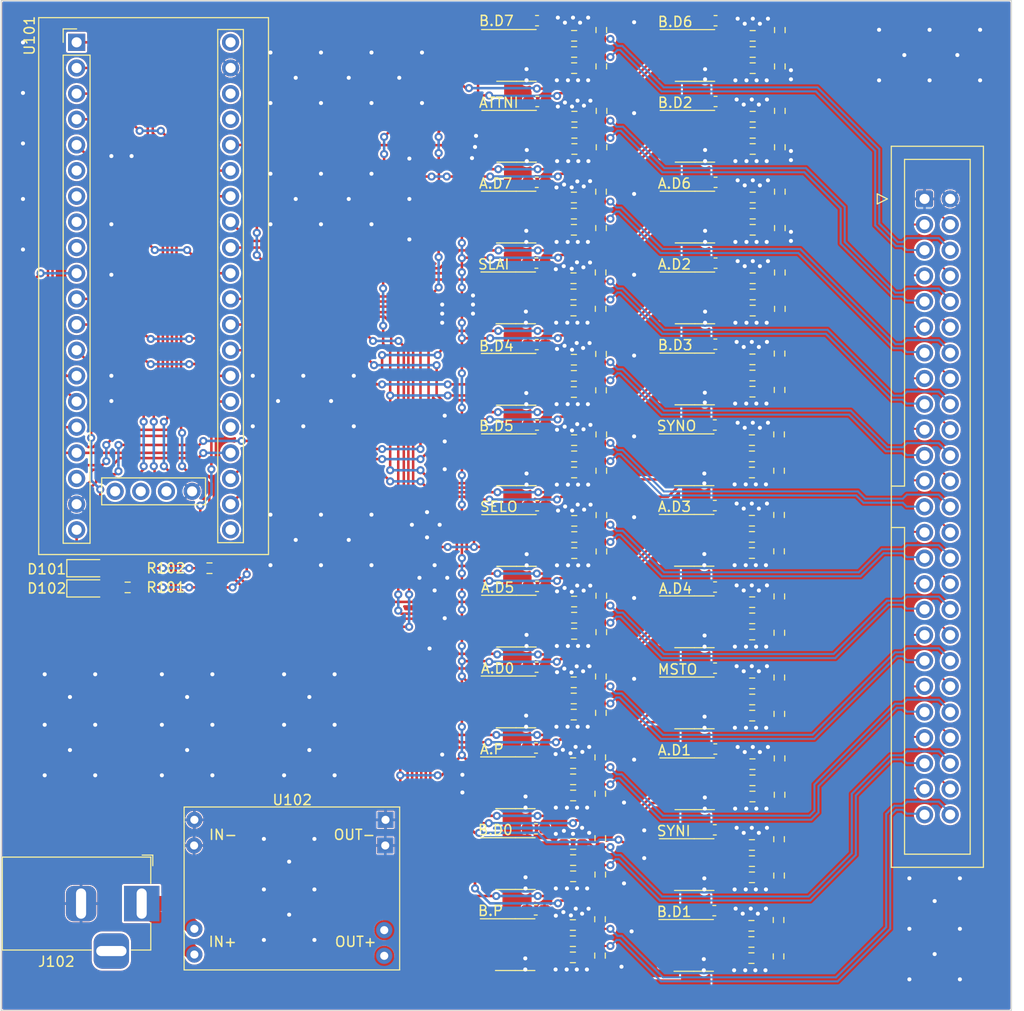
<source format=kicad_pcb>
(kicad_pcb (version 20221018) (generator pcbnew)
  (layers (0 "F.Cu" signal) (31 "B.Cu" signal) (34 "B.Paste" user) (35 "F.Paste" user) (36 "B.SilkS" user "B.Silkscreen") (37 "F.SilkS" user "F.Silkscreen") (38 "B.Mask" user) (39 "F.Mask" user) (44 "Edge.Cuts" user))
  (net 0 "")
  (net 1 "VCC")
  (net 2 "GND")
  (net 3 "+3V3")
  (net 4 "/Line Drivers/BUS_B.D6+")
  (net 5 "/Line Drivers/BUS_B.D6-")
  (net 6 "/Line Drivers/BUS_B.D7+")
  (net 7 "/Line Drivers/BUS_B.D7-")
  (net 8 "/Line Drivers/BUS_B.D2+")
  (net 9 "/Line Drivers/BUS_B.D2-")
  (net 10 "/Line Drivers/CTRL.ATTN_IN+")
  (net 11 "/Line Drivers/CTRL.ATTN_IN-")
  (net 12 "/Line Drivers/BUS_A.D6+")
  (net 13 "/Line Drivers/BUS_A.D6-")
  (net 14 "/Line Drivers/BUS_A.D7+")
  (net 15 "/Line Drivers/BUS_A.D7-")
  (net 16 "/Line Drivers/BUS_A.D2+")
  (net 17 "/Line Drivers/BUS_A.D2-")
  (net 18 "/Line Drivers/CTRL.SLA_IN+")
  (net 19 "/Line Drivers/CTRL.SLA_IN-")
  (net 20 "/Line Drivers/BUS_B.D3+")
  (net 21 "/Line Drivers/BUS_B.D3-")
  (net 22 "/Line Drivers/BUS_B.D4+")
  (net 23 "/Line Drivers/BUS_B.D4-")
  (net 24 "/Line Drivers/CTRL.SYNC_OUT+")
  (net 25 "/Line Drivers/CTRL.SYNC_OUT-")
  (net 26 "/Line Drivers/BUS_B.D5+")
  (net 27 "/Line Drivers/BUS_B.D5-")
  (net 28 "/Line Drivers/BUS_A.D3+")
  (net 29 "/Line Drivers/BUS_A.D3-")
  (net 30 "/Line Drivers/CTRL.SEL_OUT+")
  (net 31 "/Line Drivers/CTRL.SEL_OUT-")
  (net 32 "/Line Drivers/BUS_A.D4+")
  (net 33 "/Line Drivers/BUS_A.D4-")
  (net 34 "/Line Drivers/BUS_A.D5+")
  (net 35 "/Line Drivers/BUS_A.D5-")
  (net 36 "/Line Drivers/CTRL.MST_OUT+")
  (net 37 "/Line Drivers/CTRL.MST_OUT-")
  (net 38 "/Line Drivers/BUS_A.D0+")
  (net 39 "/Line Drivers/BUS_A.D0-")
  (net 40 "/Line Drivers/BUS_A.D1+")
  (net 41 "/Line Drivers/BUS_A.D1-")
  (net 42 "/Line Drivers/BUS_A.P+")
  (net 43 "/Line Drivers/BUS_A.P-")
  (net 44 "/Line Drivers/CTRL.SYNC_IN+")
  (net 45 "/Line Drivers/CTRL.SYNC_IN-")
  (net 46 "/Line Drivers/BUS_B.D0+")
  (net 47 "/Line Drivers/BUS_B.D0-")
  (net 48 "/Line Drivers/BUS_B.D1+")
  (net 49 "/Line Drivers/BUS_B.D1-")
  (net 50 "/Line Drivers/BUS_B.P+")
  (net 51 "/Line Drivers/BUS_B.P-")
  (net 52 "Net-(D101-A)")
  (net 53 "Net-(D102-A)")
  (net 54 "/Line Drivers/BUS_B.D5")
  (net 55 "/Line Drivers/BUS_A.D0")
  (net 56 "Net-(U102-IN+)")
  (net 57 "/Line Drivers/CTRL.SYNC_OUT")
  (net 58 "/Line Drivers/CTRL.MST_OUT")
  (net 59 "/Line Drivers/CTRL.SEL_OUT")
  (net 61 "/Line Drivers/CTRL.OUT_EN")
  (net 62 "/Line Drivers/BUS_B.D2")
  (net 63 "/Line Drivers/BUS_A.P")
  (net 64 "/Line Drivers/BUS_B.D1")
  (net 65 "Net-(U301-B)")
  (net 66 "/Line Drivers/BUS_B.D0")
  (net 67 "Net-(U301-A)")
  (net 68 "/Line Drivers/BUS_A.D7")
  (net 69 "Net-(U401-B)")
  (net 70 "/Line Drivers/BUS_A.D6")
  (net 71 "Net-(U401-A)")
  (net 72 "/Line Drivers/BUS_A.D5")
  (net 73 "/Line Drivers/BUS_A.DIR")
  (net 74 "/Line Drivers/BUS_A.D4")
  (net 75 "/Line Drivers/BUS_B.D3")
  (net 76 "/Line Drivers/BUS_A.D3")
  (net 77 "/Line Drivers/BUS_B.D4")
  (net 78 "/Line Drivers/BUS_A.D2")
  (net 79 "/Line Drivers/BUS_A.D1")
  (net 80 "/Line Drivers/BUS_B.D6")
  (net 81 "/Line Drivers/BUS_B.D7")
  (net 82 "Net-(U501-B)")
  (net 83 "/Line Drivers/BUS_B.P")
  (net 84 "/Line Drivers/CTRL.SYNC_IN")
  (net 85 "/Line Drivers/BUS_B.DIR")
  (net 86 "/Line Drivers/CTRL.SLA_IN")
  (net 87 "Net-(U501-A)")
  (net 88 "/Line Drivers/CTRL.ATTN_IN")
  (net 89 "Net-(U601-B)")
  (net 90 "Net-(U601-A)")
  (net 91 "Net-(U701-B)")
  (net 92 "Net-(U701-A)")
  (net 93 "Net-(U801-B)")
  (net 94 "Net-(U801-A)")
  (net 95 "Net-(U901-B)")
  (net 96 "Net-(U901-A)")
  (net 97 "Net-(U1001-B)")
  (net 98 "Net-(U1001-A)")
  (net 99 "Net-(U1101-B)")
  (net 100 "Net-(U1101-A)")
  (net 101 "Net-(U1201-B)")
  (net 102 "Net-(U1201-A)")
  (net 103 "Net-(U1301-B)")
  (net 104 "Net-(U1301-A)")
  (net 105 "Net-(U1401-B)")
  (net 106 "Net-(U1401-A)")
  (net 107 "Net-(U1501-B)")
  (net 108 "Net-(U1501-A)")
  (net 109 "Net-(U1601-B)")
  (net 110 "Net-(U1601-A)")
  (net 111 "Net-(U1701-B)")
  (net 112 "Net-(U1701-A)")
  (net 113 "Net-(U1801-B)")
  (net 114 "Net-(U1801-A)")
  (net 115 "Net-(U1901-B)")
  (net 116 "Net-(U1901-A)")
  (net 117 "Net-(U2001-B)")
  (net 118 "Net-(U2001-A)")
  (net 119 "Net-(U2101-B)")
  (net 120 "Net-(U2101-A)")
  (net 121 "Net-(U2201-B)")
  (net 122 "Net-(U2201-A)")
  (net 123 "Net-(U2301-B)")
  (net 124 "Net-(U2301-A)")
  (net 125 "Net-(U2401-B)")
  (net 126 "Net-(U2401-A)")
  (net 127 "Net-(U2501-B)")
  (net 128 "Net-(U2501-A)")
  (net 129 "Net-(U2601-B)")
  (net 130 "Net-(U2601-A)")
  (footprint "Capacitor_SMD:C_0603_1608Metric_Pad1.08x0.95mm_HandSolder" (layer "F.Cu") (at 232.7375 75.125)
    (fp_text reference "C2401" hide)
    (fp_text value "100n")
  )
  (footprint "Resistor_SMD:R_0603_1608Metric_Pad0.98x0.95mm_HandSolder" (layer "F.Cu") (at 236.3625 124.7)
    (fp_text reference "R1301" hide)
    (fp_text value "1k")
  )
  (footprint "Resistor_SMD:R_0603_1608Metric_Pad0.98x0.95mm_HandSolder" (layer "F.Cu") (at 218.7725 102.195)
    (fp_text reference "R302" hide)
    (fp_text value "330")
  )
  (footprint "Package_SO:SOIC-8_3.9x4.9mm_P1.27mm" (layer "F.Cu") (at 230.7 86.54)
    (fp_text reference "U601" hide)
    (fp_text value "SN75176AD")
  )
  (footprint "Resistor_SMD:R_0603_1608Metric_Pad0.98x0.95mm_HandSolder" (layer "F.Cu") (at 236.4875 60.6)
    (fp_text reference "R501" hide)
    (fp_text value "1k")
  )
  (footprint "Connector_IDC:IDC-Header_2x25_P2.54mm_Vertical" (layer "F.Cu") (at 253.5 52.74)
    (fp_text reference "J101" hide)
    (fp_text value "Conn_02x25_Odd_Even")
  )
  (footprint "Capacitor_SMD:C_0603_1608Metric_Pad1.08x0.95mm_HandSolder" (layer "F.Cu") (at 232.8125 51.1)
    (fp_text reference "C901" hide)
    (fp_text value "100n")
  )
  (footprint "Resistor_SMD:R_0603_1608Metric_Pad0.98x0.95mm_HandSolder" (layer "F.Cu") (at 236.3625 127.9)
    (fp_text reference "R1303" hide)
    (fp_text value "330")
  )
  (footprint "Resistor_SMD:R_0603_1608Metric_Pad0.98x0.95mm_HandSolder" (layer "F.Cu") (at 239.15 71.6525 -90)
    (fp_text reference "R1504" hide)
    (fp_text value "51")
  )
  (footprint "Resistor_SMD:R_0603_1608Metric_Pad0.98x0.95mm_HandSolder" (layer "F.Cu") (at 218.8375 46.2)
    (fp_text reference "R2302" hide)
    (fp_text value "330")
  )
  (footprint "Resistor_SMD:R_0603_1608Metric_Pad0.98x0.95mm_HandSolder" (layer "F.Cu") (at 221.4 111.6275 -90)
    (fp_text reference "R1104" hide)
    (fp_text value "51")
  )
  (footprint "Capacitor_SMD:C_0603_1608Metric_Pad1.08x0.95mm_HandSolder" (layer "F.Cu") (at 232.7875 107.2)
    (fp_text reference "C401" hide)
    (fp_text value "100n")
  )
  (footprint "Resistor_SMD:R_0603_1608Metric_Pad0.98x0.95mm_HandSolder" (layer "F.Cu") (at 218.7875 70.26)
    (fp_text reference "R1602" hide)
    (fp_text value "330")
  )
  (footprint "Resistor_SMD:R_0603_1608Metric_Pad0.98x0.95mm_HandSolder" (layer "F.Cu") (at 218.7875 55.8)
    (fp_text reference "R1003" hide)
    (fp_text value "330")
  )
  (footprint "Package_SO:SOIC-8_3.9x4.9mm_P1.27mm" (layer "F.Cu") (at 212.975 126.565)
    (fp_text reference "U2001" hide)
    (fp_text value "SN75176AD")
  )
  (footprint "Capacitor_SMD:C_0603_1608Metric_Pad1.08x0.95mm_HandSolder" (layer "F.Cu") (at 232.8125 43.1)
    (fp_text reference "C1401" hide)
    (fp_text value "100n")
  )
  (footprint "Package_SO:SOIC-8_3.9x4.9mm_P1.27mm" (layer "F.Cu") (at 213.1 38.535)
    (fp_text reference "U1901" hide)
    (fp_text value "SN75176AD")
  )
  (footprint "Resistor_SMD:R_0603_1608Metric_Pad0.98x0.95mm_HandSolder" (layer "F.Cu") (at 236.4125 76.625)
    (fp_text reference "R2401" hide)
    (fp_text value "1k")
  )
  (footprint "Resistor_SMD:R_0603_1608Metric_Pad0.98x0.95mm_HandSolder" (layer "F.Cu") (at 236.4875 63.8)
    (fp_text reference "R503" hide)
    (fp_text value "330")
  )
  (footprint "Resistor_SMD:R_0603_1608Metric_Pad0.98x0.95mm_HandSolder" (layer "F.Cu") (at 218.8125 92.6)
    (fp_text reference "R801" hide)
    (fp_text value "1k")
  )
  (footprint "Resistor_SMD:R_0603_1608Metric_Pad0.98x0.95mm_HandSolder" (layer "F.Cu") (at 221.475 68.0875 90)
    (fp_text reference "R1605" hide)
    (fp_text value "51")
  )
  (footprint "Resistor_SMD:R_0603_1608Metric_Pad0.98x0.95mm_HandSolder" (layer "F.Cu") (at 236.4375 92.665)
    (fp_text reference "R701" hide)
    (fp_text value "1k")
  )
  (footprint "Resistor_SMD:R_0603_1608Metric_Pad0.98x0.95mm_HandSolder" (layer "F.Cu") (at 221.375 127.6525 -90)
    (fp_text reference "R2004" hide)
    (fp_text value "51")
  )
  (footprint "Resistor_SMD:R_0603_1608Metric_Pad0.98x0.95mm_HandSolder" (layer "F.Cu") (at 239.175 36.0275 90)
    (fp_text reference "R1805" hide)
    (fp_text value "51")
  )
  (footprint "Resistor_SMD:R_0603_1608Metric_Pad0.98x0.95mm_HandSolder" (layer "F.Cu") (at 236.4625 110.3)
    (fp_text reference "R402" hide)
    (fp_text value "330")
  )
  (footprint "Resistor_SMD:R_0603_1608Metric_Pad0.98x0.95mm_HandSolder" (layer "F.Cu") (at 236.4875 36.6)
    (fp_text reference "R1801" hide)
    (fp_text value "1k")
  )
  (footprint "Capacitor_SMD:C_0603_1608Metric_Pad1.08x0.95mm_HandSolder" (layer "F.Cu") (at 232.7375 115.2)
    (fp_text reference "C2101" hide)
    (fp_text value "100n")
  )
  (footprint "Resistor_SMD:R_0603_1608Metric_Pad0.98x0.95mm_HandSolder" (layer "F.Cu") (at 218.8125 36.595)
    (fp_text reference "R1901" hide)
    (fp_text value "1k")
  )
  (footprint "Package_SO:SOIC-8_3.9x4.9mm_P1.27mm" (layer "F.Cu") (at 213.125 46.54)
    (fp_text reference "U2301" hide)
    (fp_text value "SN75176AD")
  )
  (footprint "Resistor_SMD:R_0603_1608Metric_Pad0.98x0.95mm_HandSolder" (layer "F.Cu") (at 218.8125 95.8)
    (fp_text reference "R803" hide)
    (fp_text value "330")
  )
  (footprint "Resistor_SMD:R_0603_1608Metric_Pad0.98x0.95mm_HandSolder" (layer "F.Cu") (at 236.4375 95.865)
    (fp_text reference "R703" hide)
    (fp_text value "330")
  )
  (footprint "Resistor_SMD:R_0603_1608Metric_Pad0.98x0.95mm_HandSolder" (layer "F.Cu") (at 218.7725 100.595)
    (fp_text reference "R301" hide)
    (fp_text value "1k")
  )
  (footprint "Resistor_SMD:R_0603_1608Metric_Pad0.98x0.95mm_HandSolder" (layer "F.Cu") (at 218.8125 39.795)
    (fp_text reference "R1903" hide)
    (fp_text value "330")
  )
  (footprint "Resistor_SMD:R_0603_1608Metric_Pad0.98x0.95mm_HandSolder" (layer "F.Cu") (at 182.7125 89.3)
    (fp_text reference "R102")
    (fp_text value "1k")
  )
  (footprint "Resistor_SMD:R_0603_1608Metric_Pad0.98x0.95mm_HandSolder" (layer "F.Cu") (at 239.175 55.6275 -90)
    (fp_text reference "R904" hide)
    (fp_text value "51")
  )
  (footprint "Resistor_SMD:R_0603_1608Metric_Pad0.98x0.95mm_HandSolder" (layer "F.Cu") (at 221.525 47.6275 -90)
    (fp_text reference "R2304" hide)
    (fp_text value "51")
  )
  (footprint "Resistor_SMD:R_0603_1608Metric_Pad0.98x0.95mm_HandSolder" (layer "F.Cu") (at 239.1 76.0525 90)
    (fp_text reference "R2405" hide)
    (fp_text value "51")
  )
  (footprint "Resistor_SMD:R_0603_1608Metric_Pad0.98x0.95mm_HandSolder" (layer "F.Cu") (at 239.1 116.1275 90)
    (fp_text reference "R2105" hide)
    (fp_text value "51")
  )
  (footprint "Resistor_SMD:R_0603_1608Metric_Pad0.98x0.95mm_HandSolder" (layer "F.Cu") (at 221.475 52.0275 90)
    (fp_text reference "R1005" hide)
    (fp_text value "51")
  )
  (footprint "Package_SO:SOIC-8_3.9x4.9mm_P1.27mm" (layer "F.Cu") (at 213.1 78.565)
    (fp_text reference "U1701" hide)
    (fp_text value "SN75176AD")
  )
  (footprint "Diode_SMD:D_SOD-323_HandSoldering" (layer "F.Cu") (at 170.6 91.3)
    (fp_text reference "D102")
    (fp_text value "BAT54J")
  )
  (footprint "Resistor_SMD:R_0603_1608Metric_Pad0.98x0.95mm_HandSolder" (layer "F.Cu") (at 239.1 84.0275 90)
    (fp_text reference "R605" hide)
    (fp_text value "51")
  )
  (footprint "Resistor_SMD:R_0603_1608Metric_Pad0.98x0.95mm_HandSolder" (layer "F.Cu") (at 221.475 71.6875 -90)
    (fp_text reference "R1604" hide)
    (fp_text value "51")
  )
  (footprint "Resistor_SMD:R_0603_1608Metric_Pad0.98x0.95mm_HandSolder" (layer "F.Cu") (at 236.4625 111.9)
    (fp_text reference "R403" hide)
    (fp_text value "330")
  )
  (footprint "Resistor_SMD:R_0603_1608Metric_Pad0.98x0.95mm_HandSolder" (layer "F.Cu") (at 236.4875 47.8)
    (fp_text reference "R1403" hide)
    (fp_text value "330")
  )
  (footprint "Package_SO:SOIC-8_3.9x4.9mm_P1.27mm" (layer "F.Cu") (at 213.06 102.535)
    (fp_text reference "U301" hide)
    (fp_text value "SN75176AD")
  )
  (footprint "Package_SO:SOIC-8_3.9x4.9mm_P1.27mm" (layer "F.Cu") (at 230.775 62.54)
    (fp_text reference "U501" hide)
    (fp_text value "SN75176AD")
  )
  (footprint "Package_SO:SOIC-8_3.9x4.9mm_P1.27mm" (layer "F.Cu") (at 230.7 118.64)
    (fp_text reference "U2101" hide)
    (fp_text value "SN75176AD")
  )
  (footprint "Resistor_SMD:R_0603_1608Metric_Pad0.98x0.95mm_HandSolder" (layer "F.Cu") (at 239.175 60.0275 90)
    (fp_text reference "R505" hide)
    (fp_text value "51")
  )
  (footprint "Resistor_SMD:R_0603_1608Metric_Pad0.98x0.95mm_HandSolder" (layer "F.Cu") (at 239.125 103.7225 -90)
    (fp_text reference "R2504" hide)
    (fp_text value "51")
  )
  (footprint "Resistor_SMD:R_0603_1608Metric_Pad0.98x0.95mm_HandSolder" (layer "F.Cu") (at 218.8125 79.825)
    (fp_text reference "R1703" hide)
    (fp_text value "330")
  )
  (footprint "Capacitor_SMD:C_0603_1608Metric_Pad1.08x0.95mm_HandSolder" (layer "F.Cu") (at 215.1125 67.16)
    (fp_text reference "C1601" hide)
    (fp_text value "100n")
  )
  (footprint "Resistor_SMD:R_0603_1608Metric_Pad0.98x0.95mm_HandSolder" (layer "F.Cu") (at 239.1 119.7275 -90)
    (fp_text reference "R2104" hide)
    (fp_text value "51")
  )
  (footprint "Resistor_SMD:R_0603_1608Metric_Pad0.98x0.95mm_HandSolder" (layer "F.Cu") (at 239.175 47.6275 -90)
    (fp_text reference "R1404" hide)
    (fp_text value "51")
  )
  (footprint "Resistor_SMD:R_0603_1608Metric_Pad0.98x0.95mm_HandSolder" (layer "F.Cu") (at 221.525 44.0275 90)
    (fp_text reference "R2305" hide)
    (fp_text value "51")
  )
  (footprint "Resistor_SMD:R_0603_1608Metric_Pad0.98x0.95mm_HandSolder" (layer "F.Cu") (at 236.4125 84.6)
    (fp_text reference "R601" hide)
    (fp_text value "1k")
  )
  (footprint "Resistor_SMD:R_0603_1608Metric_Pad0.98x0.95mm_HandSolder" (layer "F.Cu") (at 221.5125 84.04 90)
    (fp_text reference "R2605" hide)
    (fp_text value "51")
  )
  (footprint "Package_SO:SOIC-8_3.9x4.9mm_P1.27mm" (layer "F.Cu") (at 230.75 110.64)
    (fp_text reference "U401" hide)
    (fp_text value "SN75176AD")
  )
  (footprint "Resistor_SMD:R_0603_1608Metric_Pad0.98x0.95mm_HandSolder" (layer "F.Cu") (at 221.375 124.0525 90)
    (fp_text reference "R2005" hide)
    (fp_text value "51")
  )
  (footprint "Resistor_SMD:R_0603_1608Metric_Pad0.98x0.95mm_HandSolder" (layer "F.Cu") (at 236.4125 86.2)
    (fp_text reference "R602" hide)
    (fp_text value "330")
  )
  (footprint "Capacitor_SMD:C_0603_1608Metric_Pad1.08x0.95mm_HandSolder" (layer "F.Cu") (at 232.8125 35.1)
    (fp_text reference "C1801" hide)
    (fp_text value "100n")
  )
  (footprint "Footprints:YAAJ_WeAct_BlackPill_SWD_2" (layer "F.Cu") (at 169.56 37.24)
    (fp_text reference "U101")
    (fp_text value "YAAJ_WeAct_BlackPill_Part_Like_SWD_Breakout" hide)
  )
  (footprint "Resistor_SMD:R_0603_1608Metric_Pad0.98x0.95mm_HandSolder" (layer "F.Cu") (at 218.7475 63.795)
    (fp_text reference "R2203" hide)
    (fp_text value "330")
  )
  (footprint "Resistor_SMD:R_0603_1608Metric_Pad0.98x0.95mm_HandSolder" (layer "F.Cu") (at 239.05 124.1275 90)
    (fp_text reference "R1305" hide)
    (fp_text value "51")
  )
  (footprint "Resistor_SMD:R_0603_1608Metric_Pad0.98x0.95mm_HandSolder" (layer "F.Cu") (at 239.125 95.6925 -90)
    (fp_text reference "R704" hide)
    (fp_text value "51")
  )
  (footprint "Resistor_SMD:R_0603_1608Metric_Pad0.98x0.95mm_HandSolder" (layer "F.Cu") (at 221.46 103.6225 -90)
    (fp_text reference "R304" hide)
    (fp_text value "51")
  )
  (footprint "Capacitor_SMD:C_0603_1608Metric_Pad1.08x0.95mm_HandSolder" (layer "F.Cu") (at 215.1375 75.125)
    (fp_text reference "C1701" hide)
    (fp_text value "100n")
  )
  (footprint "Resistor_SMD:R_0603_1608Metric_Pad0.98x0.95mm_HandSolder" (layer "F.Cu") (at 221.46 100.0225 90)
    (fp_text reference "R305" hide)
    (fp_text value "51")
  )
  (footprint "Resistor_SMD:R_0603_1608Metric_Pad0.98x0.95mm_HandSolder" (layer "F.Cu") (at 218.7725 103.795)
    (fp_text reference "R303" hide)
    (fp_text value "330")
  )
  (footprint "Capacitor_SMD:C_0603_1608Metric_Pad1.08x0.95mm_HandSolder" (layer "F.Cu") (at 215.1375 35.095)
    (fp_text reference "C1901" hide)
    (fp_text value "100n")
  )
  (footprint "Resistor_SMD:R_0603_1608Metric_Pad0.98x0.95mm_HandSolder" (layer "F.Cu") (at 236.4125 116.7)
    (fp_text reference "R2101" hide)
    (fp_text value "1k")
  )
  (footprint "Resistor_SMD:R_0603_1608Metric_Pad0.98x0.95mm_HandSolder" (layer "F.Cu") (at 236.4875 55.8)
    (fp_text reference "R903" hide)
    (fp_text value "330")
  )
  (footprint "Resistor_SMD:R_0603_1608Metric_Pad0.98x0.95mm_HandSolder" (layer "F.Cu") (at 218.6875 124.625)
    (fp_text reference "R2001" hide)
    (fp_text value "1k")
  )
  (footprint "Resistor_SMD:R_0603_1608Metric_Pad0.98x0.95mm_HandSolder" (layer "F.Cu") (at 218.7875 54.2)
    (fp_text reference "R1002" hide)
    (fp_text value "330")
  )
  (footprint "Capacitor_SMD:C_0603_1608Metric_Pad1.08x0.95mm_HandSolder" (layer "F.Cu") (at 232.6875 123.2)
    (fp_text reference "C1301" hide)
    (fp_text value "100n")
  )
  (footprint "Package_SO:SOIC-8_3.9x4.9mm_P1.27mm" (layer "F.Cu") (at 213.1 94.54)
    (fp_text reference "U801" hide)
    (fp_text value "SN75176AD")
  )
  (footprint "Resistor_SMD:R_0603_1608Metric_Pad0.98x0.95mm_HandSolder" (layer "F.Cu") (at 221.435 63.6225 -90)
    (fp_text reference "R2204" hide)
    (fp_text value "51")
  )
  (footprint "Capacitor_SMD:C_0603_1608Metric_Pad1.08x0.95mm_HandSolder" (layer "F.Cu") (at 215.0125 123.125)
    (fp_text reference "C2001" hide)
    (fp_text value "100n")
  )
  (footprint "Resistor_SMD:R_0603_1608Metric_Pad0.98x0.95mm_HandSolder" (layer "F.Cu") (at 236.4125 78.225)
    (fp_text reference "R2402" hide)
    (fp_text value "330")
  )
  (footprint "Capacitor_SMD:C_0603_1608Metric_Pad1.08x0.95mm_HandSolder" (layer "F.Cu") (at 215.0975 99.095)
    (fp_text reference "C301" hide)
    (fp_text value "100n")
  )
  (footprint "Resistor_SMD:R_0603_1608Metric_Pad0.98x0.95mm_HandSolder" (layer "F.Cu") (at 236.4875 52.6)
    (fp_text reference "R901" hide)
    (fp_text value "1k")
  )
  (footprint "Resistor_SMD:R_0603_1608Metric_Pad0.98x0.95mm_HandSolder" (layer "F.Cu") (at 239.175 39.6275 -90)
    (fp_text reference "R1804" hide)
    (fp_text value "51")
  )
  (footprint "Resistor_SMD:R_0603_1608Metric_Pad0.98x0.95mm_HandSolder" (layer "F.Cu") (at 239.15 108.1275 90)
    (fp_text reference "R405" hide)
    (fp_text value "51")
  )
  (footprint "Resistor_SMD:R_0603_1608Metric_Pad0.98x0.95mm_HandSolder" (layer "F.Cu") (at 236.3625 126.3)
    (fp_text reference "R1302" hide)
    (fp_text value "330")
  )
  (footprint "Resistor_SMD:R_0603_1608Metric_Pad0.98x0.95mm_HandSolder" (layer "F.Cu") (at 236.4125 119.9)
    (fp_text reference "R2103" hide)
    (fp_text value "330")
  )
  (footprint "Resistor_SMD:R_0603_1608Metric_Pad0.98x0.95mm_HandSolder" (layer "F.Cu") (at 221.4 119.6275 -90)
    (fp_text reference "R1204" hide)
    (fp_text value "51")
  )
  (footprint "Resistor_SMD:R_0603_1608Metric_Pad0.98x0.95mm_HandSolder" (layer "F.Cu") (at 236.4375 100.695)
    (fp_text reference "R2501" hide)
    (fp_text value "1k")
  )
  (footprint "Resistor_SMD:R_0603_1608Metric_Pad0.98x0.95mm_HandSolder" (layer "F.Cu") (at 218.825 86.2125)
    (fp_text reference "R2602" hide)
    (fp_text value "330")
  )
  (footprint "Capacitor_SMD:C_0603_1608Metric_Pad1.08x0.95mm_HandSolder" (layer "F.Cu") (at 232.7875 67.125)
    (fp_text reference "C1501" hide)
    (fp_text value "100n")
  )
  (footprint "Resistor_SMD:R_0603_1608Metric_Pad0.98x0.95mm_HandSolder" (layer "F.Cu") (at 218.7475 60.595)
    (fp_text reference "R2201" hide)
    (fp_text value "1k")
  )
  (footprint "Package_SO:SOIC-8_3.9x4.9mm_P1.27mm" (layer "F.Cu") (at 230.775 38.54)
    (fp_text reference "U1801" hide)
    (fp_text value "SN75176AD")
  )
  (footprint "Resistor_SMD:R_0603_1608Metric_Pad0.98x0.95mm_HandSolder" (layer "F.Cu") (at 218.8125 76.625)
    (fp_text reference "R1701" hide)
    (fp_text value "1k")
  )
  (footprint "Resistor_SMD:R_0603_1608Metric_Pad0.98x0.95mm_HandSolder" (layer "F.Cu") (at 221.5 79.6525 -90)
    (fp_text reference "R1704" hide)
    (fp_text value "51")
  )
  (footprint "Resistor_SMD:R_0603_1608Metric_Pad0.98x0.95mm_HandSolder" (layer "F.Cu") (at 239.175 44.0275 90)
    (fp_text reference "R1405" hide)
    (fp_text value "51")
  )
  (footprint "Capacitor_SMD:C_0603_1608Metric_Pad1.08x0.95mm_HandSolder" (layer "F.Cu") (at 215.1125 51.1)
    (fp_text reference "C1001" hide)
    (fp_text value "100n")
  )
  (footprint "Capacitor_SMD:C_0603_1608Metric_Pad1.08x0.95mm_HandSolder" (layer "F.Cu") (at 215.1625 43.1)
    (fp_text reference "C2301" hide)
    (fp_text value "100n")
  )
  (footprint "Resistor_SMD:R_0603_1608Metric_Pad0.98x0.95mm_HandSolder" (layer "F.Cu") (at 218.7475 62.195)
    (fp_text reference "R2202" hide)
    (fp_text value "330")
  )
  (footprint "Resistor_SMD:R_0603_1608Metric_Pad0.98x0.95mm_HandSolder" (layer "F.Cu") (at 218.6875 126.225)
    (fp_text reference "R2002" hide)
    (fp_text value "330")
  )
  (footprint "Package_SO:SOIC-8_3.9x4.9mm_P1.27mm" (layer "F.Cu") (at 230.725 94.605)
    (fp_text reference "U701" hide)
    (fp_text value "SN75176AD")
  )
  (footprint "Resistor_SMD:R_0603_1608Metric_Pad0.98x0.95mm_HandSolder" (layer "F.Cu") (at 221.4 108.0275 90)
    (fp_text reference "R1105" hide)
    (fp_text value "51")
  )
  (footprint "Resistor_SMD:R_0603_1608Metric_Pad0.98x0.95mm_HandSolder" (layer "F.Cu") (at 239.175 52.0275 90)
    (fp_text reference "R905" hide)
    (fp_text value "51")
  )
  (footprint "Resistor_SMD:R_0603_1608Metric_Pad0.98x0.95mm_HandSolder" (layer "F.Cu") (at 236.4125 79.825)
    (fp_text reference "R2403" hide)
    (fp_text value "330")
  )
  (footprint "Resistor_SMD:R_0603_1608Metric_Pad0.98x0.95mm_HandSolder" (layer "F.Cu") (at 221.5 36.0225 90)
    (fp_text reference "R1905" hide)
    (fp_text value "51")
  )
  (footprint "Package_SO:SOIC-8_3.9x4.9mm_P1.27mm" (layer "F.Cu") (at 213 118.54)
    (fp_text reference "U1201" hide)
    (fp_text value "SN75176AD")
  )
  (footprint "Resistor_SMD:R_0603_1608Metric_Pad0.98x0.95mm_HandSolder" (layer "F.Cu") (at 236.4875 39.8)
    (fp_text reference "R1803" hide)
    (fp_text value "330")
  )
  (footprint "Resistor_SMD:R_0603_1608Metric_Pad0.98x0.95mm_HandSolder" (layer "F.Cu") (at 218.7125 110.2)
    (fp_text reference "R1102" hide)
    (fp_text value "330")
  )
  (footprint "Resistor_SMD:R_0603_1608Metric_Pad0.98x0.95mm_HandSolder" (layer "F.Cu") (at 239.15 68.0525 90)
    (fp_text reference "R1505" hide)
    (fp_text value "51")
  )
  (footprint "Capacitor_SMD:C_0603_1608Metric_Pad1.08x0.95mm_HandSolder" (layer "F.Cu") (at 232.7625 99.195)
    (fp_text reference "C2501" hide)
    (fp_text value "100n")
  )
  (footprint "Package_SO:SOIC-8_3.9x4.9mm_P1.27mm" (layer "F.Cu") (at 213.1125 86.5525)
    (fp_text reference "U2601" hide)
    (fp_text value "SN75176AD")
  )
  (footprint "Resistor_SMD:R_0603_1608Metric_Pad0.98x0.95mm_HandSolder" (layer "F.Cu") (at 221.435 60.0225 90)
    (fp_text reference "R2205" hide)
    (fp_text value "51")
  )
  (footprint "Package_SO:SOIC-8_3.9x4.9mm_P1.27mm" (layer "F.Cu") (at 230.7 78.565)
    (fp_text reference "U2401" hide)
    (fp_text value "SN75176AD")
  )
  (footprint "Capacitor_SMD:C_0603_1608Metric_Pad1.08x0.95mm_HandSolder" (layer "F.Cu") (at 215.0375 115.1)
    (fp_text reference "C1201" hide)
    (fp_text value "100n")
  )
  (footprint "Resistor_SMD:R_0603_1608Metric_Pad0.98x0.95mm_HandSolder" (layer "F.Cu") (at 236.4875 62.2)
    (fp_text reference "R502" hide)
    (fp_text value "330")
  )
  (footprint "Resistor_SMD:R_0603_1608Metric_Pad0.98x0.95mm_HandSolder" (layer "F.Cu") (at 239.175 63.6275 -90)
    (fp_text reference "R504" hide)
    (fp_text value "51")
  )
  (footprint "Resistor_SMD:R_0603_1608Metric_Pad0.98x0.95mm_HandSolder" (layer "F.Cu") (at 239.1 79.6525 -90)
    (fp_text reference "R2404" hide)
    (fp_text value "51")
  )
  (footprint "Resistor_SMD:R_0603_1608Metric_Pad0.98x0.95mm_HandSolder" (layer "F.Cu") (at 239.125 92.0925 90)
    (fp_text reference "R705" hide)
    (fp_text value "51")
  )
  (footprint "Resistor_SMD:R_0603_1608Metric_Pad0.98x0.95mm_HandSolder" (layer "F.Cu") (at 236.4375 103.895)
    (fp_text reference "R2503" hide)
    (fp_text value "330")
  )
  (footprint "Resistor_SMD:R_0603_1608Metric_Pad0.98x0.95mm_HandSolder" (layer "F.Cu") (at 174.6125 91.2 180)
    (fp_text reference "R101")
    (fp_text value "1k")
  )
  (footprint "Resistor_SMD:R_0603_1608Metric_Pad0.98x0.95mm_HandSolder" (layer "F.Cu") (at 218.7125 108.6)
    (fp_text reference "R1101" hide)
    (fp_text value "1k")
  )
  (footprint "Capacitor_SMD:C_0603_1608Metric_Pad1.08x0.95mm_HandSolder" (layer "F.Cu") (at 215.15 83.1125)
    (fp_text reference "C2601" hide)
    (fp_text value "100n")
  )
  (footprint "Package_SO:SOIC-8_3.9x4.9mm_P1.27mm" (layer "F.Cu") (at 230.65 126.64)
    (fp_text reference "U1301" hide)
    (fp_text value "SN75176AD")
  )
  (footprint "ipibitsy:MP1584EN_MOD" (layer "F.Cu") (at 190.90885 112.74405)
    (fp_text reference "U102")
    (fp_text value "MP1584EN_MOD")
  )
  (footprint "Resistor_SMD:R_0603_1608Metric_Pad0.98x0.95mm_HandSolder" (layer "F.Cu") (at 218.7125 118.2)
    (fp_text reference "R1202" hide)
    (fp_text value "330")
  )
  (footprint "Resistor_SMD:R_0603_1608Metric_Pad0.98x0.95mm_HandSolder" (layer "F.Cu") (at 236.4625 108.7)
    (fp_text reference "R401" hide)
    (fp_text value "1k")
  )
  (footprint "Resistor_SMD:R_0603_1608Metric_Pad0.98x0.95mm_HandSolder" (layer "F.Cu") (at 236.4375 94.265)
    (fp_text reference "R702" hide)
    (fp_text value "330")
  )
  (footprint "Package_SO:SOIC-8_3.9x4.9mm_P1.27mm" (layer "F.Cu") (at 213.075 54.54)
    (fp_text reference "U1001" hide)
    (fp_text value "SN75176AD")
  )
  (footprint "Resistor_SMD:R_0603_1608Metric_Pad0.98x0.95mm_HandSolder" (layer "F.Cu") (at 218.7125 116.6)
    (fp_text reference "R1201" hide)
    (fp_text value "1k")
  )
  (footprint "Capacitor_SMD:C_0603_1608Metric_Pad1.08x0.95mm_HandSolder" (layer "F.Cu") (at 215.0725 59.095)
    (fp_text reference "C2201" hide)
    (fp_text value "100n")
  )
  (footprint "Resistor_SMD:R_0603_1608Metric_Pad0.98x0.95mm_HandSolder" (layer "F.Cu") (at 236.4125 87.8)
    (fp_text reference "R603" hide)
    (fp_text value "330")
  )
  (footprint "Resistor_SMD:R_0603_1608Metric_Pad0.98x0.95mm_HandSolder" (layer "F.Cu") (at 218.7875 68.66)
    (fp_text reference "R1601" hide)
    (fp_text value "1k")
  )
  (footprint "Resistor_SMD:R_0603_1608Metric_Pad0.98x0.95mm_HandSolder" (layer "F.Cu") (at 218.6875 127.825)
    (fp_text reference "R2003" hide)
    (fp_text value "330")
  )
  (footprint "Resistor_SMD:R_0603_1608Metric_Pad0.98x0.95mm_HandSolder" (layer "F.Cu") (at 221.5 39.6225 -90)
    (fp_text reference "R1904" hide)
    (fp_text value "51")
  )
  (footprint "Resistor_SMD:R_0603_1608Metric_Pad0.98x0.95mm_HandSolder" (layer "F.Cu") (at 221.4 116.0275 90)
    (fp_text reference "R1205" hide)
    (fp_text value "51")
  )
  (footprint "Resistor_SMD:R_0603_1608Metric_Pad0.98x0.95mm_HandSolder" (layer "F.Cu") (at 239.15 111.7275 -90)
    (fp_text reference "R404" hide)
    (fp_text value "51")
  )
  (footprint "Resistor_SMD:R_0603_1608Metric_Pad0.98x0.95mm_HandSolder" (layer "F.Cu") (at 239.125 100.1225 90)
    (fp_text reference "R2505" hide)
    (fp_text value "51")
  )
  (footprint "Resistor_SMD:R_0603_1608Metric_Pad0.98x0.95mm_HandSolder" (layer "F.Cu") (at 218.8375 47.8)
    (fp_text reference "R2303" hide)
    (fp_text value "330")
  )
  (footprint "Package_SO:SOIC-8_3.9x4.9mm_P1.27mm" (layer "F.Cu") (at 213 110.54)
    (fp_text reference "U1101" hide)
    (fp_text value "SN75176AD")
  )
  (footprint "Capacitor_SMD:C_0603_1608Metric_Pad1.08x0.95mm_HandSolder" (layer "F.Cu") (at 215.1375 91.1)
    (fp_text reference "C801" hide)
    (fp_text value "100n")
  )
  (footprint "Resistor_SMD:R_0603_1608Metric_Pad0.98x0.95mm_HandSolder" (layer "F.Cu") (at 239.1 87.6275 -90)
    (fp_text reference "R604" hide)
    (fp_text value "51")
  )
  (footprint "Resistor_SMD:R_0603_1608Metric_Pad0.98x0.95mm_HandSolder" (layer "F.Cu") (at 236.4625 68.625)
    (fp_text reference "R1501" hide)
    (fp_text value "1k")
  )
  (footprint "Resistor_SMD:R_0603_1608Metric_Pad0.98x0.95mm_HandSolder" (layer "F.Cu") (at 218.7125 119.8)
    (fp_text reference "R1203" hide)
    (fp_text value "330")
  )
  (footprint "Resistor_SMD:R_0603_1608Metric_Pad0.98x0.95mm_HandSolder" (layer "F.Cu") (at 236.4125 118.3)
    (fp_text reference "R2102" hide)
    (fp_text value "330")
  )
  (footprint "Resistor_SMD:R_0603_1608Metric_Pad0.98x0.95mm_HandSolder" (layer "F.Cu") (at 218.8125 78.225)
    (fp_text reference "R1702" hide)
    (fp_text value "330")
  )
  (footprint "Capacitor_SMD:C_0603_1608Metric_Pad1.08x0.95mm_HandSolder" (layer "F.Cu") (at 232.8125 59.1)
    (fp_text reference "C501" hide)
    (fp_text value "100n")
  )
  (footprint "Resistor_SMD:R_0603_1608Metric_Pad0.98x0.95mm_HandSolder" (layer "F.Cu") (at 236.4875 38.2)
    (fp_text reference "R1802" hide)
    (fp_text value "330")
  )
  (footprint "Package_SO:SOIC-8_3.9x4.9mm_P1.27mm" (layer "F.Cu") (at 213.075 70.6)
    (fp_text reference "U1601" hide)
    (fp_text value "SN75176AD")
  )
  (footprint "Package_SO:SOIC-8_3.9x4.9mm_P1.27mm" (layer "F.Cu") (at 230.775 54.54)
    (fp_text reference "U901" hide)
    (fp_text value "SN75176AD")
  )
  (footprint "Capacitor_SMD:C_0603_1608Metric_Pad1.08x0.95mm_HandSolder" (layer "F.Cu") (at 232.7375 83.1)
    (fp_text reference "C601" hide)
    (fp_text value "100n")
  )
  (footprint "Resistor_SMD:R_0603_1608Metric_Pad0.98x0.95mm_HandSolder" (layer "F.Cu") (at 218.8375 44.6)
    (fp_text reference "R2301" hide)
    (fp_text value "1k")
  )
  (footprint "Resistor_SMD:R_0603_1608Metric_Pad0.98x0.95mm_HandSolder" (layer "F.Cu") (at 236.4625 71.825)
    (fp_text reference "R1503" hide)
    (fp_text value "330")
  )
  (footprint "Package_SO:SOIC-8_3.9x4.9mm_P1.27mm" (layer "F.Cu") (at 230.775 46.54)
    (fp_text reference "U1401" hide)
    (fp_text value "SN75176AD")
  )
  (footprint "Resistor_SMD:R_0603_1608Metric_Pad0.98x0.95mm_HandSolder" (layer "F.Cu") (at 221.5 92.0275 90)
    (fp_text reference "R805" hide)
    (fp_text value "51")
  )
  (footprint "Package_SO:SOIC-8_3.9x4.9mm_P1.27mm" (layer "F.Cu") (at 230.725 102.635)
    (fp_text reference "U2501" hide)
    (fp_text value "SN75176AD")
  )
  (footprint "Resistor_SMD:R_0603_1608Metric_Pad0.98x0.95mm_HandSolder" (layer "F.Cu") (at 218.8125 38.195)
    (fp_text reference "R1902" hide)
    (fp_text value "330")
  )
  (footprint "Resistor_SMD:R_0603_1608Metric_Pad0.98x0.95mm_HandSolder" (layer "F.Cu") (at 239.05 127.7275 -90)
    (fp_text reference "R1304" hide)
    (fp_text value "51")
  )
  (footprint "Resistor_SMD:R_0603_1608Metric_Pad0.98x0.95mm_HandSolder" (layer "F.Cu") (at 221.5 76.0525 90)
    (fp_text reference "R1705" hide)
    (fp_text value "51")
  )
  (footprint "Resistor_SMD:R_0603_1608Metric_Pad0.98x0.95mm_HandSolder" (layer "F.Cu") (at 221.5125 87.64 -90)
    (fp_text reference "R2604" hide)
    (fp_text value "51")
  )
  (footprint "Resistor_SMD:R_0603_1608Metric_Pad0.98x0.95mm_HandSolder" (layer "F.Cu") (at 236.4875 46.2)
    (fp_text reference "R1402" hide)
    (fp_text value "330")
  )
  (footprint "Resistor_SMD:R_0603_1608Metric_Pad0.98x0.95mm_HandSolder" (layer "F.Cu") (at 221.5 95.6275 -90)
    (fp_text reference "R804" hide)
    (fp_text value "51")
  )
  (footprint "Resistor_SMD:R_0603_1608Metric_Pad0.98x0.95mm_HandSolder" (layer "F.Cu") (at 218.825 87.8125)
    (fp_text reference "R2603" hide)
    (fp_text value "330")
  )
  (footprint "Resistor_SMD:R_0603_1608Metric_Pad0.98x0.95mm_HandSolder" (layer "F.Cu") (at 236.4875 44.6)
    (fp_text reference "R1401" hide)
    (fp_text value "1k")
  )
  (footprint "Resistor_SMD:R_0603_1608Metric_Pad0.98x0.95mm_HandSolder" (layer "F.Cu") (at 221.475 55.6275 -90)
    (fp_text reference "R1004" hide)
    (fp_text value "51")
  )
  (footprint "Resistor_SMD:R_0603_1608Metric_Pad0.98x0.95mm_HandSolder" (layer "F.Cu") (at 236.4375 102.295)
    (fp_text reference "R2502" hide)
    (fp_text value "330")
  )
  (footprint "Connector_BarrelJack:BarrelJack_Horizontal" (layer "F.Cu") (at 176 122.5)
    (fp_text reference "J102")
    (fp_text value "Barrel_Jack_Switch")
  )
  (footprint "Capacitor_SMD:C_0603_1608Metric_Pad1.08x0.95mm_HandSolder" (layer "F.Cu") (at 215.0375 107.1)
    (fp_text reference "C1101" hide)
    (fp_text value "100n")
  )
  (footprint "Resistor_SMD:R_0603_1608Metric_Pad0.98x0.95mm_HandSolder" (layer "F.Cu") (at 218.7875 71.86)
    (fp_text reference "R1603" hide)
    (fp_text value "330")
  )
  (footprint "Resistor_SMD:R_0603_1608Metric_Pad0.98x0.95mm_HandSolder" (layer "F.Cu") (at 236.4625 70.225)
    (fp_text reference "R1502" hide)
    (fp_text value "330")
  )
  (footprint "Resistor_SMD:R_0603_1608Metric_Pad0.98x0.95mm_HandSolder" (layer "F.Cu") (at 218.825 84.6125)
    (fp_text reference "R2601" hide)
    (fp_text value "1k")
  )
  (footprint "Resistor_SMD:R_0603_1608Metric_Pad0.98x0.95mm_HandSolder" (layer "F.Cu") (at 218.7875 52.6)
    (fp_text reference "R1001" hide)
    (fp_text value "1k")
  )
  (footprint "Resistor_SMD:R_0603_1608Metric_Pad0.98x0.95mm_HandSolder" (layer "F.Cu") (at 236.4875 54.2)
    (fp_text reference "R902" hide)
    (fp_text value "330")
  )
  (footprint "Capacitor_SMD:C_0603_1608Metric_Pad1.08x0.95mm_HandSolder" (layer "F.Cu") (at 232.7625 91.165)
    (fp_text reference "C701" hide)
    (fp_text value "100n")
  )
  (footprint "Package_SO:SOIC-8_3.9x4.9mm_P1.27mm" (layer "F.Cu") (at 213.035 62.535)
    (fp_text reference "U2201" hide)
    (fp_text value "SN75176AD")
  )
  (footprint "Resistor_SMD:R_0603_1608Metric_Pad0.98x0.95mm_HandSolder" (layer "F.Cu") (at 218.7125 111.8)
    (fp_text reference "R1103" hide)
    (fp_text value "330")
  )
  (footprint "Package_SO:SOIC-8_3.9x4.9mm_P1.27mm" (layer "F.Cu") (at 230.75 70.565)
    (fp_text reference "U1501" hide)
    (fp_text value "SN75176AD")
  )
  (footprint "Diode_SMD:D_SOD-323_HandSoldering" (layer "F.Cu") (at 170.6 89.3)
    (fp_text reference "D101")
    (fp_text value "BAT54J")
  )
  (footprint "Resistor_SMD:R_0603_1608Metric_Pad0.98x0.95mm_HandSolder" (layer "F.Cu") (at 218.8125 94.2)
    (fp_text reference "R802" hide)
    (fp_text value "330")
  )
  (gr_rect locked (start 162.1 33.1) (end 262.1 133.1) (stroke (width 0.1)) (fill none) (layer "Edge.Cuts"))
  (gr_text "MSTO" (at 227 99.9) (layer "F.SilkS") (effects (font (size 1 1)) (justify left bottom)))
  (gr_text "B.D0" (at 209.2 115.8) (layer "F.SilkS") (effects (font (size 1 1)) (justify left bottom)))
  (gr_text "SYNO" (at 226.9 75.8) (layer "F.SilkS") (effects (font (size 1 1)) (justify left bottom)))
  (gr_text "B.D6" (at 227 35.8) (layer "F.SilkS") (effects (font (size 1 1)) (justify left bottom)))
  (gr_text "A.D2" (at 227 59.8) (layer "F.SilkS") (effects (font (size 1 1)) (justify left bottom)))
  (gr_text "B.D7" (at 209.3 35.7) (layer "F.SilkS") (effects (font (size 1 1)) (justify left bottom)))
  (gr_text "B.D2" (at 227 43.8) (layer "F.SilkS") (effects (font (size 1 1)) (justify left bottom)))
  (gr_text "B.P" (at 209.2 123.8) (layer "F.SilkS") (effects (font (size 1 1)) (justify left bottom)))
  (gr_text "B.D4" (at 209.3 67.9) (layer "F.SilkS") (effects (font (size 1 1)) (justify left bottom)))
  (gr_text "A.D4" (at 227.1 91.9) (layer "F.SilkS") (effects (font (size 1 1)) (justify left bottom)))
  (gr_text "SELO" (at 209.4 83.8) (layer "F.SilkS") (effects (font (size 1 1)) (justify left bottom)))
  (gr_text "A.D1" (at 227 107.9) (layer "F.SilkS") (effects (font (size 1 1)) (justify left bottom)))
  (gr_text "A.D0" (at 209.5 99.8) (layer "F.SilkS") (effects (font (size 1 1)) (justify left bottom)))
  (gr_text "A.P" (at 209.4 107.8) (layer "F.SilkS") (effects (font (size 1 1)) (justify left bottom)))
  (gr_text "B.D5" (at 209.3 75.8) (layer "F.SilkS") (effects (font (size 1 1)) (justify left bottom)))
  (gr_text "ATTNI" (at 209.3 43.8) (layer "F.SilkS") (effects (font (size 1 1)) (justify left bottom)))
  (gr_text "SYNI" (at 226.9 115.9) (layer "F.SilkS") (effects (font (size 1 1)) (justify left bottom)))
  (gr_text "B.D1" (at 226.9 123.9) (layer "F.SilkS") (effects (font (size 1 1)) (justify left bottom)))
  (gr_text "A.D6" (at 227 51.8) (layer "F.SilkS") (effects (font (size 1 1)) (justify left bottom)))
  (gr_text "A.D7" (at 209.3 51.8) (layer "F.SilkS") (effects (font (size 1 1)) (justify left bottom)))
  (gr_text "A.D5" (at 209.5 91.8) (layer "F.SilkS") (effects (font (size 1 1)) (justify left bottom)))
  (gr_text "A.D3" (at 227 83.8) (layer "F.SilkS") (effects (font (size 1 1)) (justify left bottom)))
  (gr_text "SLAI" (at 209.2 59.8) (layer "F.SilkS") (effects (font (size 1 1)) (justify left bottom)))
  (gr_text "B.D3" (at 227 67.8) (layer "F.SilkS") (effects (font (size 1 1)) (justify left bottom)))
  (segment (start 217.765 116.635) (end 217.8 116.6) (width 0.25) (layer "F.Cu") (net 1))
  (segment (start 233.37 60.6) (end 231.9 60.6) (width 0.45) (layer "F.Cu") (net 1))
  (segment (start 233.25 60.635) (end 235.54 60.635) (width 0.25) (layer "F.Cu") (net 1))
  (segment (start 235.415 124.735) (end 235.45 124.7) (width 0.25) (layer "F.Cu") (net 1))
  (segment (start 215.47 60.6) (end 214 60.6) (width 0.45) (layer "F.Cu") (net 1))
  (segment (start 235.54 60.635) (end 235.575 60.6) (width 0.25) (layer "F.Cu") (net 1))
  (segment (start 215.57 92.6) (end 214.1 92.6) (width 0.45) (layer "F.Cu") (net 1))
  (segment (start 235.49 100.73) (end 235.525 100.695) (width 0.25) (layer "F.Cu") (net 1))
  (segment (start 202.76885 126.4) (end 202.76885 130.7) (width 2) (layer "F.Cu") (net 1))
  (segment (start 215.575 36.63) (end 217.865 36.63) (width 0.25) (layer "F.Cu") (net 1))
  (segment (start 235.515 108.735) (end 235.55 108.7) (width 0.25) (layer "F.Cu") (net 1))
  (segment (start 227.595 77.9) (end 230.805 77.9) (width 0.25) (layer "F.Cu") (net 1))
  (segment (start 233.25 52.635) (end 235.54 52.635) (width 0.25) (layer "F.Cu") (net 1))
  (segment (start 215.6 44.635) (end 217.89 44.635) (width 0.25) (layer "F.Cu") (net 1))
  (segment (start 233.225 68.66) (end 235.515 68.66) (width 0.25) (layer "F.Cu") (net 1))
  (segment (start 215.475 108.635) (end 217.765 108.635) (width 0.25) (layer "F.Cu") (net 1))
  (segment (start 215.475 116.635) (end 217.765 116.635) (width 0.25) (layer "F.Cu") (net 1))
  (segment (start 233.27 52.6) (end 231.8 52.6) (width 0.45) (layer "F.Cu") (net 1))
  (segment (start 233.125 124.735) (end 235.415 124.735) (width 0.25) (layer "F.Cu") (net 1))
  (segment (start 215.67 100.6) (end 214.2 100.6) (width 0.45) (layer "F.Cu") (net 1))
  (segment (start 215.51 60.63) (end 217.8 60.63) (width 0.25) (layer "F.Cu") (net 1))
  (segment (start 233.27 84.6) (end 231.8 84.6) (width 0.45) (layer "F.Cu") (net 1))
  (segment (start 217.74 124.66) (end 217.775 124.625) (width 0.25) (layer "F.Cu") (net 1))
  (segment (start 233.175 84.635) (end 235.465 84.635) (width 0.25) (layer "F.Cu") (net 1))
  (segment (start 217.765 108.635) (end 217.8 108.6) (width 0.25) (layer "F.Cu") (net 1))
  (segment (start 233.175 116.735) (end 235.465 116.735) (width 0.25) (layer "F.Cu") (net 1))
  (segment (start 215.47 76.7) (end 214 76.7) (width 0.45) (layer "F.Cu") (net 1))
  (segment (start 209.995 85.9) (end 213.205 85.9) (width 0.25) (layer "F.Cu") (net 1))
  (segment (start 202.76885 130.7) (end 201.56885 130.7) (width 2) (layer "F.Cu") (net 1))
  (segment (start 235.515 68.66) (end 235.55 68.625) (width 0.25) (layer "F.Cu") (net 1))
  (segment (start 233.225 108.735) (end 235.515 108.735) (width 0.25) (layer "F.Cu") (net 1))
  (segment (start 215.47 124.7) (end 214 124.7) (width 0.45) (layer "F.Cu") (net 1))
  (segment (start 212.6 130.7) (end 202.76885 130.7) (width 2) (layer "F.Cu") (net 1))
  (segment (start 217.865 36.63) (end 217.9 36.595) (width 0.25) (layer "F.Cu") (net 1))
  (segment (start 200.01285 125.13115) (end 201.5 125.13115) (width 2) (layer "F.Cu") (net 1))
  (segment (start 233.17 124.7) (end 231.7 124.7) (width 0.45) (layer "F.Cu") (net 1))
  (segment (start 217.89 44.635) (end 217.925 44.6) (width 0.25) (layer "F.Cu") (net 1))
  (segment (start 215.47 52.6) (end 214 52.6) (width 0.45) (layer "F.Cu") (net 1))
  (segment (start 215.57 36.6) (end 214.1 36.6) (width 0.45) (layer "F.Cu") (net 1))
  (segment (start 233.37 44.6) (end 231.9 44.6) (width 0.45) (layer "F.Cu") (net 1))
  (segment (start 217.865 92.635) (end 217.9 92.6) (width 0.25) (layer "F.Cu") (net 1))
  (segment (start 215.45 124.66) (end 217.74 124.66) (width 0.25) (layer "F.Cu") (net 1))
  (segment (start 215.47 68.7) (end 214 68.7) (width 0.45) (layer "F.Cu") (net 1))
  (segment (start 215.57 44.6) (end 214.1 44.6) (width 0.45) (layer "F.Cu") (net 1))
  (segment (start 200.01285 129.144) (end 200.01285 127.67115) (width 2) (layer "F.Cu") (net 1))
  (segment (start 215.575 76.66) (end 217.865 76.66) (width 0.25) (layer "F.Cu") (net 1))
  (segment (start 233.27 36.6) (end 231.8 36.6) (width 0.45) (layer "F.Cu") (net 1))
  (segment (start 217.825 100.63) (end 217.86 100.595) (width 0.25) (layer "F.Cu") (net 1))
  (segment (start 217.8775 84.6475) (end 217.9125 84.6125) (width 0.25) (layer "F.Cu") (net 1))
  (segment (start 215.535 100.63) (end 217.825 100.63) (width 0.25) (layer "F.Cu") (net 1))
  (segment (start 217.865 76.66) (end 217.9 76.625) (width 0.25) (layer "F.Cu") (net 1))
  (segment (start 233.2 92.7) (end 235.49 92.7) (width 0.25) (layer "F.Cu") (net 1))
  (segment (start 235.54 44.635) (end 235.575 44.6) (width 0.25) (layer "F.Cu") (net 1))
  (segment (start 233.2 100.73) (end 235.49 100.73) (width 0.25) (layer "F.Cu") (net 1))
  (segment (start 235.49 92.7) (end 235.525 92.665) (width 0.25) (layer "F.Cu") (net 1))
  (segment (start 217.8 60.63) (end 217.835 60.595) (width 0.25) (layer "F.Cu") (net 1))
  (segment (start 233.07 92.7) (end 231.6 92.7) (width 0.45) (layer "F.Cu") (net 1))
  (segment (start 215.575 92.635) (end 217.865 92.635) (width 0.25) (layer "F.Cu") (net 1))
  (segment (start 215.57 108.6) (end 214.1 108.6) (width 0.45) (layer "F.Cu") (net 1))
  (segment (start 201.5 125.13115) (end 202.76885 126.4) (width 2) (layer "F.Cu") (net 1))
  (segment (start 233.17 100.7) (end 231.7 100.7) (width 0.45) (layer "F.Cu") (net 1))
  (segment (start 235.465 116.735) (end 235.5 116.7) (width 0.25) (layer "F.Cu") (net 1))
  (segment (start 215.57 84.7) (end 214.1 84.7) (width 0.45) (layer "F.Cu") (net 1))
  (segment (start 233.37 116.7) (end 231.9 116.7) (width 0.45) (layer "F.Cu") (net 1))
  (segment (start 233.27 68.7) (end 231.8 68.7) (width 0.45) (layer "F.Cu") (net 1))
  (segment (start 201.56885 130.7) (end 200.01285 129.144) (width 2) (layer "F.Cu") (net 1))
  (segment (start 235.465 76.66) (end 235.5 76.625) (width 0.25) (layer "F.Cu") (net 1))
  (segment (start 215.5875 84.6475) (end 217.8775 84.6475) (width 0.25) (layer "F.Cu") (net 1))
  (segment (start 215.57 116.6) (end 214.1 116.6) (width 0.45) (layer "F.Cu") (net 1))
  (segment (start 233.25 36.635) (end 235.54 36.635) (width 0.25) (layer "F.Cu") (net 1))
  (segment (start 215.55 68.695) (end 217.84 68.695) (width 0.25) (layer "F.Cu") (net 1))
  (segment (start 230.07 102) (end 228.6 102) (width 0.25) (layer "F.Cu") (net 1))
  (segment (start 235.465 84.635) (end 235.5 84.6) (width 0.25) (layer "F.Cu") (net 1))
  (segment (start 235.54 52.635) (end 235.575 52.6) (width 0.25) (layer "F.Cu") (net 1))
  (segment (start 233.25 44.635) (end 235.54 44.635) (width 0.25) (layer "F.Cu") (net 1))
  (segment (start 233.37 108.7) (end 231.9 108.7) (width 0.45) (layer "F.Cu") (net 1))
  (segment (start 215.55 52.635) (end 217.84 52.635) (width 0.25) (layer "F.Cu") (net 1))
  (segment (start 233.175 76.66) (end 235.465 76.66) (width 0.25) (layer "F.Cu") (net 1))
  (segment (start 233.17 76.7) (end 231.7 76.7) (width 0.45) (layer "F.Cu") (net 1))
  (segment (start 217.84 68.695) (end 217.875 68.66) (width 0.25) (layer "F.Cu") (net 1))
  (segment (start 217.84 52.635) (end 217.875 52.6) (width 0.25) (layer "F.Cu") (net 1))
  (segment (start 235.54 36.635) (end 235.575 36.6) (width 0.25) (layer "F.Cu") (net 1))
  (via (at 202.5 56.75) (size 0.8) (drill 0.4) (layers "F.Cu" "B.Cu") (net 2))
  (via (at 219.2 81.025) (size 0.8) (drill 0.4) (layers "F.Cu" "B.Cu") (net 2))
  (via (at 217 113) (size 0.8) (drill 0.4) (layers "F.Cu" "B.Cu") (net 2))
  (via (at 235.7 75.4) (size 0.8) (drill 0.4) (layers "F.Cu" "B.Cu") (net 2))
  (via (at 224.75 52.25) (size 0.8) (drill 0.4) (layers "F.Cu" "B.Cu") (net 2))
  (via (at 219.6 123.5) (size 0.8) (drill 0.4) (layers "F.Cu" "B.Cu") (net 2))
  (via (at 231.75 71.925) (size 0.8) (drill 0.4) (layers "F.Cu" "B.Cu") (net 2))
  (via (at 235.6 67.4) (size 0.8) (drill 0.4) (layers "F.Cu" "B.Cu") (net 2))
  (via (at 235 34.9) (size 0.8) (drill 0.4) (layers "F.Cu" "B.Cu") (net 2))
  (via (at 224.5 125.25) (size 0.8) (drill 0.4) (layers "F.Cu" "B.Cu") (net 2))
  (via (at 217.747879 123.345808) (size 0.8) (drill 0.4) (layers "F.Cu" "B.Cu") (net 2))
  (via (at 168.9 107.3) (size 0.8) (drill 0.4) (layers "F.Cu" "B.Cu") (net 2))
  (via (at 234.725 97.065) (size 0.8) (drill 0.4) (layers "F.Cu" "B.Cu") (net 2))
  (via (at 217.125 49) (size 0.8) (drill 0.4) (layers "F.Cu" "B.Cu") (net 2))
  (via (at 231.7 79.925) (size 0.8) (drill 0.4) (layers "F.Cu" "B.Cu") (net 2))
  (via (at 235 107) (size 0.8) (drill 0.4) (layers "F.Cu" "B.Cu") (net 2))
  (via (at 237.8 123) (size 0.8) (drill 0.4) (layers "F.Cu" "B.Cu") (net 2))
  (via (at 190.1 109.8) (size 0.8) (drill 0.4) (layers "F.Cu" "B.Cu") (net 2))
  (via (at 257 130) (size 0.8) (drill 0.4) (layers "F.Cu" "B.Cu") (net 2))
  (via (at 235 74.9) (size 0.8) (drill 0.4) (layers "F.Cu" "B.Cu") (net 2))
  (via (at 237.2 59.4) (size 0.8) (drill 0.4) (layers "F.Cu" "B.Cu") (net 2))
  (via (at 236.8 89) (size 0.8) (drill 0.4) (layers "F.Cu" "B.Cu") (net 2))
  (via (at 219.1 121) (size 0.8) (drill 0.4) (layers "F.Cu" "B.Cu") (net 2))
  (via (at 216.975 129.025) (size 0.8) (drill 0.4) (layers "F.Cu" "B.Cu") (net 2))
  (via (at 219.127346 51.008942) (size 0.8) (drill 0.4) (layers "F.Cu" "B.Cu") (net 2))
  (via (at 206.25 90.25) (size 0.8) (drill 0.4) (layers "F.Cu" "B.Cu") (net 2))
  (via (at 236.825 97.065) (size 0.8) (drill 0.4) (layers "F.Cu" "B.Cu") (net 2))
  (via (at 231.7 80.9) (size 0.8) (drill 0.4) (layers "F.Cu" "B.Cu") (net 2))
  (via (at 218.2 97) (size 0.8) (drill 0.4) (layers "F.Cu" "B.Cu") (net 2))
  (via (at 231.65 129.1) (size 0.8) (drill 0.4) (layers "F.Cu" "B.Cu") (net 2))
  (via (at 235.6 43.4) (size 0.8) (drill 0.4) (layers "F.Cu" "B.Cu") (net 2))
  (via (at 214.075 73.06) (size 0.8) (drill 0.4) (layers "F.Cu" "B.Cu") (net 2))
  (via (at 236.4 91) (size 0.8) (drill 0.4) (layers "F.Cu" "B.Cu") (net 2))
  (via (at 213.975 129.025) (size 0.8) (drill 0.4) (layers "F.Cu" "B.Cu") (net 2))
  (via (at 214.035 64.995) (size 0.8) (drill 0.4) (layers "F.Cu" "B.Cu") (net 2))
  (via (at 164.25 42.25) (size 0.8) (drill 0.4) (layers "F.Cu" "B.Cu") (net 2))
  (via (at 240.275 56) (size 0.8) (drill 0.4) (layers "F.Cu" "B.Cu") (net 2))
  (via (at 219.225 49) (size 0.8) (drill 0.4) (layers "F.Cu" "B.Cu") (net 2))
  (via (at 237.1 67.4) (size 0.8) (drill 0.4) (layers "F.Cu" "B.Cu") (net 2))
  (via (at 220.439645 83.010059) (size 0.8) (drill 0.4) (layers "F.Cu" "B.Cu") (net 2))
  (via (at 217.8 115.3) (size 0.8) (drill 0.4) (layers "F.Cu" "B.Cu") (net 2))
  (via (at 234.65 129.1) (size 0.8) (drill 0.4) (layers "F.Cu" "B.Cu") (net 2))
  (via (at 220.2 34.795) (size 0.8) (drill 0.4) (layers "F.Cu" "B.Cu") (net 2))
  (via (at 183 99.8) (size 0.8) (drill 0.4) (layers "F.Cu" "B.Cu") (net 2))
  (via (at 220.390764 50.981595) (size 0.8) (drill 0.4) (layers "F.Cu" "B.Cu") (net 2))
  (via (at 178 104.8) (size 0.8) (drill 0.4) (layers "F.Cu" "B.Cu") (net 2))
  (via (at 195.1 109.8) (size 0.8) (drill 0.4) (layers "F.Cu" "B.Cu") (net 2))
  (via (at 231.725 95.965) (size 0.8) (drill 0.4) (layers "F.Cu" "B.Cu") (net 2))
  (via (at 208.8 63.2) (size 0.8) (drill 0.4) (layers "F.Cu" "B.Cu") (net 2))
  (via (at 197 70.25) (size 0.8) (drill 0.4) (layers "F.Cu" "B.Cu") (net 2))
  (via (at 201.5 40.75) (size 0.8) (drill 0.4) (layers "F.Cu" "B.Cu") (net 2))
  (via (at 171.4 99.8) (size 0.8) (drill 0.4) (layers "F.Cu" "B.Cu") (net 2))
  (via (at 218.2125 89.0125) (size 0.8) (drill 0.4) (layers "F.Cu" "B.Cu") (net 2))
  (via (at 214.06 104.995) (size 0.8) (drill 0.4) (layers "F.Cu" "B.Cu") (net 2))
  (via (at 171.4 109.8) (size 0.8) (drill 0.4) (layers "F.Cu" "B.Cu") (net 2))
  (via (at 220.239645 123.010059) (size 0.8) (drill 0.4) (layers "F.Cu" "B.Cu") (net 2))
  (via (at 234.75 113.1) (size 0.8) (drill 0.4) (layers "F.Cu" "B.Cu") (net 2))
  (via (at 220.2 81.025) (size 0.8) (drill 0.4) (layers "F.Cu" "B.Cu") (net 2))
  (via (at 180.5 107.3) (size 0.8) (drill 0.4) (layers "F.Cu" "B.Cu") (net 2))
  (via (at 194.75 72.75) (size 0.8) (drill 0.4) (layers "F.Cu" "B.Cu") (net 2))
  (via (at 218.225 49) (size 0.8) (drill 0.4) (layers "F.Cu" "B.Cu") (net 2))
  (via (at 217.117752 99.591716) (size 0.8) (drill 0.4) (layers "F.Cu" "B.Cu") (net 2))
  (via (at 237.8 121.1) (size 0.8) (drill 0.4) (layers "F.Cu" "B.Cu") (net 2))
  (via (at 217 115.6) (size 0.8) (drill 0.4) (layers "F.Cu" "B.Cu") (net 2))
  (via (at 206 94.25) (size 0.8) (drill 0.4) (layers "F.Cu" "B.Cu") (net 2))
  (via (at 224.75 84.25) (size 0.8) (drill 0.4) (layers "F.Cu" "B.Cu") (net 2))
  (via (at 217.117752 67.591716) (size 0.8) (drill 0.4) (layers "F.Cu" "B.Cu") (net 2))
  (via (at 205 89) (size 0.8) (drill 0.4) (layers "F.Cu" "B.Cu") (net 2))
  (via (at 218.16 104.995) (size 0.8) (drill 0.4) (layers "F.Cu" "B.Cu") (net 2))
  (via (at 237.9 91) (size 0.8) (drill 0.4) (layers "F.Cu" "B.Cu") (net 2))
  (via (at 218.2 81.025) (size 0.8) (drill 0.4) (layers "F.Cu" "B.Cu") (net 2))
  (via (at 217.06 104.995) (size 0.8) (drill 0.4) (layers "F.Cu" "B.Cu") (net 2))
  (via (at 236.825 105.095) (size 0.8) (drill 0.4) (layers "F.Cu" "B.Cu") (net 2))
  (via (at 231.75 112) (size 0.8) (drill 0.4) (layers "F.Cu" "B.Cu") (net 2))
  (via (at 209.1 46.5) (size 0.8) (drill 0.4) (layers "F.Cu" "B.Cu") (net 2))
  (via (at 254 41) (size 0.8) (drill 0.4) (layers "F.Cu" "B.Cu") (net 2))
  (via (at 202.75 85) (size 0.8) (drill 0.4) (layers "F.Cu" "B.Cu") (net 2))
  (via (at 214.075 71.96) (size 0.8) (drill 0.4) (layers "F.Cu" "B.Cu") (net 2))
  (via (at 231.775 65) (size 0.8) (drill 0.4) (layers "F.Cu" "B.Cu") (net 2))
  (via (at 193.75 89) (size 0.8) (drill 0.4) (layers "F.Cu" "B.Cu") (net 2))
  (via (at 214.1125 89.0125) (size 0.8) (drill 0.4) (layers "F.Cu" "B.Cu") (net 2))
  (via (at 223.75 120.5) (size 0.8) (drill 0.4) (layers "F.Cu" "B.Cu") (net 2))
  (via (at 196.5 52.75) (size 0.8) (drill 0.4) (layers "F.Cu" "B.Cu") (net 2))
  (via (at 234.8 123) (size 0.8) (drill 0.4) (layers "F.Cu" "B.Cu") (net 2))
  (via (at 237.2 51.4) (size 0.8) (drill 0.4) (layers "F.Cu" "B.Cu") (net 2))
  (via (at 235.8 121.1) (size 0.8) (drill 0.4) (layers "F.Cu" "B.Cu") (net 2))
  (via (at 173 48.5) (size 0.8) (drill 0.4) (layers "F.Cu" "B.Cu") (net 2))
  (via (at 236.5 107) (size 0.8) (drill 0.4) (layers "F.Cu" "B.Cu") (net 2))
  (via (at 219.16716 83.003254) (size 0.8) (drill 0.4) (layers "F.Cu" "B.Cu") (net 2))
  (via (at 198.75 84) (size 0.8) (drill 0.4) (layers "F.Cu" "B.Cu") (net 2))
  (via (at 237.1 43.4) (size 0.8) (drill 0.4) (layers "F.Cu" "B.Cu") (net 2))
  (via (at 219.116568 75.036538) (size 0.8) (drill 0.4) (layers "F.Cu" "B.Cu") (net 2))
  (via (at 237.875 49) (size 0.8) (drill 0.4) (layers "F.Cu" "B.Cu") (net 2))
  (via (at 231.7 89) (size 0.8) (drill 0.4) (layers "F.Cu" "B.Cu") (net 2))
  (via (at 235.85 73) (size 0.8) (drill 0.4) (layers "F.Cu" "B.Cu") (net 2))
  (via (at 217 121) (size 0.8) (drill 0.4) (layers "F.Cu" "B.Cu") (net 2))
  (via (at 214.1 81.025) (size 0.8) (drill 0.4) (layers "F.Cu" "B.Cu") (net 2))
  (via (at 235.6 115.5) (size 0.8) (drill 0.4) (layers "F.Cu" "B.Cu") (net 2))
  (via (at 188.1 121.1) (size 0.8) (drill 0.4) (layers "F.Cu" "B.Cu") (net 2))
  (via (at 236.4 42.9) (size 0.8) (drill 0.4) (layers "F.Cu" "B.Cu") (net 2))
  (via (at 188.1 116.1) (size 0.8) (drill 0.4) (layers "F.Cu" "B.Cu") (net 2))
  (via (at 175 48.5) (size 0.8) (drill 0.4) (layers "F.Cu" "B.Cu") (net 2))
  (via (at 235.7 107.5) (size 0.8) (drill 0.4) (layers "F.Cu" "B.Cu") (net 2))
  (via (at 220.426479 75.110256) (size 0.8) (drill 0.4) (layers "F.Cu" "B.Cu") (net 2))
  (via (at 219.7 99.5) (size 0.8) (drill 0.4) (layers "F.Cu" "B.Cu") (net 2))
  (via (at 188.75 38.25) (size 0.8) (drill 0.4) (layers "F.Cu" "B.Cu") (net 2))
  (via (at 203.75 43.25) (size 0.8) (drill 0.4) (layers "F.Cu" "B.Cu") (net 2))
  (via (at 164.25 52.75) (size 0.8) (drill 0.4) (layers "F.Cu" "B.Cu") (net 2))
  (via (at 220.1 121) (size 0.8) (drill 0.4) (layers "F.Cu" "B.Cu") (net 2))
  (via (at 235.6 91.5) (size 0.8) (drill 0.4) (layers "F.Cu" "B.Cu") (net 2))
  (via (at 191.25 86.5) (size 0.8) (drill 0.4) (layers "F.Cu" "B.Cu") (net 2))
  (via (at 231.775 57) (size 0.8) (drill 0.4) (layers "F.Cu" "B.Cu") (net 2))
  (via (at 231.65 128) (size 0.8) (drill 0.4) (layers "F.Cu" "B.Cu") (net 2))
  (via (at 236.4 66.9) (size 0.8) (drill 0.4) (layers "F.Cu" "B.Cu") (net 2))
  (via (at 237.2 107.5) (size 0.8) (drill 0.4) (layers "F.Cu" "B.Cu") (net 2))
  (via (at 190.1 99.8) (size 0.8) (drill 0.4) (layers "F.Cu" "B.Cu") (net 2))
  (via (at 240.275 48.9) (size 0.8) (drill 0.4) (layers "F.Cu" "B.Cu") (net 2))
  (via (at 214.1 95.9) (size 0.8) (drill 0.4) (layers "F.Cu" "B.Cu") (net 2))
  (via (at 224.75 100.25) (size 0.8) (drill 0.4) (layers "F.Cu" "B.Cu") (net 2))
  (via (at 219.06716 67.003254) (size 0.8) (drill 0.4) (layers "F.Cu" "B.Cu") (net 2))
  (via (at 218.6 43.6) (size 0.8) (drill 0.4) (layers "F.Cu" "B.Cu") (net 2))
  (via (at 238 58.9) (size 0.8) (drill 0.4) (layers "F.Cu" "B.Cu") (net 2))
  (via (at 217.035 64.995) (size 0.8) (drill 0.4) (layers "F.Cu" "B.Cu") (net 2))
  (via (at 224.75 35.25) (size 0.8) (drill 0.4) (layers "F.Cu" "B.Cu") (net 2))
  (via (at 231.775 39.9) (size 0.8) (drill 0.4) (layers "F.Cu" "B.Cu") (net 2))
  (via (at 240.275 40) (size 0.8) (drill 0.4) (layers "F.Cu" "B.Cu") (net 2))
  (via (at 219.2 40.995) (size 0.8) (drill 0.4) (layers "F.Cu" "B.Cu") (net 2))
  (via (at 193.75 55.25) (size 0.8) (drill 0.4) (layers "F.Cu" "B.Cu") (net 2))
  (via (at 205.75 65) (size 0.8) (drill 0.4) (layers "F.Cu" "B.Cu") (net 2))
  (via (at 231.775 47.9) (size 0.8) (drill 0.4) (layers "F.Cu" "B.Cu") (net 2))
  (via (at 219.6 115) (size 0.8) (drill 0.4) (layers "F.Cu" "B.Cu") (net 2))
  (via (at 225.75 118) (size 0.8) (drill 0.4) (layers "F.Cu" "B.Cu") (net 2))
  (via (at 237.1 91.5) (size 0.8) (drill 0.4) (layers "F.Cu" "B.Cu") (net 2))
  (via (at 190.6 123.6) (size 0.8) (drill 0.4) (layers "F.Cu" "B.Cu") (net 2))
  (via (at 220.383727 59.037574) (size 0.8) (drill 0.4) (layers "F.Cu" "B.Cu") (net 2))
  (via (at 214 121) (size 0.8) (drill 0.4) (layers "F.Cu" "B.Cu") (net 2))
  (via (at 259 36) (size 0.8) (drill 0.4) (layers "F.Cu" "B.Cu") (net 2))
  (via (at 237.9 66.9) (size 0.8) (drill 0.4) (layers "F.Cu" "B.Cu") (net 2))
  (via (at 237.825 97.065) (size 0.8) (drill 0.4) (layers "F.Cu" "B.Cu") (net 2))
  (via (at 166.4 109.8) (size 0.8) (drill 0.4) (layers "F.Cu" "B.Cu") (net 2))
  (via (at 249 41) (size 0.8) (drill 0.4) (layers "F.Cu" "B.Cu") (net 2))
  (via (at 218.175 73.06) (size 0.8) (drill 0.4) (layers "F.Cu" "B.Cu") (net 2))
  (via (at 236.85 73) (size 0.8) (drill 0.4) (layers "F.Cu" "B.Cu") (net 2))
  (via (at 254 36) (size 0.8) (drill 0.4) (layers "F.Cu" "B.Cu") (net 2))
  (via (at 237.8 89) (size 0.8) (drill 0.4) (layers "F.Cu" "B.Cu") (net 2))
  (via (at 231.725 105.095) (size 0.8) (drill 0.4) (layers "F.Cu" "B.Cu") (net 2))
  (via (at 234.9 42.9) (size 0.8) (drill 0.4) (layers "F.Cu" "B.Cu") (net 2))
  (via (at 237 123.5) (size 0.8) (drill 0.4) (layers "F.Cu" "B.Cu") (net 2))
  (via (at 205.75 63.2) (size 0.8) (drill 0.4) (layers "F.Cu" "B.Cu") (net 2))
  (via (at 217.874704 75.291715) (size 0.8) (drill 0.4) (layers "F.Cu" "B.Cu") (net 2))
  (via (at 237.2 75.4) (size 0.8) (drill 0.4) (layers "F.Cu" "B.Cu") (net 2))
  (via (at 235.8 81) (size 0.8) (drill 0.4) (layers "F.Cu" "B.Cu") (net 2))
  (via (at 220.225 49) (size 0.8) (drill 0.4) (layers "F.Cu" "B.Cu") (net 2))
  (via (at 237.75 129.1) (size 0.8) (drill 0.4) (layers "F.Cu" "B.Cu") (net 2))
  (via (at 214.075 55.9) (size 0.8) (drill 0.4) (layers "F.Cu" "B.Cu") (net 2))
  (via (at 236.8 81) (size 0.8) (drill 0.4) (layers "F.Cu" "B.Cu") (net 2))
  (via (at 224.75 60.25) (size 0.8) (drill 0.4) (layers "F.Cu" "B.Cu") (net 2))
  (via (at 224.75 44.25) (size 0.8) (drill 0.4) (layers "F.Cu" "B.Cu") (net 2))
  (via (at 237.8 81) (size 0.8) (drill 0.4) (layers "F.Cu" "B.Cu") (net 2))
  (via (at 219.623964 107.485798) (size 0.8) (drill 0.4) (layers "F.Cu" "B.Cu") (net 2))
  (via (at 208.8 62.3) (size 0.8) (drill 0.4) (layers "F.Cu" "B.Cu") (net 2))
  (via (at 198.75 55.25) (size 0.8) (drill 0.4) (layers "F.Cu" "B.Cu") (net 2))
  (via (at 214 119.9) (size 0.8) (drill 0.4) (layers "F.Cu" "B.Cu") (net 2))
  (via (at 173 55.25) (size 0.8) (drill 0.4) (layers "F.Cu" "B.Cu") (net 2))
  (via (at 235.85 113.1) (size 0.8) (drill 0.4) (layers "F.Cu" "B.Cu") (net 2))
  (via (at 219.175 57) (size 0.8) (drill 0.4) (layers "F.Cu" "B.Cu") (net 2))
  (via (at 220.16 104.995) (size 0.8) (drill 0.4) (layers "F.Cu" "B.Cu") (net 2))
  (via (at 216.980473 107.7) (size 0.8) (drill 0.4) (layers "F.Cu" "B.Cu") (net 2))
  (via (at 235.825 97.065) (size 0.8) (drill 0.4) (layers "F.Cu" "B.Cu") (net 2))
  (via (at 240.275 48) (size 0.8) (drill 0.4) (layers "F.Cu" "B.Cu") (net 2))
  (via (at 195.1 104.8) (size 0.8) (drill 0.4) (layers "F.Cu" "B.Cu") (net 2))
  (via (at 217 123.7) (size 0.8) (drill 0.4) (layers "F.Cu" "B.Cu") (net 2))
  (via (at 224.75 76.25) (size 0.8) (drill 0.4) (layers "F.Cu" "B.Cu") (net 2))
  (via (at 206 76.75) (size 0.8) (drill 0.4) (layers "F.Cu" "B.Cu") (net 2))
  (via (at 190.1 104.8) (size 0.8) (drill 0.4) (layers "F.Cu" "B.Cu") (net 2))
  (via (at 217.1 81.025) (size 0.8) (drill 0.4) (layers "F.Cu" "B.Cu") (net 2))
  (via (at 252 130) (size 0.8) (drill 0.4) (layers "F.Cu" "B.Cu") (net 2))
  (via (at 252 125) (size 0.8) (drill 0.4) (layers "F.Cu" "B.Cu") (net 2))
  (via (at 234.775 49) (size 0.8) (drill 0.4) (layers "F.Cu" "B.Cu") (net 2))
  (via (at 236.875 49) (size 0.8) (drill 0.4) (layers "F.Cu" "B.Cu") (net 2))
  (via (at 166.4 99.8) (size 0.8) (drill 0.4) (layers "F.Cu" "B.Cu") (net 2))
  (via (at 219.754646 91.515034) (size 0.8) (drill 0.4) (layers "F.Cu" "B.Cu") (net 2))
  (via (at 164.25 37.25) (size 0.8) (drill 0.4) (layers "F.Cu" "B.Cu") (net 2))
  (via (at 257 125) (size 0.8) (drill 0.4) (layers "F.Cu" "B.Cu") (net 2))
  (via (at 259 41) (size 0.8) (drill 0.4) (layers "F.Cu" "B.Cu") (net 2))
  (via (at 236.5 34.9) (size 0.8) (drill 0.4) (layers "F.Cu" "B.Cu") (net 2))
  (via (at 220.3 115.5) (size 0.8) (drill 0.4) (layers "F.Cu" "B.Cu") (net 2))
  (via (at 235.7 59.4) (size 0.8) (drill 0.4) (layers "F.Cu" "B.Cu") (net 2))
  (via (at 220.421893 43.018343) (size 0.8) (drill 0.4) (layers "F.Cu" "B.Cu") (net 2))
  (via (at 218.7 34.795) (size 0.8) (drill 0.4) (layers "F.Cu" "B.Cu") (net 2))
  (via (at 217.917752 83.191716) (size 0.8) (drill 0.4) (layers "F.Cu" "B.Cu") (net 2))
  (via (at 202.5 48.75) (size 0.8) (drill 0.4) (layers "F.Cu" "B.Cu") (net 2))
  (via (at 238 74.9) (size 0.8) (drill 0.4) (layers "F.Cu" "B.Cu") (net 2))
  (via (at 217.2 43.6) (size 0.8) (drill 0.4) (layers "F.Cu" "B.Cu") (net 2))
  (via (at 214.1 79.925) (size 0.8) (drill 0.4) (layers "F.Cu" "B.Cu") (net 2))
  (via (at 237.875 57) (size 0.8) (drill 0.4) (layers "F.Cu" "B.Cu") (net 2))
  (via (at 237.9 99) (size 0.8) (drill 0.4) (layers "F.Cu" "B.Cu") (net 2))
  (via (at 219.075 129.025) (size 0.8) (drill 0.4) (layers "F.Cu" "B.Cu") (net 2))
  (via (at 193.75 38.25) (size 0.8) (drill 0.4) (layers "F.Cu" "B.Cu") (net 2))
  (via (at 219.2 97) (size 0.8) (drill 0.4) (layers "F.Cu" "B.Cu") (net 2))
  (via (at 220.2125 89.0125) (size 0.8) (drill 0.4) (layers "F.Cu" "B.Cu") (net 2))
  (via (at 192.6 107.3) (size 0.8) (drill 0.4) (layers "F.Cu" "B.Cu") (net 2))
  (via (at 231.7 87.9) (size 0.8) (drill 0.4) (layers "F.Cu" "B.Cu") (net 2))
  (via (at 193.1 121.1) (size 0.8) (drill 0.4) (layers "F.Cu" "B.Cu") (net 2))
  (via (at 219.2125 89.0125) (size 0.8) (drill 0.4) (layers "F.Cu" "B.Cu") (net 2))
  (via (at 231.775 49) (size 0.8) (drill 0.4) (layers "F.Cu" "B.Cu") (net 2))
  (via (at 237.1 83.4) (size 0.8) (drill 0.4) (layers "F.Cu" "B.Cu") (net 2))
  (via (at 236.8 121.1) (size 0.8) (drill 0.4) (layers "F.Cu" "B.Cu") (net 2))
  (via (at 219.091957 59.016005) (size 0.8) (drill 0.4) (layers "F.Cu" "B.Cu") (net 2))
  (via (at 188.75 43.25) (size 0.8) (drill 0.4) (layers "F.Cu" "B.Cu") (net 2))
  (via (at 220.175 57) (size 0.8) (drill 0.4) (layers "F.Cu" "B.Cu") (net 2))
  (via (at 217.075 57) (size 0.8) (drill 0.4) (layers "F.Cu" "B.Cu") (net 2))
  (via (at 254.5 127.5) (size 0.8) (drill 0.4) (layers "F.Cu" "B.Cu") (net 2))
  (via (at 249 36) (size 0.8) (drill 0.4) (layers "F.Cu" "B.Cu") (net 2))
  (via (at 193.75 43.25) (size 0.8) (drill 0.4) (layers "F.Cu" "B.Cu") (net 2))
  (via (at 236.875 41) (size 0.8) (drill 0.4) (layers "F.Cu" "B.Cu") (net 2))
  (via (at 218.7 115.6) (size 0.8) (drill 0.4) (layers "F.Cu" "B.Cu") (net 2))
  (via (at 207.75 109.75) (size 0.8) (drill 0.4) (layers "F.Cu" "B.Cu") (net 2))
  (via (at 219.175 73.06) (size 0.8) (drill 0.4) (layers "F.Cu" "B.Cu") (net 2))
  (via (at 218.617752 83.591716) (size 0.8) (drill 0.4) (layers "F.Cu" "B.Cu") (net 2))
  (via (at 203.5 90.25) (size 0.8) (drill 0.4) (layers "F.Cu" "B.Cu") (net 2))
  (via (at 240.275 40.9) (size 0.8) (drill 0.4) (layers "F.Cu" "B.Cu") (net 2))
  (via (at 192.6 102.05) (size 0.8) (drill 0.4) (layers "F.Cu" "B.Cu") (net 2))
  (via (at 218.135 64.995) (size 0.8) (drill 0.4) (layers "F.Cu" "B.Cu") (net 2))
  (via (at 220.304438 106.995857) (size 0.8) (drill 0.4) (layers "F.Cu" "B.Cu") (net 2))
  (via (at 218.600542 75.660305) (size 0.8) (drill 0.4) (layers "F.Cu" "B.Cu") (net 2))
  (via (at 254.5 122.25) (size 0.8) (drill 0.4) (layers "F.Cu" "B.Cu") (net 2))
  (via (at 173 60.25) (size 0.8) (drill 0.4) (layers "F.Cu" "B.Cu") (net 2))
  (via (at 205.75 64.1) (size 0.8) (drill 0.4) (layers "F.Cu" "B.Cu") (net 2))
  (via (at 218.45355 107.615088) (size 0.8) (drill 0.4) (layers "F.Cu" "B.Cu") (net 2))
  (via (at 219.8 83.5) (size 0.8) (drill 0.4) (layers "F.Cu" "B.Cu") (net 2))
  (via (at 231.7 120) (size 0.8) (drill 0.4) (layers "F.Cu" "B.Cu") (net 2))
  (via (at 237.2 35.4) (size 0.8) (drill 0.4) (layers "F.Cu" "B.Cu") (net 2))
  (via (at 173 70.25) (size 0.8) (drill 0.4) (layers "F.Cu" "B.Cu") (net 2))
  (via (at 193.75 84) (size 0.8) (drill 0.4) (layers "F.Cu" "B.Cu") (net 2))
  (via (at 218.570999 51.603459) (size 0.8) (drill 0.4) (layers "F.Cu" "B.Cu") (net 2))
  (via (at 198.75 50.25) (size 0.8) (drill 0.4) (layers "F.Cu" "B.Cu") (net 2))
  (via (at 217.839686 99.242838) (size 0.8) (drill 0.4) (layers "F.Cu" "B.Cu") (net 2))
  (via (at 189.5 72.75) (size 0.8) (drill 0.4) (layers "F.Cu" "B.Cu") (net 2))
  (via (at 204.25 86.25) (size 0.8) (drill 0.4) (layers "F.Cu" "B.Cu") (net 2))
  (via (at 217.064742 51.610022) (size 0.8) (drill 0.4) (layers "F.Cu" "B.Cu") (net 2))
  (via (at 214.1 97) (size 0.8) (drill 0.4) (layers "F.Cu" "B.Cu") (net 2))
  (via (at 252 120) (size 0.8) (drill 0.4) (layers "F.Cu" "B.Cu") (net 2))
  (via (at 238 50.9) (size 0.8) (drill 0.4) (layers "F.Cu" "B.Cu") (net 2))
  (via (at 219.16 104.995) (size 0.8) (drill 0.4) (layers "F.Cu" "B.Cu") (net 2))
  (via (at 214.06 103.895) (size 0.8) (drill 0.4) (layers "F.Cu" "B.Cu") (net 2))
  (via (at 196.5 86.5) (size 0.8) (drill 0.4) (layers "F.Cu" "B.Cu") (net 2))
  (via (at 218.1 121) (size 0.8) (drill 0.4) (layers "F.Cu" "B.Cu") (net 2))
  (via (at 235.6 99.5) (size 0.8) (drill 0.4) (layers "F.Cu" "B.Cu") (net 2))
  (via (at 217.81623 51.317959) (size 0.8) (drill 0.4) (layers "F.Cu" "B.Cu") (net 2))
  (via (at 236.4 99) (size 0.8) (drill 0.4) (layers "F.Cu" "B.Cu") (net 2))
  (via (at 256.75 38.5) (size 0.8) (drill 0.4) (layers "F.Cu" "B.Cu") (net 2))
  (via (at 214 113) (size 0.8) (drill 0.4) (layers "F.Cu" "B.Cu") (net 2))
  (via (at 208.7 48.7) (size 0.8) (drill 0.4) (layers "F.Cu" "B.Cu") (net 2))
  (via (at 217.217752 83.591716) (size 0.8) (drill 0.4) (layers "F.Cu" "B.Cu") (net 2))
  (via (at 188.75 84) (size 0.8) (drill 0.4) (layers "F.Cu" "B.Cu") (net 2))
  (via (at 234.725 105.095) (size 0.8) (drill 0.4) (layers "F.Cu" "B.Cu") (net 2))
  (via (at 213.975 127.925) (size 0.8) (drill 0.4) (layers "F.Cu" "B.Cu") (net 2))
  (via (at 168.9 102.05) (size 0.8) (drill 0.4) (layers "F.Cu" "B.Cu") (net 2))
  (via (at 231.725 103.995) (size 0.8) (drill 0.4) (layers "F.Cu" "B.Cu") (net 2))
  (via (at 234.7 81) (size 0.8) (drill 0.4) (layers "F.Cu" "B.Cu") (net 2))
  (via (at 188.75 50.25) (size 0.8) (drill 0.4) (layers "F.Cu" "B.Cu") (net 2))
  (via (at 217.9 43.2) (size 0.8) (drill 0.4) (layers "F.Cu" "B.Cu") (net 2))
  (via (at 204.25 83.75) (size 0.8) (drill 0.4) (layers "F.Cu" "B.Cu") (net 2))
  (via (at 205.5 85) (size 0.8) (drill 0.4) (layers "F.Cu" "B.Cu") (net 2))
  (via (at 237.875 65) (size 0.8) (drill 0.4) (layers "F.Cu" "B.Cu") (net 2))
  (via (at 237.875 41) (size 0.8) (drill 0.4) (layers "F.Cu" "B.Cu") (net 2))
  (via (at 218.96716 123.003254) (size 0.8) (drill 0.4) (layers "F.Cu" "B.Cu") (net 2))
  (via (at 195.1 99.8) (size 0.8) (drill 0.4) (layers "F.Cu" "B.Cu") (net 2))
  (via (at 204.5 97.25) (size 0.8) (drill 0.4) (layers "F.Cu" "B.Cu") (net 2))
  (via (at 219.135 64.995) (size 0.8) (drill 0.4) (layers "F.Cu" "B.Cu") (net 2))
  (via (at 236.75 129.1) (size 0.8) (drill 0.4) (layers "F.Cu" "B.Cu") (net 2))
  (via (at 219.067006 99.013126) (size 0.8) (drill 0.4) (layers "F.Cu" "B.Cu") (net 2))
  (via (at 234.775 65) (size 0.8) (drill 0.4) (layers "F.Cu" "B.Cu") (net 2))
  (via (at 202.5 52.75) (size 0.8) (drill 0.4) (layers "F.Cu" "B.Cu") (net 2))
  (via (at 187 75.25) (size 0.8) (drill 0.4) (layers "F.Cu" "B.Cu") (net 2))
  (via (at 236.875 65) (size 0.8) (drill 0.4) (layers "F.Cu" "B.Cu") (net 2))
  (via (at 231.75 113.1) (size 0.8) (drill 0.4) (layers "F.Cu" "B.Cu") (net 2))
  (via (at 206 79.5) (size 0.8) (drill 0.4) (layers "F.Cu" "B.Cu") (net 2))
  (via (at 193.1 126.1) (size 0.8) (drill 0.4) (layers "F.Cu" "B.Cu") (net 2))
  (via (at 214.035 63.895) (size 0.8) (drill 0.4) (layers "F.Cu" "B.Cu") (net 2))
  (via (at 188.75 55.25) (size 0.8) (drill 0.4) (layers "F.Cu" "B.Cu") (net 2))
  (via (at 220.2 40.995) (size 0.8) (drill 0.4) (layers "F.Cu" "B.Cu") (net 2))
  (via (at 217 59.7) (size 0.8) (drill 0.4) (layers "F.Cu" "B.Cu") (net 2))
  (via (at 240.275 56.9) (size 0.8) (drill 0.4) (layers "F.Cu" "B.Cu") (net 2))
  (via (at 218.2 40.995) (size 0.8) (drill 0.4) (layers "F.Cu" "B.Cu") (net 2))
  (via (at 231.775 40.9) (size 0.8) (drill 0.4) (layers "F.Cu" "B.Cu") (net 2))
  (via (at 214.075 57) (size 0.8) (drill 0.4) (layers "F.Cu" "B.Cu") (net 2))
  (via (at 234.9 82.9) (size 0.8) (drill 0.4) (layers "F.Cu" "B.Cu") (net 2))
  (via (at 217.117752 91.591716) (size 0.8) (drill 0.4) (layers "F.Cu" "B.Cu") (net 2))
  (via (at 192 70.25) (size 0.8) (drill 0.4) (layers "F.Cu" "B.Cu") (net 2))
  (via (at 220.339645 67.010059) (size 0.8) (drill 0.4) (layers "F.Cu" "B.Cu") (net 2))
  (via (at 217.9 35.295) (size 0.8) (drill 0.4) (layers "F.Cu" "B.Cu") (net 2))
  (via (at 164.25 47.25) (size 0.8) (drill 0.4) (layers "F.Cu" "B.Cu") (net 2))
  (via (at 225.75 115.25) (size 0.8) (drill 0.4) (layers "F.Cu" "B.Cu") (net 2))
  (via (at 219.149408 43.011538) (size 0.8) (drill 0.4) (layers "F.Cu" "B.Cu") (net 2))
  (via (at 236.3 123) (size 0.8) (drill 0.4) (layers "F.Cu" "B.Cu") (net 2))
  (via (at 234.75 73) (size 0.8) (drill 0.4) (layers "F.Cu" "B.Cu") (net 2))
  (via (at 218.9571 106.989053) (size 0.8) (drill 0.4) (layers "F.Cu" "B.Cu") (net 2))
  (via (at 223.5 128.75) (size 0.8) (drill 0.4) (layers "F.Cu" "B.Cu") (net 2))
  (via (at 231.75 72.9) (size 0.8) (drill 0.4) (layers "F.Cu" "B.Cu") (net 2))
  (via (at 196.5 40.75) (size 0.8) (drill 0.4) (layers "F.Cu" "B.Cu") (net 2))
  (via (at 218.548512 99.620223) (size 0.8) (drill 0.4) (layers "F.Cu" "B.Cu") (net 2))
  (via (at 217.1 40.995) (size 0.8) (drill 0.4) (layers "F.Cu" "B.Cu") (net 2))
  (via (at 235.75 129.1) (size 0.8) (drill 0.4) (layers "F.Cu" "B.Cu") (net 2))
  (via (at 237.9 42.9) (size 0.8) (drill 0.4) (layers "F.Cu" "B.Cu") (net 2))
  (via (at 224.75 92.25) (size 0.8) (drill 0.4) (layers "F.Cu" "B.Cu") (net 2))
  (via (at 237.85 73) (size 0.8) (drill 0.4) (layers "F.Cu" "B.Cu") (net 2))
  (via (at 214.125 49) (size 0.8) (drill 0.4) (layers "F.Cu" "B.Cu") (net 2))
  (via (at 208.8 64.1) (size 0.8) (drill 0.4) (layers "F.Cu" "B.Cu") (net 2))
  (via (at 218.602071 67.67426) (size 0.8) (drill 0.4) (layers "F.Cu" "B.Cu") (net 2))
  (via (at 234.7 89) (size 0.8) (drill 0.4) (layers "F.Cu" "B.Cu") (net 2))
  (via (at 235.875 49) (size 0.8) (drill 0.4) (layers "F.Cu" "B.Cu") (net 2))
  (via (at 193.75 50.25) (size 0.8) (drill 0.4) (layers "F.Cu" "B.Cu") (net 2))
  (via (at 217.2 34.795) (size 0.8) (drill 0.4) (layers "F.Cu" "B.Cu") (net 2))
  (via (at 205.75 107.75) (size 0.8) (drill 0.4) (layers "F.Cu" "B.Cu") (net 2))
  (via (at 231.775 63.9) (size 0.8) (drill 0.4) (layers "F.Cu" "B.Cu") (net 2))
  (via (at 190.6 118.35) (size 0.8) (drill 0.4) (layers "F.Cu" "B.Cu") (net 2))
  (via (at 236.5 50.9) (size 0.8) (drill 0.4) (layers "F.Cu" "B.Cu") (net 2))
  (via (at 219.7 67.5) (size 0.8) (drill 0.4) (layers "F.Cu" "B.Cu") (net 2))
  (via (at 237.9 115) (size 0.8) (drill 0.4) (layers "F.Cu" "B.Cu") (net 2))
  (via (at 235.7 35.4) (size 0.8) (drill 0.4) (layers "F.Cu" "B.Cu") (net 2))
  (via (at 183 109.8) (size 0.8) (drill 0.4) (layers "F.Cu" "B.Cu") (net 2))
  (via (at 237.1 99.5) (size 0.8) (drill 0.4) (layers "F.Cu" "B.Cu") (net 2))
  (via (at 235.5 123.5) (size 0.8) (drill 0.4) (layers "F.Cu" "B.Cu") (net 2))
  (via (at 188.75 89) (size 0.8) (drill 0.4) (layers "F.Cu" "B.Cu") (net 2))
  (via (at 234.775 57) (size 0.8) (drill 0.4) (layers "F.Cu" "B.Cu") (net 2))
  (via (at 219.740335 75.546893) (size 0.8) (drill 0.4) (layers "F.Cu" "B.Cu") (net 2))
  (via (at 237.85 113.1) (size 0.8) (drill 0.4) (layers "F.Cu" "B.Cu") (net 2))
  (via (at 223.75 112.5) (size 0.8) (drill 0.4) (layers "F.Cu" "B.Cu") (net 2))
  (via (at 214.1125 87.9125) (size 0.8) (drill 0.4) (layers "F.Cu" "B.Cu") (net 2))
  (via (at 217.1125 89.0125) (size 0.8) (drill 0.4) (layers "F.Cu" "B.Cu") (net 2))
  (via (at 171.4 104.8) (size 0.8) (drill 0.4) (layers "F.Cu" "B.Cu") (net 2))
  (via (at 219.1 113) (size 0.8) (drill 0.4) (layers "F.Cu" "B.Cu") (net 2))
  (via (at 217.780917 59.396942) (size 0.8) (drill 0.4) (layers "F.Cu" "B.Cu") (net 2))
  (via (at 235.875 57) (size 0.8) (drill 0.4) (layers "F.Cu" "B.Cu") (net 2))
  (via (at 197 75.25) (size 0.8) (drill 0.4) (layers "F.Cu" "B.Cu") (net 2))
  (via (at 220.1 113) (size 0.8) (drill 0.4) (layers "F.Cu" "B.Cu") (net 2))
  (via (at 235.6 83.4) (size 0.8) (drill 0.4) (layers "F.Cu" "B.Cu") (net 2))
  (via (at 235.8 89) (size 0.8) (drill 0.4) (layers "F.Cu" "B.Cu") (net 2))
  (via (at 183 104.8) (size 0.8) (drill 0.4) (layers "F.Cu" "B.Cu") (net 2))
  (via (at 217.860354 67.279585) (size 0.8) (drill 0.4) (layers "F.Cu" "B.Cu") (net 2))
  (via (at 192 75.25) (size 0.8) (drill 0.4) (layers "F.Cu" "B.Cu") (net 2))
  (via (at 173 72.75) (size 0.8) (drill 0.4) (layers "F.Cu" "B.Cu") (net 2))
  (via (at 180.5 102.05) (size 0.8) (drill 0.4) (layers "F.Cu" "B.Cu") (net 2))
  (via (at 218.1 113) (size 0.8) (drill 0.4) (layers "F.Cu" "B.Cu") (net 2))
  (via (at 214.1 39.895) (size 0.8) (drill 0.4) (layers "F.Cu" "B.Cu") (net 2))
  (via (at 220.339645 99.010059) (size 0.8) (drill 0.4) (layers "F.Cu" "B.Cu") (net 2))
  (via (at 214.1 40.995) (size 0.8) (drill 0.4) (layers "F.Cu" "B.Cu") (net 2))
  (via (at 219.729135 59.51098) (size 0.8) (drill 0.4) (layers "F.Cu" "B.Cu") (net 2))
  (via (at 218.574802 59.65212) (size 0.8) (drill 0.4) (layers "F.Cu" "B.Cu") (net 2))
  (via (at 236.875 57) (size 0.8) (drill 0.4) (layers "F.Cu" "B.Cu") (net 2))
  (via (at 220.135 64.995) (size 0.8) (drill 0.4) (layers "F.Cu" "B.Cu") (net 2))
  (via (at 234.775 41) (size 0.8) (drill 0.4) (layers "F.Cu" "B.Cu") (net 2))
  (via (at 220.2 97) (size 0.8) (drill 0.4) (layers "F.Cu" "B.Cu") (net 2))
  (via (at 234.9 66.9) (size 0.8) (drill 0.4) (layers "F.Cu" "B.Cu") (net 2))
  (via (at 237.9 82.9) (size 0.8) (drill 0.4) (layers "F.Cu" "B.Cu") (net 2))
  (via (at 236.4 82.9) (size 0.8) (drill 0.4) (layers "F.Cu" "B.Cu") (net 2))
  (via (at 231.775 55.9) (size 0.8) (drill 0.4) (layers "F.Cu" "B.Cu") (net 2))
  (via (at 257 120) (size 0.8) (drill 0.4) (layers "F.Cu" "B.Cu") (net 2))
  (via (at 219.4 35.295) (size 0.8) (drill 0.4) (layers "F.Cu" "B.Cu") (net 2))
  (via (at 178 109.8) (size 0.8) (drill 0.4) (layers "F.Cu" "B.Cu") (net 2))
  (via (at 234.9 115) (size 0.8) (drill 0.4) (layers "F.Cu" "B.Cu") (net 2))
  (via (at 219.782248 43.508284) (size 0.8) (drill 0.4) (layers "F.Cu" "B.Cu") (net 2))
  (via (at 205 91.5) (size 0.8) (drill 0.4) (layers "F.Cu" "B.Cu") (net 2))
  (via (at 164.25 57.75) (size 0.8) (drill 0.4) (layers "F.Cu" "B.Cu") (net 2))
  (via (at 214 111.9) (size 0.8) (drill 0.4) (layers "F.Cu" "B.Cu") (net 2))
  (via (at 219.764524 51.503917) (size 0.8) (drill 0.4) (layers "F.Cu" "B.Cu") (net 2))
  (via (at 224.75 108.25) (size 0.8) (drill 0.4) (layers "F.Cu" "B.Cu") (net 2))
  (via (at 193.1 116.1) (size 0.8) (drill 0.4) (layers "F.Cu" "B.Cu") (net 2))
  (via (at 217.1 97) (size 0.8) (drill 0.4) (layers "F.Cu" "B.Cu") (net 2))
  (via (at 217.698224 107.281656) (size 0.8) (drill 0.4) (layers "F.Cu" "B.Cu") (net 2))
  (via (at 207.75 111.5) (size 0.8) (drill 0.4) (layers "F.Cu" "B.Cu") (net 2))
  (via (at 218.585082 91.637109) (size 0.8) (drill 0.4) (layers "F.Cu" "B.Cu") (net 2))
  (via (at 218.075 129.025) (size 0.8) (drill 0.4) (layers "F.Cu" "B.Cu") (net 2))
  (via (at 235.875 41) (size 0.8) (drill 0.4) (layers "F.Cu" "B.Cu") (net 2))
  (via (at 235.7 51.4) (size 0.8) (drill 0.4) (layers "F.Cu" "B.Cu") (net 2))
  (via (at 218.175 57) (size 0.8) (drill 0.4) (layers "F.Cu" "B.Cu") (net 2))
  (via (at 206 74.2) (size 0.8) (drill 0.4) (layers "F.Cu" "B.Cu") (net 2))
  (via (at 178 99.8) (size 0.8) (drill 0.4) (layers "F.Cu" "B.Cu") (net 2))
  (via (at 220.075 129.025) (size 0.8) (drill 0.4) (layers "F.Cu" "B.Cu") (net 2))
  (via (at 217.864442 91.25513) (size 0.8) (drill 0.4) (layers "F.Cu" "B.Cu") (net 2))
  (via (at 234.9 91) (size 0.8) (drill 0.4) (layers "F.Cu" "B.Cu") (net 2))
  (via (at 236.5 74.9) (size 0.8) (drill 0.4) (layers "F.Cu" "B.Cu") (net 2))
  (via (at 235.875 65) (size 0.8) (drill 0.4) (layers "F.Cu" "B.Cu") (net 2))
  (via (at 231.7 121.1) (size 0.8) (drill 0.4) (layers "F.Cu" "B.Cu") (net 2))
  (via (at 191.25 40.75) (size 0.8) (drill 0.4) (layers "F.Cu" "B.Cu") (net 2))
  (via (at 238 34.9) (size 0.8) (drill 0.4) (layers "F.Cu" "B.Cu") (net 2))
  (via (at 235.825 105.095) (size 0.8) (drill 0.4) (layers "F.Cu" "B.Cu") (net 2))
  (via (at 217.117752 75.591716) (size 0.8) (drill 0.4) (layers "F.Cu" "B.Cu") (net 2))
  (via (at 237.825 105.095) (size 0.8) (drill 0.4) (layers "F.Cu" "B.Cu") (net 2))
  (via (at 236.85 113.1) (size 0.8) (drill 0.4) (layers "F.Cu" "B.Cu") (net 2))
  (via (at 231.725 97.065) (size 0.8) (drill 0.4) (layers "F.Cu" "B.Cu") (net 2))
  (via (at 235 58.9) (size 0.8) (drill 0.4) (layers "F.Cu" "B.Cu") (net 2))
  (via (at 219.112764 91.018855) (size 0.8) (drill 0.4) (layers "F.Cu" "B.Cu") (net 2))
  (via (at 166.4 104.8) (size 0.8) (drill 0.4) (layers "F.Cu" "B.Cu") (net 2))
  (via (at 251.5 38.5) (size 0.8) (drill 0.4) (layers "F.Cu" "B.Cu") (net 2))
  (via (at 191.25 52.75) (size 0.8) (drill 0.4) (layers "F.Cu" "B.Cu") (net 2))
  (via (at 218.490729 123.669033) (size 0.8) (drill 0.4) (layers "F.Cu" "B.Cu") (net 2))
  (via (at 209 47.6) (size 0.8) (drill 0.4) (layers "F.Cu" "B.Cu") (net 2))
  (via (at 198.75 89) (size 0.8) (drill 0.4) (layers "F.Cu" "B.Cu") (net 2))
  (via (at 214.125 47.9) (size 0.8) (drill 0.4) (layers "F.Cu" "B.Cu") (net 2))
  (via (at 187 70.25) (size 0.8) (drill 0.4) (layers "F.Cu" "B.Cu") (net 2))
  (via (at 235 50.9) (size 0.8) (drill 0.4) (layers "F.Cu" "B.Cu") (net 2))
  (via (at 198.75 38.25) (size 0.8) (drill 0.4) (layers "F.Cu" "B.Cu") (net 2))
  (via (at 234.9 99) (size 0.8) (drill 0.4) (layers "F.Cu" "B.Cu") (net 2))
  (via (at 203.75 38.25) (size 0.8) (drill 0.4) (layers "F.Cu" "B.Cu") (net 2))
  (via (at 220.408341 91.026731) (size 0.8) (drill 0.4) (layers "F.Cu" "B.Cu") (net 2))
  (via (at 224.75 68.25) (size 0.8) (drill 0.4) (layers "F.Cu" "B.Cu") (net 2))
  (via (at 217.075 73.06) (size 0.8) (drill 0.4) (layers "F.Cu" "B.Cu") (net 2))
  (via (at 198.75 43.25) (size 0.8) (drill 0.4) (layers "F.Cu" "B.Cu") (net 2))
  (via (at 188.1 126.1) (size 0.8) (drill 0.4) (layers "F.Cu" "B.Cu") (net 2))
  (via (at 220.175 73.06) (size 0.8) (drill 0.4) (layers "F.Cu" "B.Cu") (net 2))
  (via (at 236.5 58.9) (size 0.8) (drill 0.4) (layers "F.Cu" "B.Cu") (net 2))
  (via (at 236.4 115) (size 0.8) (drill 0.4) (layers "F.Cu" "B.Cu") (net 2))
  (via (at 238 107) (size 0.8) (drill 0.4) (layers "F.Cu" "B.Cu") (net 2))
  (via (at 237.1 115.5) (size 0.8) (drill 0.4) (layers "F.Cu" "B.Cu") (net 2))
  (via (at 234.7 121.1) (size 0.8) (drill 0.4) (layers "F.Cu" "B.Cu") (net 2))
  (segment (start 169.56 89.24) (end 169.5 89.3) (width 0.25) (layer "F.Cu") (net 3))
  (segment (start 169.56 85.5) (end 169.56 89.24) (width 0.25) (layer "F.Cu") (net 3))
  (segment (start 169.5 89.3) (end 169.5 91.3) (width 0.25) (layer "F.Cu") (net 3))
  (segment (start 239.075 38.715) (end 240.06 38.715) (width 0.2) (layer "F.Cu") (net 4))
  (segment (start 250.1 45.900001) (end 250.1 54.365686) (width 0.2) (layer "F.Cu") (net 4))
  (segment (start 242.199999 38) (end 250.1 45.900001) (width 0.2) (layer "F.Cu") (net 4))
  (segment (start 240.06 38.715) (end 240.775 38) (width 0.2) (layer "F.Cu") (net 4))
  (segment (start 251.3 54.9) (end 251.68 55.28) (width 0.2) (layer "F.Cu") (net 4))
  (segment (start 239.075 38.865) (end 239.075 38.715) (width 0.2) (layer "F.Cu") (net 4))
  (segment (start 240.775 38) (end 242.199999 38) (width 0.2) (layer "F.Cu") (net 4))
  (segment (start 239.075 38.715) (end 238.485 38.715) (width 0.2) (layer "F.Cu") (net 4))
  (segment (start 251.68 55.28) (end 253.42 55.28) (width 0.2) (layer "F.Cu") (net 4))
  (segment (start 250.634314 54.9) (end 251.3 54.9) (width 0.2) (layer "F.Cu") (net 4))
  (segment (start 250.1 54.365686) (end 250.634314 54.9) (width 0.2) (layer "F.Cu") (net 4))
  (segment (start 238.485 38.715) (end 237.4 39.8) (width 0.2) (layer "F.Cu") (net 4))
  (segment (start 250.5 45.734315) (end 242.365685 37.6) (width 0.2) (layer "F.Cu") (net 5))
  (segment (start 237.675 38.2) (end 238.175 37.7) (width 0.2) (layer "F.Cu") (net 5))
  (segment (start 254.86 54.1) (end 251.7 54.1) (width 0.2) (layer "F.Cu") (net 5))
  (segment (start 250.8 54.5) (end 250.5 54.2) (width 0.2) (layer "F.Cu") (net 5))
  (segment (start 240.675 37.6) (end 240.075 36.94) (width 0.2) (layer "F.Cu") (net 5))
  (segment (start 238.175 36.6) (end 237.4 36.6) (width 0.2) (layer "F.Cu") (net 5))
  (segment (start 242.365685 37.6) (end 240.675 37.6) (width 0.2) (layer "F.Cu") (net 5))
  (segment (start 238.535 36.94) (end 238.175 37.3) (width 0.2) (layer "F.Cu") (net 5))
  (segment (start 250.5 54.2) (end 250.5 45.734315) (width 0.2) (layer "F.Cu") (net 5))
  (segment (start 256.04 55.28) (end 254.86 54.1) (width 0.2) (layer "F.Cu") (net 5))
  (segment (start 240.075 36.94) (end 239.075 36.94) (width 0.2) (layer "F.Cu") (net 5))
  (segment (start 238.515 36.94) (end 238.175 36.6) (width 0.2) (layer "F.Cu") (net 5))
  (segment (start 238.175 37.3) (end 238.175 37.7) (width 0.2) (layer "F.Cu") (net 5))
  (segment (start 251.7 54.1) (end 251.3 54.5) (width 0.2) (layer "F.Cu") (net 5))
  (segment (start 237.4 38.075) (end 237.4 38.2) (width 0.2) (layer "F.Cu") (net 5))
  (segment (start 251.3 54.5) (end 250.8 54.5) (width 0.2) (layer "F.Cu") (net 5))
  (segment (start 237.4 38.2) (end 237.675 38.2) (width 0.2) (layer "F.Cu") (net 5))
  (segment (start 239.075 36.94) (end 238.535 36.94) (width 0.2) (layer "F.Cu") (net 5))
  (segment (start 239.075 36.94) (end 238.515 36.94) (width 0.2) (layer "F.Cu") (net 5))
  (segment (start 221.4 38.86) (end 221.4 38.71) (width 0.2) (layer "F.Cu") (net 6))
  (segment (start 221.51 38.7) (end 221.5 38.71) (width 0.2) (layer "F.Cu") (net 6))
  (segment (start 222.4 38.7) (end 221.51 38.7) (width 0.2) (layer "F.Cu") (net 6))
  (segment (start 220.81 38.71) (end 219.725 39.795) (width 0.2) (layer "F.Cu") (net 6))
  (segment (start 222.385 38.71) (end 222.385 38.69) (width 0.2) (layer "F.Cu") (net 6))
  (segment (start 221.4 38.71) (end 220.81 38.71) (width 0.2) (layer "F.Cu") (net 6))
  (via (at 222.4 38.7) (size 0.8) (drill 0.4) (layers "F.Cu" "B.Cu") (net 6))
  (segment (start 250.684314 57.42) (end 251.35 57.42) (width 0.2) (layer "B.Cu") (net 6))
  (segment (start 222.4 38.7) (end 223.1 38) (width 0.2) (layer "B.Cu") (net 6))
  (segment (start 223.1 38) (end 223.375 38) (width 0.2) (layer "B.Cu") (net 6))
  (segment (start 248.615 55.350686) (end 250.684314 57.42) (width 0.2) (layer "B.Cu") (net 6))
  (segment (start 227.475 42.1) (end 242.734314 42.1) (width 0.2) (layer "B.Cu") (net 6))
  (segment (start 248.615 47.980686) (end 248.615 55.350686) (width 0.2) (layer "B.Cu") (net 6))
  (segment (start 251.73 57.8) (end 253.47 57.8) (width 0.2) (layer "B.Cu") (net 6))
  (segment (start 223.375 38) (end 227.475 42.1) (width 0.2) (layer "B.Cu") (net 6))
  (segment (start 251.35 57.42) (end 251.73 57.8) (width 0.2) (layer "B.Cu") (net 6))
  (segment (start 242.734314 42.1) (end 248.615 47.980686) (width 0.2) (layer "B.Cu") (net 6))
  (segment (start 222.4 36.9) (end 221.535 36.9) (width 0.2) (layer "F.Cu") (net 7))
  (segment (start 222.41 36.935) (end 222.4 36.9) (width 0.2) (layer "F.Cu") (net 7))
  (segment (start 220.86 36.935) (end 220.5 37.295) (width 0.2) (layer "F.Cu") (net 7))
  (segment (start 221.4 36.935) (end 220.86 36.935) (width 0.2) (layer "F.Cu") (net 7))
  (segment (start 220 38.195) (end 220.5 37.695) (width 0.2) (layer "F.Cu") (net 7))
  (segment (start 220.84 36.935) (end 220.5 36.595) (width 0.2) (layer "F.Cu") (net 7))
  (segment (start 219.725 38.195) (end 220 38.195) (width 0.2) (layer "F.Cu") (net 7))
  (segment (start 220.5 36.595) (end 219.725 36.595) (width 0.2) (layer "F.Cu") (net 7))
  (segment (start 219.725 38.07) (end 219.725 38.195) (width 0.2) (layer "F.Cu") (net 7))
  (segment (start 220.5 37.295) (end 220.5 37.695) (width 0.2) (layer "F.Cu") (net 7))
  (segment (start 221.4 36.935) (end 220.84 36.935) (width 0.2) (layer "F.Cu") (net 7))
  (segment (start 221.535 36.9) (end 221.5 36.935) (width 0.2) (layer "F.Cu") (net 7))
  (via (at 222.4 36.9) (size 0.8) (drill 0.4) (layers "F.Cu" "B.Cu") (net 7))
  (segment (start 223.1 37.6) (end 223.575 37.6) (width 0.2) (layer "B.Cu") (net 7))
  (segment (start 222.4 36.9) (end 223.1 37.6) (width 0.2) (layer "B.Cu") (net 7))
  (segment (start 242.9 41.7) (end 249.015 47.815) (width 0.2) (layer "B.Cu") (net 7))
  (segment (start 250.85 57.02) (end 251.35 57.02) (width 0.2) (layer "B.Cu") (net 7))
  (segment (start 249.015 47.815) (end 249.015 55.185) (width 0.2) (layer "B.Cu") (net 7))
  (segment (start 251.35 57.02) (end 251.75 56.62) (width 0.2) (layer "B.Cu") (net 7))
  (segment (start 249.015 55.185) (end 250.85 57.02) (width 0.2) (layer "B.Cu") (net 7))
  (segment (start 254.91 56.62) (end 256.09 57.8) (width 0.2) (layer "B.Cu") (net 7))
  (segment (start 251.75 56.62) (end 254.91 56.62) (width 0.2) (layer "B.Cu") (net 7))
  (segment (start 223.575 37.6) (end 227.675 41.7) (width 0.2) (layer "B.Cu") (net 7))
  (segment (start 227.675 41.7) (end 242.9 41.7) (width 0.2) (layer "B.Cu") (net 7))
  (segment (start 240.9 46) (end 242.534314 46) (width 0.2) (layer "F.Cu") (net 8))
  (segment (start 240.06 46.715) (end 239.075 46.715) (width 0.2) (layer "F.Cu") (net 8))
  (segment (start 251.35 59.92) (end 251.73 60.3) (width 0.2) (layer "F.Cu") (net 8))
  (segment (start 251.73 60.3) (end 253.47 60.3) (width 0.2) (layer "F.Cu") (net 8))
  (segment (start 247.2 56.435686) (end 250.684314 59.92) (width 0.2) (layer "F.Cu") (net 8))
  (segment (start 250.684314 59.92) (end 251.35 59.92) (width 0.2) (layer "F.Cu") (net 8))
  (segment (start 239.2 46.865) (end 239.2 46.715) (width 0.2) (layer "F.Cu") (net 8))
  (segment (start 239.075 46.715) (end 238.485 46.715) (width 0.2) (layer "F.Cu") (net 8))
  (segment (start 239.2 46.715) (end 240.185 46.715) (width 0.2) (layer "F.Cu") (net 8))
  (segment (start 238.485 46.715) (end 237.4 47.8) (width 0.2) (layer "F.Cu") (net 8))
  (segment (start 240.185 46.715) (end 240.9 46) (width 0.2) (layer "F.Cu") (net 8))
  (segment (start 242.534314 46) (end 247.2 50.665686) (width 0.2) (layer "F.Cu") (net 8))
  (segment (start 247.2 50.665686) (end 247.2 56.435686) (width 0.2) (layer "F.Cu") (net 8))
  (segment (start 239.075 46.865) (end 239.075 46.715) (width 0.2) (layer "F.Cu") (net 8))
  (segment (start 251.35 59.52) (end 250.85 59.52) (width 0.2) (layer "F.Cu") (net 9))
  (segment (start 247.6 50.5) (end 242.7 45.6) (width 0.2) (layer "F.Cu") (net 9))
  (segment (start 247.6 56.27) (end 247.6 50.5) (width 0.2) (layer "F.Cu") (net 9))
  (segment (start 239.075 44.94) (end 238.515 44.94) (width 0.2) (layer "F.Cu") (net 9))
  (segment (start 237.4 46.075) (end 237.4 46.2) (width 0.2) (layer "F.Cu") (net 9))
  (segment (start 240.2 44.94) (end 239.2 44.94) (width 0.2) (layer "F.Cu") (net 9))
  (segment (start 237.4 46.2) (end 237.675 46.2) (width 0.2) (layer "F.Cu") (net 9))
  (segment (start 251.75 59.12) (end 251.35 59.52) (width 0.2) (layer "F.Cu") (net 9))
  (segment (start 250.85 59.52) (end 247.6 56.27) (width 0.2) (layer "F.Cu") (net 9))
  (segment (start 239.075 44.94) (end 238.535 44.94) (width 0.2) (layer "F.Cu") (net 9))
  (segment (start 256.09 60.3) (end 254.91 59.12) (width 0.2) (layer "F.Cu") (net 9))
  (segment (start 238.515 44.94) (end 238.175 44.6) (width 0.2) (layer "F.Cu") (net 9))
  (segment (start 242.7 45.6) (end 240.8 45.6) (width 0.2) (layer "F.Cu") (net 9))
  (segment (start 238.175 45.3) (end 238.175 45.7) (width 0.2) (layer "F.Cu") (net 9))
  (segment (start 240.8 45.6) (end 240.2 44.94) (width 0.2) (layer "F.Cu") (net 9))
  (segment (start 238.175 44.6) (end 237.4 44.6) (width 0.2) (layer "F.Cu") (net 9))
  (segment (start 238.535 44.94) (end 238.175 45.3) (width 0.2) (layer "F.Cu") (net 9))
  (segment (start 237.675 46.2) (end 238.175 45.7) (width 0.2) (layer "F.Cu") (net 9))
  (segment (start 240.075 44.94) (end 239.075 44.94) (width 0.2) (layer "F.Cu") (net 9))
  (segment (start 254.91 59.12) (end 251.75 59.12) (width 0.2) (layer "F.Cu") (net 9))
  (segment (start 221.425 46.715) (end 220.835 46.715) (width 0.2) (layer "F.Cu") (net 10))
  (segment (start 221.425 46.865) (end 221.425 46.715) (width 0.2) (layer "F.Cu") (net 10))
  (segment (start 220.835 46.715) (end 219.75 47.8) (width 0.2) (layer "F.Cu") (net 10))
  (segment (start 222.4 46.7) (end 221.54 46.7) (width 0.2) (layer "F.Cu") (net 10))
  (segment (start 221.54 46.7) (end 221.525 46.715) (width 0.2) (layer "F.Cu") (net 10))
  (via (at 222.4 46.7) (size 0.8) (drill 0.4) (layers "F.Cu" "B.Cu") (net 10))
  (segment (start 250.454314 62.42) (end 251.35 62.42) (width 0.2) (layer "B.Cu") (net 10))
  (segment (start 223.1 46) (end 223.440686 46) (width 0.2) (layer "B.Cu") (net 10))
  (segment (start 245.2 53.700001) (end 245.2 57.165685) (width 0.2) (layer "B.Cu") (net 10))
  (segment (start 241.6 50.1) (end 245.2 53.700001) (width 0.2) (layer "B.Cu") (net 10))
  (segment (start 251.73 62.8) (end 253.47 62.8) (width 0.2) (layer "B.Cu") (net 10))
  (segment (start 227.540686 50.1) (end 241.6 50.1) (width 0.2) (layer "B.Cu") (net 10))
  (segment (start 251.35 62.42) (end 251.73 62.8) (width 0.2) (layer "B.Cu") (net 10))
  (segment (start 245.2 57.165685) (end 250.454314 62.42) (width 0.2) (layer "B.Cu") (net 10))
  (segment (start 223.440686 46) (end 227.540686 50.1) (width 0.2) (layer "B.Cu") (net 10))
  (segment (start 222.4 46.7) (end 223.1 46) (width 0.2) (layer "B.Cu") (net 10))
  (segment (start 221.425 44.94) (end 220.885 44.94) (width 0.2) (layer "F.Cu") (net 11))
  (segment (start 219.75 46.075) (end 219.75 46.2) (width 0.2) (layer "F.Cu") (net 11))
  (segment (start 220.025 46.2) (end 220.525 45.7) (width 0.2) (layer "F.Cu") (net 11))
  (segment (start 221.585 45) (end 221.525 44.94) (width 0.2) (layer "F.Cu") (net 11))
  (segment (start 220.525 45.3) (end 220.525 45.7) (width 0.2) (layer "F.Cu") (net 11))
  (segment (start 222.4 45) (end 221.585 45) (width 0.2) (layer "F.Cu") (net 11))
  (segment (start 220.885 44.94) (end 220.525 45.3) (width 0.2) (layer "F.Cu") (net 11))
  (segment (start 220.525 44.6) (end 219.75 44.6) (width 0.2) (layer "F.Cu") (net 11))
  (segment (start 220.865 44.94) (end 220.525 44.6) (width 0.2) (layer "F.Cu") (net 11))
  (segment (start 221.425 44.94) (end 220.865 44.94) (width 0.2) (layer "F.Cu") (net 11))
  (segment (start 219.75 46.2) (end 220.025 46.2) (width 0.2) (layer "F.Cu") (net 11))
  (via (at 222.4 45) (size 0.8) (drill 0.4) (layers "F.Cu" "B.Cu") (net 11))
  (segment (start 251.75 61.62) (end 254.91 61.62) (width 0.2) (layer "B.Cu") (net 11))
  (segment (start 250.62 62.02) (end 251.35 62.02) (width 0.2) (layer "B.Cu") (net 11))
  (segment (start 227.740686 49.7) (end 241.765685 49.7) (width 0.2) (layer "B.Cu") (net 11))
  (segment (start 222.4 45) (end 223 45.6) (width 0.2) (layer "B.Cu") (net 11))
  (segment (start 245.6 57) (end 250.62 62.02) (width 0.2) (layer "B.Cu") (net 11))
  (segment (start 223 45.6) (end 223.640686 45.6) (width 0.2) (layer "B.Cu") (net 11))
  (segment (start 254.91 61.62) (end 256.09 62.8) (width 0.2) (layer "B.Cu") (net 11))
  (segment (start 251.35 62.02) (end 251.75 61.62) (width 0.2) (layer "B.Cu") (net 11))
  (segment (start 241.765685 49.7) (end 245.6 53.534315) (width 0.2) (layer "B.Cu") (net 11))
  (segment (start 245.6 53.534315) (end 245.6 57) (width 0.2) (layer "B.Cu") (net 11))
  (segment (start 223.640686 45.6) (end 227.740686 49.7) (width 0.2) (layer "B.Cu") (net 11))
  (segment (start 240.185 54.715) (end 240.9 54) (width 0.2) (layer "F.Cu") (net 12))
  (segment (start 239.075 54.865) (end 239.075 54.715) (width 0.2) (layer "F.Cu") (net 12))
  (segment (start 240.06 54.715) (end 239.075 54.715) (width 0.2) (layer "F.Cu") (net 12))
  (segment (start 243.465686 57.801371) (end 250.684314 65.02) (width 0.2) (layer "F.Cu") (net 12))
  (segment (start 238.485 54.715) (end 237.4 55.8) (width 0.2) (layer "F.Cu") (net 12))
  (segment (start 239.2 54.715) (end 240.185 54.715) (width 0.2) (layer "F.Cu") (net 12))
  (segment (start 241.5 54) (end 243.465686 55.965686) (width 0.2) (layer "F.Cu") (net 12))
  (segment (start 251.73 65.4) (end 253.47 65.4) (width 0.2) (layer "F.Cu") (net 12))
  (segment (start 239.2 54.865) (end 239.2 54.715) (width 0.2) (layer "F.Cu") (net 12))
  (segment (start 243.465686 55.965686) (end 243.465686 57.801371) (width 0.2) (layer "F.Cu") (net 12))
  (segment (start 251.35 65.02) (end 251.73 65.4) (width 0.2) (layer "F.Cu") (net 12))
  (segment (start 239.075 54.715) (end 238.485 54.715) (width 0.2) (layer "F.Cu") (net 12))
  (segment (start 250.684314 65.02) (end 251.35 65.02) (width 0.2) (layer "F.Cu") (net 12))
  (segment (start 240.9 54) (end 241.5 54) (width 0.2) (layer "F.Cu") (net 12))
  (segment (start 241.7 53.6) (end 240.8 53.6) (width 0.2) (layer "F.Cu") (net 13))
  (segment (start 237.4 54.075) (end 237.4 54.2) (width 0.2) (layer "F.Cu") (net 13))
  (segment (start 237.675 54.2) (end 238.175 53.7) (width 0.2) (layer "F.Cu") (net 13))
  (segment (start 240.8 53.6) (end 240.2 52.94) (width 0.2) (layer "F.Cu") (net 13))
  (segment (start 240.075 52.94) (end 239.075 52.94) (width 0.2) (layer "F.Cu") (net 13))
  (segment (start 238.535 52.94) (end 238.175 53.3) (width 0.2) (layer "F.Cu") (net 13))
  (segment (start 238.175 53.3) (end 238.175 53.7) (width 0.2) (layer "F.Cu") (net 13))
  (segment (start 238.175 52.6) (end 237.4 52.6) (width 0.2) (layer "F.Cu") (net 13))
  (segment (start 251.35 64.62) (end 250.85 64.62) (width 0.2) (layer "F.Cu") (net 13))
  (segment (start 251.75 64.22) (end 251.35 64.62) (width 0.2) (layer "F.Cu") (net 13))
  (segment (start 239.075 52.94) (end 238.535 52.94) (width 0.2) (layer "F.Cu") (net 13))
  (segment (start 238.515 52.94) (end 238.175 52.6) (width 0.2) (layer "F.Cu") (net 13))
  (segment (start 243.865686 57.635686) (end 243.865686 55.765686) (width 0.2) (layer "F.Cu") (net 13))
  (segment (start 240.2 52.94) (end 239.2 52.94) (width 0.2) (layer "F.Cu") (net 13))
  (segment (start 243.865686 55.765686) (end 241.7 53.6) (width 0.2) (layer "F.Cu") (net 13))
  (segment (start 237.4 54.2) (end 237.675 54.2) (width 0.2) (layer "F.Cu") (net 13))
  (segment (start 250.85 64.62) (end 243.865686 57.635686) (width 0.2) (layer "F.Cu") (net 13))
  (segment (start 239.075 52.94) (end 238.515 52.94) (width 0.2) (layer "F.Cu") (net 13))
  (segment (start 254.91 64.22) (end 251.75 64.22) (width 0.2) (layer "F.Cu") (net 13))
  (segment (start 256.09 65.4) (end 254.91 64.22) (width 0.2) (layer "F.Cu") (net 13))
  (segment (start 221.49 54.7) (end 221.475 54.715) (width 0.2) (layer "F.Cu") (net 14))
  (segment (start 221.375 54.715) (end 220.785 54.715) (width 0.2) (layer "F.Cu") (net 14))
  (segment (start 220.785 54.715) (end 219.7 55.8) (width 0.2) (layer "F.Cu") (net 14))
  (segment (start 221.375 54.865) (end 221.375 54.715) (width 0.2) (layer "F.Cu") (net 14))
  (segment (start 222.4 54.7) (end 221.49 54.7) (width 0.2) (layer "F.Cu") (net 14))
  (segment (start 221.5 54.69) (end 221.475 54.715) (width 0.2) (layer "F.Cu") (net 14))
  (via (at 222.4 54.7) (size 0.8) (drill 0.4) (layers "F.Cu" "B.Cu") (net 14))
  (segment (start 251.35 67.52) (end 251.73 67.9) (width 0.2) (layer "B.Cu") (net 14))
  (segment (start 222.4 54.7) (end 222.4 54.565685) (width 0.2) (layer "B.Cu") (net 14))
  (segment (start 227.365684 58.1) (end 241 58.1) (width 0.2) (layer "B.Cu") (net 14))
  (segment (start 250.42 67.52) (end 251.35 67.52) (width 0.2) (layer "B.Cu") (net 14))
  (segment (start 251.73 67.9) (end 253.47 67.9) (width 0.2) (layer "B.Cu") (net 14))
  (segment (start 222.965685 54) (end 223.265685 54) (width 0.2) (layer "B.Cu") (net 14))
  (segment (start 223.265685 54) (end 227.365684 58.1) (width 0.2) (layer "B.Cu") (net 14))
  (segment (start 241 58.1) (end 250.42 67.52) (width 0.2) (layer "B.Cu") (net 14))
  (segment (start 222.4 54.565685) (end 222.965685 54) (width 0.2) (layer "B.Cu") (net 14))
  (segment (start 219.975 54.2) (end 220.475 53.7) (width 0.2) (layer "F.Cu") (net 15))
  (segment (start 220.815 52.94) (end 220.475 52.6) (width 0.2) (layer "F.Cu") (net 15))
  (segment (start 221.535 53) (end 221.475 52.94) (width 0.2) (layer "F.Cu") (net 15))
  (segment (start 219.7 54.2) (end 219.975 54.2) (width 0.2) (layer "F.Cu") (net 15))
  (segment (start 220.835 52.94) (end 220.475 53.3) (width 0.2) (layer "F.Cu") (net 15))
  (segment (start 222.4 53) (end 221.535 53) (width 0.2) (layer "F.Cu") (net 15))
  (segment (start 220.475 52.6) (end 219.7 52.6) (width 0.2) (layer "F.Cu") (net 15))
  (segment (start 220.475 53.3) (end 220.475 53.7) (width 0.2) (layer "F.Cu") (net 15))
  (segment (start 221.375 52.94) (end 220.835 52.94) (width 0.2) (layer "F.Cu") (net 15))
  (segment (start 221.375 52.94) (end 220.815 52.94) (width 0.2) (layer "F.Cu") (net 15))
  (segment (start 219.7 54.075) (end 219.7 54.2) (width 0.2) (layer "F.Cu") (net 15))
  (via (at 222.4 53) (size 0.8) (drill 0.4) (layers "F.Cu" "B.Cu") (net 15))
  (segment (start 227.565684 57.7) (end 241.2 57.7) (width 0.2) (layer "B.Cu") (net 15))
  (segment (start 223.465685 53.6) (end 227.565684 57.7) (width 0.2) (layer "B.Cu") (net 15))
  (segment (start 251.35 67.12) (end 251.75 66.72) (width 0.2) (layer "B.Cu") (net 15))
  (segment (start 223 53.6) (end 223.465685 53.6) (width 0.2) (layer "B.Cu") (net 15))
  (segment (start 241.2 57.7) (end 250.62 67.12) (width 0.2) (layer "B.Cu") (net 15))
  (segment (start 250.62 67.12) (end 251.35 67.12) (width 0.2) (layer "B.Cu") (net 15))
  (segment (start 254.91 66.72) (end 256.09 67.9) (width 0.2) (layer "B.Cu") (net 15))
  (segment (start 251.75 66.72) (end 254.91 66.72) (width 0.2) (layer "B.Cu") (net 15))
  (segment (start 222.4 53) (end 223 53.6) (width 0.2) (layer "B.Cu") (net 15))
  (segment (start 251.73 70.5) (end 253.47 70.5) (width 0.2) (layer "F.Cu") (net 16))
  (segment (start 238.485 62.715) (end 237.4 63.8) (width 0.2) (layer "F.Cu") (net 16))
  (segment (start 239.075 62.715) (end 238.485 62.715) (width 0.2) (layer "F.Cu") (net 16))
  (segment (start 239.2 62.715) (end 240.185 62.715) (width 0.2) (layer "F.Cu") (net 16))
  (segment (start 251.35 70.12) (end 251.73 70.5) (width 0.2) (layer "F.Cu") (net 16))
  (segment (start 239.2 62.865) (end 239.2 62.715) (width 0.2) (layer "F.Cu") (net 16))
  (segment (start 240.185 62.715) (end 240.9 62) (width 0.2) (layer "F.Cu") (net 16))
  (segment (start 240.9 62) (end 242.334314 62) (width 0.2) (layer "F.Cu") (net 16))
  (segment (start 242.334314 62) (end 250.454314 70.12) (width 0.2) (layer "F.Cu") (net 16))
  (segment (start 240.06 62.715) (end 239.075 62.715) (width 0.2) (layer "F.Cu") (net 16))
  (segment (start 250.454314 70.12) (end 251.35 70.12) (width 0.2) (layer "F.Cu") (net 16))
  (segment (start 239.075 62.865) (end 239.075 62.715) (width 0.2) (layer "F.Cu") (net 16))
  (segment (start 237.675 62.2) (end 238.175 61.7) (width 0.2) (layer "F.Cu") (net 17))
  (segment (start 239.075 60.94) (end 238.515 60.94) (width 0.2) (layer "F.Cu") (net 17))
  (segment (start 251.75 69.32) (end 251.35 69.72) (width 0.2) (layer "F.Cu") (net 17))
  (segment (start 237.4 62.075) (end 237.4 62.2) (width 0.2) (layer "F.Cu") (net 17))
  (segment (start 254.91 69.32) (end 251.75 69.32) (width 0.2) (layer "F.Cu") (net 17))
  (segment (start 250.62 69.72) (end 242.5 61.6) (width 0.2) (layer "F.Cu") (net 17))
  (segment (start 240.8 61.6) (end 240.2 60.94) (width 0.2) (layer "F.Cu") (net 17))
  (segment (start 238.175 60.6) (end 237.4 60.6) (width 0.2) (layer "F.Cu") (net 17))
  (segment (start 238.175 61.3) (end 238.175 61.7) (width 0.2) (layer "F.Cu") (net 17))
  (segment (start 238.535 60.94) (end 238.175 61.3) (width 0.2) (layer "F.Cu") (net 17))
  (segment (start 239.075 60.94) (end 238.535 60.94) (width 0.2) (layer "F.Cu") (net 17))
  (segment (start 238.515 60.94) (end 238.175 60.6) (width 0.2) (layer "F.Cu") (net 17))
  (segment (start 242.5 61.6) (end 240.8 61.6) (width 0.2) (layer "F.Cu") (net 17))
  (segment (start 240.075 60.94) (end 239.075 60.94) (width 0.2) (layer "F.Cu") (net 17))
  (segment (start 256.09 70.5) (end 254.91 69.32) (width 0.2) (layer "F.Cu") (net 17))
  (segment (start 240.2 60.94) (end 239.2 60.94) (width 0.2) (layer "F.Cu") (net 17))
  (segment (start 251.35 69.72) (end 250.62 69.72) (width 0.2) (layer "F.Cu") (net 17))
  (segment (start 237.4 62.2) (end 237.675 62.2) (width 0.2) (layer "F.Cu") (net 17))
  (segment (start 220.745 62.71) (end 219.66 63.795) (width 0.2) (layer "F.Cu") (net 18))
  (segment (start 222.4 62.7) (end 221.445 62.7) (width 0.2) (layer "F.Cu") (net 18))
  (segment (start 221.335 62.71) (end 220.745 62.71) (width 0.2) (layer "F.Cu") (net 18))
  (segment (start 221.445 62.7) (end 221.435 62.71) (width 0.2) (layer "F.Cu") (net 18))
  (segment (start 221.335 62.86) (end 221.335 62.71) (width 0.2) (layer "F.Cu") (net 18))
  (via (at 222.4 62.7) (size 0.8) (drill 0.4) (layers "F.Cu" "B.Cu") (net 18))
  (segment (start 222.4 62.7) (end 223.1 62) (width 0.2) (layer "B.Cu") (net 18))
  (segment (start 243.734314 66.1) (end 250.254314 72.62) (width 0.2) (layer "B.Cu") (net 18))
  (segment (start 223.434314 62) (end 227.534314 66.1) (width 0.2) (layer "B.Cu") (net 18))
  (segment (start 251.73 73) (end 253.47 73) (width 0.2) (layer "B.Cu") (net 18))
  (segment (start 250.254314 72.62) (end 251.35 72.62) (width 0.2) (layer "B.Cu") (net 18))
  (segment (start 227.534314 66.1) (end 243.734314 66.1) (width 0.2) (layer "B.Cu") (net 18))
  (segment (start 223.1 62) (end 223.434314 62) (width 0.2) (layer "B.Cu") (net 18))
  (segment (start 251.35 72.62) (end 251.73 73) (width 0.2) (layer "B.Cu") (net 18))
  (segment (start 219.66 62.07) (end 219.66 62.195) (width 0.2) (layer "F.Cu") (net 19))
  (segment (start 222.4 60.9) (end 221.47 60.9) (width 0.2) (layer "F.Cu") (net 19))
  (segment (start 221.47 60.9) (end 221.435 60.935) (width 0.2) (layer "F.Cu") (net 19))
  (segment (start 221.335 60.935) (end 220.795 60.935) (width 0.2) (layer "F.Cu") (net 19))
  (segment (start 220.775 60.935) (end 220.435 60.595) (width 0.2) (layer "F.Cu") (net 19))
  (segment (start 220.435 60.595) (end 219.66 60.595) (width 0.2) (layer "F.Cu") (net 19))
  (segment (start 219.935 62.195) (end 220.435 61.695) (width 0.2) (layer "F.Cu") (net 19))
  (segment (start 220.795 60.935) (end 220.435 61.295) (width 0.2) (layer "F.Cu") (net 19))
  (segment (start 219.66 62.195) (end 219.935 62.195) (width 0.2) (layer "F.Cu") (net 19))
  (segment (start 220.435 61.295) (end 220.435 61.695) (width 0.2) (layer "F.Cu") (net 19))
  (segment (start 221.335 60.935) (end 220.775 60.935) (width 0.2) (layer "F.Cu") (net 19))
  (via (at 222.4 60.9) (size 0.8) (drill 0.4) (layers "F.Cu" "B.Cu") (net 19))
  (segment (start 223.1 61.6) (end 223.6 61.6) (width 0.2) (layer "B.Cu") (net 19))
  (segment (start 227.7 65.7) (end 243.9 65.7) (width 0.2) (layer "B.Cu") (net 19))
  (segment (start 223.6 61.6) (end 227.7 65.7) (width 0.2) (layer "B.Cu") (net 19))
  (segment (start 251.75 71.82) (end 254.91 71.82) (width 0.2) (layer "B.Cu") (net 19))
  (segment (start 254.91 71.82) (end 256.09 73) (width 0.2) (layer "B.Cu") (net 19))
  (segment (start 250.42 72.22) (end 251.35 72.22) (width 0.2) (layer "B.Cu") (net 19))
  (segment (start 243.9 65.7) (end 250.42 72.22) (width 0.2) (layer "B.Cu") (net 19))
  (segment (start 251.35 72.22) (end 251.75 71.82) (width 0.2) (layer "B.Cu") (net 19))
  (segment (start 222.4 60.9) (end 223.1 61.6) (width 0.2) (layer "B.Cu") (net 19))
  (segment (start 239.8 70.7) (end 238.815 70.7) (width 0.2) (layer "F.Cu") (net 20))
  (segment (start 251.35 75.12) (end 249.82 75.12) (width 0.2) (layer "F.Cu") (net 20))
  (segment (start 239.05 70.89) (end 239.05 70.74) (width 0.2) (layer "F.Cu") (net 20))
  (segment (start 238.815 70.7) (end 238.815 70.85) (width 0.2) (layer "F.Cu") (net 20))
  (segment (start 239.05 70.74) (end 238.46 70.74) (width 0.2) (layer "F.Cu") (net 20))
  (segment (start 249.82 75.12) (end 244.685 69.985) (width 0.2) (layer "F.Cu") (net 20))
  (segment (start 251.73 75.5) (end 251.35 75.12) (width 0.2) (layer "F.Cu") (net 20))
  (segment (start 240.515 69.985) (end 239.8 70.7) (width 0.2) (layer "F.Cu") (net 20))
  (segment (start 238.46 70.74) (end 237.375 71.825) (width 0.2) (layer "F.Cu") (net 20))
  (segment (start 244.685 69.985) (end 240.515 69.985) (width 0.2) (layer "F.Cu") (net 20))
  (segment (start 253.47 75.5) (end 251.73 75.5) (width 0.2) (layer "F.Cu") (net 20))
  (segment (start 251.35 74.72) (end 250.02 74.72) (width 0.2) (layer "F.Cu") (net 21))
  (segment (start 250.02 74.72) (end 244.885 69.585) (width 0.2) (layer "F.Cu") (net 21))
  (segment (start 254.91 74.32) (end 251.75 74.32) (width 0.2) (layer "F.Cu") (net 21))
  (segment (start 238.15 69.325) (end 238.15 69.725) (width 0.2) (layer "F.Cu") (net 21))
  (segment (start 251.75 74.32) (end 251.35 74.72) (width 0.2) (layer "F.Cu") (net 21))
  (segment (start 238.15 68.625) (end 237.375 68.625) (width 0.2) (layer "F.Cu") (net 21))
  (segment (start 240.415 69.585) (end 239.815 68.925) (width 0.2) (layer "F.Cu") (net 21))
  (segment (start 237.65 70.225) (end 238.15 69.725) (width 0.2) (layer "F.Cu") (net 21))
  (segment (start 256.09 75.5) (end 254.91 74.32) (width 0.2) (layer "F.Cu") (net 21))
  (segment (start 237.375 70.225) (end 237.65 70.225) (width 0.2) (layer "F.Cu") (net 21))
  (segment (start 238.49 68.965) (end 238.15 68.625) (width 0.2) (layer "F.Cu") (net 21))
  (segment (start 239.05 68.965) (end 238.51 68.965) (width 0.2) (layer "F.Cu") (net 21))
  (segment (start 239.05 68.965) (end 238.49 68.965) (width 0.2) (layer "F.Cu") (net 21))
  (segment (start 238.51 68.965) (end 238.15 69.325) (width 0.2) (layer "F.Cu") (net 21))
  (segment (start 237.375 70.1) (end 237.375 70.225) (width 0.2) (layer "F.Cu") (net 21))
  (segment (start 239.815 68.925) (end 238.815 68.925) (width 0.2) (layer "F.Cu") (net 21))
  (segment (start 244.885 69.585) (end 240.415 69.585) (width 0.2) (layer "F.Cu") (net 21))
  (segment (start 221.375 70.925) (end 221.375 70.775) (width 0.2) (layer "F.Cu") (net 22))
  (segment (start 222.4 70.7) (end 221.55 70.7) (width 0.2) (layer "F.Cu") (net 22))
  (segment (start 222.325 70.775) (end 222.4 70.7) (width 0.2) (layer "F.Cu") (net 22))
  (segment (start 221.375 70.775) (end 220.785 70.775) (width 0.2) (layer "F.Cu") (net 22))
  (segment (start 220.785 70.775) (end 219.7 71.86) (width 0.2) (layer "F.Cu") (net 22))
  (segment (start 221.55 70.7) (end 221.475 70.775) (width 0.2) (layer "F.Cu") (net 22))
  (via (at 222.4 70.7) (size 0.8) (drill 0.4) (layers "F.Cu" "B.Cu") (net 22))
  (segment (start 249.654314 77.72) (end 251.35 77.72) (width 0.2) (layer "B.Cu") (net 22))
  (segment (start 223.1 70) (end 223.4 70) (width 0.2) (layer "B.Cu") (net 22))
  (segment (start 222.4 70.7) (end 223.1 70) (width 0.2) (layer "B.Cu") (net 22))
  (segment (start 251.73 78.1) (end 253.47 78.1) (width 0.2) (layer "B.Cu") (net 22))
  (segment (start 227.5 74.1) (end 246.034314 74.1) (width 0.2) (layer "B.Cu") (net 22))
  (segment (start 246.034314 74.1) (end 249.654314 77.72) (width 0.2) (layer "B.Cu") (net 22))
  (segment (start 223.4 70) (end 227.5 74.1) (width 0.2) (layer "B.Cu") (net 22))
  (segment (start 251.35 77.72) (end 251.73 78.1) (width 0.2) (layer "B.Cu") (net 22))
  (segment (start 219.7 70.26) (end 219.975 70.26) (width 0.2) (layer "F.Cu") (net 23))
  (segment (start 220.475 68.66) (end 219.7 68.66) (width 0.2) (layer "F.Cu") (net 23))
  (segment (start 222.4 68.9) (end 221.575 68.9) (width 0.2) (layer "F.Cu") (net 23))
  (segment (start 220.815 69) (end 220.475 68.66) (width 0.2) (layer "F.Cu") (net 23))
  (segment (start 221.575 68.9) (end 221.475 69) (width 0.2) (layer "F.Cu") (net 23))
  (segment (start 219.7 70.135) (end 219.7 70.26) (width 0.2) (layer "F.Cu") (net 23))
  (segment (start 221.375 69) (end 220.835 69) (width 0.2) (layer "F.Cu") (net 23))
  (segment (start 220.475 69.36) (end 220.475 69.76) (width 0.2) (layer "F.Cu") (net 23))
  (segment (start 221.375 69) (end 220.815 69) (width 0.2) (layer "F.Cu") (net 23))
  (segment (start 220.835 69) (end 220.475 69.36) (width 0.2) (layer "F.Cu") (net 23))
  (segment (start 219.975 70.26) (end 220.475 69.76) (width 0.2) (layer "F.Cu") (net 23))
  (via (at 222.4 68.9) (size 0.8) (drill 0.4) (layers "F.Cu" "B.Cu") (net 23))
  (segment (start 246.2 73.7) (end 249.82 77.32) (width 0.2) (layer "B.Cu") (net 23))
  (segment (start 251.35 77.32) (end 251.75 76.92) (width 0.2) (layer "B.Cu") (net 23))
  (segment (start 223.6 69.6) (end 227.7 73.7) (width 0.2) (layer "B.Cu") (net 23))
  (segment (start 249.82 77.32) (end 251.35 77.32) (width 0.2) (layer "B.Cu") (net 23))
  (segment (start 254.91 76.92) (end 256.09 78.1) (width 0.2) (layer "B.Cu") (net 23))
  (segment (start 223.1 69.6) (end 223.6 69.6) (width 0.2) (layer "B.Cu") (net 23))
  (segment (start 222.4 68.9) (end 223.1 69.6) (width 0.2) (layer "B.Cu") (net 23))
  (segment (start 251.75 76.92) (end 254.91 76.92) (width 0.2) (layer "B.Cu") (net 23))
  (segment (start 227.7 73.7) (end 246.2 73.7) (width 0.2) (layer "B.Cu") (net 23))
  (segment (start 239.8 78.7) (end 240.515 77.985) (width 0.2) (layer "F.Cu") (net 24))
  (segment (start 245.419314 77.985) (end 247.654314 80.22) (width 0.2) (layer "F.Cu") (net 24))
  (segment (start 239 78.74) (end 238.41 78.74) (width 0.2) (layer "F.Cu") (net 24))
  (segment (start 251.35 80.22) (end 251.73 80.6) (width 0.2) (layer "F.Cu") (net 24))
  (segment (start 238.815 78.7) (end 239.8 78.7) (width 0.2) (layer "F.Cu") (net 24))
  (segment (start 247.654314 80.22) (end 251.35 80.22) (width 0.2) (layer "F.Cu") (net 24))
  (segment (start 251.73 80.6) (end 253.47 80.6) (width 0.2) (layer "F.Cu") (net 24))
  (segment (start 238.815 78.85) (end 238.815 78.7) (width 0.2) (layer "F.Cu") (net 24))
  (segment (start 238.41 78.74) (end 237.325 79.825) (width 0.2) (layer "F.Cu") (net 24))
  (segment (start 240.515 77.985) (end 245.419314 77.985) (width 0.2) (layer "F.Cu") (net 24))
  (segment (start 239 78.89) (end 239 78.74) (width 0.2) (layer "F.Cu") (net 24))
  (segment (start 239 76.965) (end 238.44 76.965) (width 0.2) (layer "F.Cu") (net 25))
  (segment (start 238.1 77.325) (end 238.1 77.725) (width 0.2) (layer "F.Cu") (net 25))
  (segment (start 247.82 79.82) (end 245.585 77.585) (width 0.2) (layer "F.Cu") (net 25))
  (segment (start 251.75 79.42) (end 251.35 79.82) (width 0.2) (layer "F.Cu") (net 25))
  (segment (start 239 76.965) (end 238.46 76.965) (width 0.2) (layer "F.Cu") (net 25))
  (segment (start 237.325 78.225) (end 237.6 78.225) (width 0.2) (layer "F.Cu") (net 25))
  (segment (start 237.325 78.1) (end 237.325 78.225) (width 0.2) (layer "F.Cu") (net 25))
  (segment (start 238.1 76.625) (end 237.325 76.625) (width 0.2) (layer "F.Cu") (net 25))
  (segment (start 245.585 77.585) (end 240.415 77.585) (width 0.2) (layer "F.Cu") (net 25))
  (segment (start 256.09 80.6) (end 254.91 79.42) (width 0.2) (layer "F.Cu") (net 25))
  (segment (start 251.35 79.82) (end 247.82 79.82) (width 0.2) (layer "F.Cu") (net 25))
  (segment (start 237.6 78.225) (end 238.1 77.725) (width 0.2) (layer "F.Cu") (net 25))
  (segment (start 238.44 76.965) (end 238.1 76.625) (width 0.2) (layer "F.Cu") (net 25))
  (segment (start 238.46 76.965) (end 238.1 77.325) (width 0.2) (layer "F.Cu") (net 25))
  (segment (start 240.415 77.585) (end 239.815 76.925) (width 0.2) (layer "F.Cu") (net 25))
  (segment (start 239.815 76.925) (end 238.815 76.925) (width 0.2) (layer "F.Cu") (net 25))
  (segment (start 254.91 79.42) (end 251.75 79.42) (width 0.2) (layer "F.Cu") (net 25))
  (segment (start 222.4 78.7) (end 221.54 78.7) (width 0.2) (layer "F.Cu") (net 26))
  (segment (start 220.81 78.74) (end 219.725 79.825) (width 0.2) (layer "F.Cu") (net 26))
  (segment (start 221.4 78.89) (end 221.4 78.74) (width 0.2) (layer "F.Cu") (net 26))
  (segment (start 221.54 78.7) (end 221.5 78.74) (width 0.2) (layer "F.Cu") (net 26))
  (segment (start 221.4 78.74) (end 220.81 78.74) (width 0.2) (layer "F.Cu") (net 26))
  (via (at 222.4 78.7) (size 0.8) (drill 0.4) (layers "F.Cu" "B.Cu") (net 26))
  (segment (start 223.1 78) (end 223.434314 78) (width 0.2) (layer "B.Cu") (net 26))
  (segment (start 223.434314 78) (end 227.534314 82.1) (width 0.2) (layer "B.Cu") (net 26))
  (segment (start 251.73 83.2) (end 253.47 83.2) (width 0.2) (layer "B.Cu") (net 26))
  (segment (start 227.534314 82.1) (end 246.734314 82.1) (width 0.2) (layer "B.Cu") (net 26))
  (segment (start 222.4 78.7) (end 223.1 78) (width 0.2) (layer "B.Cu") (net 26))
  (segment (start 251.35 82.82) (end 251.73 83.2) (width 0.2) (layer "B.Cu") (net 26))
  (segment (start 247.454314 82.82) (end 251.35 82.82) (width 0.2) (layer "B.Cu") (net 26))
  (segment (start 246.734314 82.1) (end 247.454314 82.82) (width 0.2) (layer "B.Cu") (net 26))
  (segment (start 220.84 76.965) (end 220.5 76.625) (width 0.2) (layer "F.Cu") (net 27))
  (segment (start 220.5 77.325) (end 220.5 77.725) (width 0.2) (layer "F.Cu") (net 27))
  (segment (start 221.4 76.965) (end 220.86 76.965) (width 0.2) (layer "F.Cu") (net 27))
  (segment (start 222.4 76.9) (end 221.565 76.9) (width 0.2) (layer "F.Cu") (net 27))
  (segment (start 220.5 76.625) (end 219.725 76.625) (width 0.2) (layer "F.Cu") (net 27))
  (segment (start 219.725 78.1) (end 219.725 78.225) (width 0.2) (layer "F.Cu") (net 27))
  (segment (start 221.565 76.9) (end 221.5 76.965) (width 0.2) (layer "F.Cu") (net 27))
  (segment (start 219.725 78.225) (end 220 78.225) (width 0.2) (layer "F.Cu") (net 27))
  (segment (start 220 78.225) (end 220.5 77.725) (width 0.2) (layer "F.Cu") (net 27))
  (segment (start 221.4 76.965) (end 220.84 76.965) (width 0.2) (layer "F.Cu") (net 27))
  (segment (start 220.86 76.965) (end 220.5 77.325) (width 0.2) (layer "F.Cu") (net 27))
  (via (at 222.4 76.9) (size 0.8) (drill 0.4) (layers "F.Cu" "B.Cu") (net 27))
  (segment (start 223.6 77.6) (end 227.7 81.7) (width 0.2) (layer "B.Cu") (net 27))
  (segment (start 246.9 81.7) (end 247.62 82.42) (width 0.2) (layer "B.Cu") (net 27))
  (segment (start 227.7 81.7) (end 246.9 81.7) (width 0.2) (layer "B.Cu") (net 27))
  (segment (start 223.1 77.6) (end 223.6 77.6) (width 0.2) (layer "B.Cu") (net 27))
  (segment (start 251.75 82.02) (end 254.91 82.02) (width 0.2) (layer "B.Cu") (net 27))
  (segment (start 251.35 82.42) (end 251.75 82.02) (width 0.2) (layer "B.Cu") (net 27))
  (segment (start 254.91 82.02) (end 256.09 83.2) (width 0.2) (layer "B.Cu") (net 27))
  (segment (start 222.4 76.9) (end 223.1 77.6) (width 0.2) (layer "B.Cu") (net 27))
  (segment (start 247.62 82.42) (end 251.35 82.42) (width 0.2) (layer "B.Cu") (net 27))
  (segment (start 240.5 86) (end 247.22 86) (width 0.2) (layer "F.Cu") (net 28))
  (segment (start 251.36 85.32) (end 251.74 85.7) (width 0.2) (layer "F.Cu") (net 28))
  (segment (start 239.785 86.715) (end 240.5 86) (width 0.2) (layer "F.Cu") (net 28))
  (segment (start 251.74 85.7) (end 253.48 85.7) (width 0.2) (layer "F.Cu") (net 28))
  (segment (start 239 86.715) (end 238.41 86.715) (width 0.2) (layer "F.Cu") (net 28))
  (segment (start 239 86.865) (end 239 86.715) (width 0.2) (layer "F.Cu") (net 28))
  (segment (start 247.9 85.32) (end 251.36 85.32) (width 0.2) (layer "F.Cu") (net 28))
  (segment (start 238.8 86.715) (end 239.785 86.715) (width 0.2) (layer "F.Cu") (net 28))
  (segment (start 247.22 86) (end 247.9 85.32) (width 0.2) (layer "F.Cu") (net 28))
  (segment (start 238.41 86.715) (end 237.325 87.8) (width 0.2) (layer "F.Cu") (net 28))
  (segment (start 251.76 84.52) (end 254.92 84.52) (width 0.2) (layer "F.Cu") (net 29))
  (segment (start 237.325 86.2) (end 237.6 86.2) (width 0.2) (layer "F.Cu") (net 29))
  (segment (start 239.8 84.94) (end 240.4 85.6) (width 0.2) (layer "F.Cu") (net 29))
  (segment (start 239 84.94) (end 238.44 84.94) (width 0.2) (layer "F.Cu") (net 29))
  (segment (start 237.6 86.2) (end 238.1 85.7) (width 0.2) (layer "F.Cu") (net 29))
  (segment (start 251.36 84.92) (end 251.76 84.52) (width 0.2) (layer "F.Cu") (net 29))
  (segment (start 237.325 86.075) (end 237.325 86.2) (width 0.2) (layer "F.Cu") (net 29))
  (segment (start 254.92 84.52) (end 256.1 85.7) (width 0.2) (layer "F.Cu") (net 29))
  (segment (start 238.1 84.6) (end 237.325 84.6) (width 0.2) (layer "F.Cu") (net 29))
  (segment (start 247.68 84.92) (end 251.36 84.92) (width 0.2) (layer "F.Cu") (net 29))
  (segment (start 238.46 84.94) (end 238.1 85.3) (width 0.2) (layer "F.Cu") (net 29))
  (segment (start 238.44 84.94) (end 238.1 84.6) (width 0.2) (layer "F.Cu") (net 29))
  (segment (start 240.4 85.6) (end 247 85.6) (width 0.2) (layer "F.Cu") (net 29))
  (segment (start 238.1 85.3) (end 238.1 85.7) (width 0.2) (layer "F.Cu") (net 29))
  (segment (start 239 84.94) (end 238.46 84.94) (width 0.2) (layer "F.Cu") (net 29))
  (segment (start 247 85.6) (end 247.68 84.92) (width 0.2) (layer "F.Cu") (net 29))
  (segment (start 238.8 84.94) (end 239.8 84.94) (width 0.2) (layer "F.Cu") (net 29))
  (segment (start 221.4125 86.7275) (end 220.8225 86.7275) (width 0.2) (layer "F.Cu") (net 30))
  (segment (start 221.54 86.7) (end 221.5125 86.7275) (width 0.2) (layer "F.Cu") (net 30))
  (segment (start 221.4125 86.8775) (end 221.4125 86.7275) (width 0.2) (layer "F.Cu") (net 30))
  (segment (start 220.8225 86.7275) (end 219.7375 87.8125) (width 0.2) (layer "F.Cu") (net 30))
  (segment (start 222.4 86.7) (end 221.54 86.7) (width 0.2) (layer "F.Cu") (net 30))
  (via (at 222.4 86.7) (size 0.8) (drill 0.4) (layers "F.Cu" "B.Cu") (net 30))
  (segment (start 223.415685 86) (end 227.515686 90.1) (width 0.2) (layer "B.Cu") (net 30))
  (segment (start 227.515686 90.1) (end 247.165686 90.1) (width 0.2) (layer "B.Cu") (net 30))
  (segment (start 251.36 87.82) (end 251.74 88.2) (width 0.2) (layer "B.Cu") (net 30))
  (segment (start 223.1 86) (end 223.415685 86) (width 0.2) (layer "B.Cu") (net 30))
  (segment (start 247.165686 90.1) (end 249.445686 87.82) (width 0.2) (layer "B.Cu") (net 30))
  (segment (start 251.74 88.2) (end 253.48 88.2) (width 0.2) (layer "B.Cu") (net 30))
  (segment (start 249.445686 87.82) (end 251.36 87.82) (width 0.2) (layer "B.Cu") (net 30))
  (segment (start 222.4 86.7) (end 223.1 86) (width 0.2) (layer "B.Cu") (net 30))
  (segment (start 222.4 85) (end 221.56 85) (width 0.2) (layer "F.Cu") (net 31))
  (segment (start 221.4125 84.9525) (end 220.8525 84.9525) (width 0.2) (layer "F.Cu") (net 31))
  (segment (start 220.8525 84.9525) (end 220.5125 84.6125) (width 0.2) (layer "F.Cu") (net 31))
  (segment (start 220.5125 85.3125) (end 220.5125 85.7125) (width 0.2) (layer "F.Cu") (net 31))
  (segment (start 219.7375 86.2125) (end 220.0125 86.2125) (width 0.2) (layer "F.Cu") (net 31))
  (segment (start 220.8725 84.9525) (end 220.5125 85.3125) (width 0.2) (layer "F.Cu") (net 31))
  (segment (start 219.7375 86.0875) (end 219.7375 86.2125) (width 0.2) (layer "F.Cu") (net 31))
  (segment (start 221.4125 84.9525) (end 220.8725 84.9525) (width 0.2) (layer "F.Cu") (net 31))
  (segment (start 220.0125 86.2125) (end 220.5125 85.7125) (width 0.2) (layer "F.Cu") (net 31))
  (segment (start 220.5125 84.6125) (end 219.7375 84.6125) (width 0.2) (layer "F.Cu") (net 31))
  (segment (start 221.56 85) (end 221.5125 84.9525) (width 0.2) (layer "F.Cu") (net 31))
  (via (at 222.4 85) (size 0.8) (drill 0.4) (layers "F.Cu" "B.Cu") (net 31))
  (segment (start 223.615685 85.6) (end 227.715686 89.7) (width 0.2) (layer "B.Cu") (net 31))
  (segment (start 249.28 87.42) (end 251.36 87.42) (width 0.2) (layer "B.Cu") (net 31))
  (segment (start 227.715686 89.7) (end 247 89.7) (width 0.2) (layer "B.Cu") (net 31))
  (segment (start 223 85.6) (end 223.615685 85.6) (width 0.2) (layer "B.Cu") (net 31))
  (segment (start 251.76 87.02) (end 254.92 87.02) (width 0.2) (layer "B.Cu") (net 31))
  (segment (start 222.4 85) (end 223 85.6) (width 0.2) (layer "B.Cu") (net 31))
  (segment (start 251.36 87.42) (end 251.76 87.02) (width 0.2) (layer "B.Cu") (net 31))
  (segment (start 247 89.7) (end 249.28 87.42) (width 0.2) (layer "B.Cu") (net 31))
  (segment (start 254.92 87.02) (end 256.1 88.2) (width 0.2) (layer "B.Cu") (net 31))
  (segment (start 245.965686 94.1) (end 249.645686 90.42) (width 0.2) (layer "F.Cu") (net 32))
  (segment (start 238.435 94.78) (end 237.35 95.865) (width 0.2) (layer "F.Cu") (net 32))
  (segment (start 238.9 94.815) (end 239.885 94.815) (width 0.2) (layer "F.Cu") (net 32))
  (segment (start 239.025 94.93) (end 239.025 94.78) (width 0.2) (layer "F.Cu") (net 32))
  (segment (start 239.025 94.78) (end 238.435 94.78) (width 0.2) (layer "F.Cu") (net 32))
  (segment (start 251.36 90.42) (end 251.74 90.8) (width 0.2) (layer "F.Cu") (net 32))
  (segment (start 251.74 90.8) (end 253.48 90.8) (width 0.2) (layer "F.Cu") (net 32))
  (segment (start 249.645686 90.42) (end 251.36 90.42) (width 0.2) (layer "F.Cu") (net 32))
  (segment (start 239.885 94.815) (end 240.6 94.1) (width 0.2) (layer "F.Cu") (net 32))
  (segment (start 240.6 94.1) (end 245.965686 94.1) (width 0.2) (layer "F.Cu") (net 32))
  (segment (start 239.9 93.04) (end 240.5 93.7) (width 0.2) (layer "F.Cu") (net 33))
  (segment (start 237.625 94.265) (end 238.125 93.765) (width 0.2) (layer "F.Cu") (net 33))
  (segment (start 238.125 93.365) (end 238.125 93.765) (width 0.2) (layer "F.Cu") (net 33))
  (segment (start 239.025 93.005) (end 238.465 93.005) (width 0.2) (layer "F.Cu") (net 33))
  (segment (start 245.8 93.7) (end 249.48 90.02) (width 0.2) (layer "F.Cu") (net 33))
  (segment (start 249.48 90.02) (end 251.36 90.02) (width 0.2) (layer "F.Cu") (net 33))
  (segment (start 238.485 93.005) (end 238.125 93.365) (width 0.2) (layer "F.Cu") (net 33))
  (segment (start 251.76 89.62) (end 254.92 89.62) (width 0.2) (layer "F.Cu") (net 33))
  (segment (start 238.125 92.665) (end 237.35 92.665) (width 0.2) (layer "F.Cu") (net 33))
  (segment (start 239.025 93.005) (end 238.485 93.005) (width 0.2) (layer "F.Cu") (net 33))
  (segment (start 237.35 94.14) (end 237.35 94.265) (width 0.2) (layer "F.Cu") (net 33))
  (segment (start 251.36 90.02) (end 251.76 89.62) (width 0.2) (layer "F.Cu") (net 33))
  (segment (start 254.92 89.62) (end 256.1 90.8) (width 0.2) (layer "F.Cu") (net 33))
  (segment (start 237.35 94.265) (end 237.625 94.265) (width 0.2) (layer "F.Cu") (net 33))
  (segment (start 238.465 93.005) (end 238.125 92.665) (width 0.2) (layer "F.Cu") (net 33))
  (segment (start 238.9 93.04) (end 239.9 93.04) (width 0.2) (layer "F.Cu") (net 33))
  (segment (start 240.5 93.7) (end 245.8 93.7) (width 0.2) (layer "F.Cu") (net 33))
  (segment (start 221.4 94.865) (end 221.4 94.715) (width 0.2) (layer "F.Cu") (net 34))
  (segment (start 220.81 94.715) (end 219.725 95.8) (width 0.2) (layer "F.Cu") (net 34))
  (segment (start 221.515 94.7) (end 221.5 94.715) (width 0.2) (layer "F.Cu") (net 34))
  (segment (start 221.4 94.715) (end 220.81 94.715) (width 0.2) (layer "F.Cu") (net 34))
  (segment (start 222.4 94.7) (end 221.515 94.7) (width 0.2) (layer "F.Cu") (net 34))
  (via (at 222.4 94.7) (size 0.8) (drill 0.4) (layers "F.Cu" "B.Cu") (net 34))
  (segment (start 251.74 93.3) (end 253.48 93.3) (width 0.2) (layer "B.Cu") (net 34))
  (segment (start 249.945686 92.92) (end 251.36 92.92) (width 0.2) (layer "B.Cu") (net 34))
  (segment (start 244.665686 98.2) (end 249.945686 92.92) (width 0.2) (layer "B.Cu") (net 34))
  (segment (start 223.415685 94.1) (end 227.515684 98.2) (width 0.2) (layer "B.Cu") (net 34))
  (segment (start 227.515684 98.2) (end 244.665686 98.2) (width 0.2) (layer "B.Cu") (net 34))
  (segment (start 251.36 92.92) (end 251.74 93.3) (width 0.2) (layer "B.Cu") (net 34))
  (segment (start 222.4 94.7) (end 223 94.1) (width 0.2) (layer "B.Cu") (net 34))
  (segment (start 223 94.1) (end 223.415685 94.1) (width 0.2) (layer "B.Cu") (net 34))
  (segment (start 219.725 94.2) (end 220 94.2) (width 0.2) (layer "F.Cu") (net 35))
  (segment (start 220.84 92.94) (end 220.5 92.6) (width 0.2) (layer "F.Cu") (net 35))
  (segment (start 222.44 92.94) (end 222.5 93) (width 0.2) (layer "F.Cu") (net 35))
  (segment (start 220.5 92.6) (end 219.725 92.6) (width 0.2) (layer "F.Cu") (net 35))
  (segment (start 221.4 92.94) (end 220.84 92.94) (width 0.2) (layer "F.Cu") (net 35))
  (segment (start 219.725 94.075) (end 219.725 94.2) (width 0.2) (layer "F.Cu") (net 35))
  (segment (start 220.5 93.3) (end 220.5 93.7) (width 0.2) (layer "F.Cu") (net 35))
  (segment (start 220 94.2) (end 220.5 93.7) (width 0.2) (layer "F.Cu") (net 35))
  (segment (start 221.4 92.94) (end 220.86 92.94) (width 0.2) (layer "F.Cu") (net 35))
  (segment (start 221.56 93) (end 221.5 92.94) (width 0.2) (layer "F.Cu") (net 35))
  (segment (start 220.86 92.94) (end 220.5 93.3) (width 0.2) (layer "F.Cu") (net 35))
  (segment (start 222.4 93) (end 221.56 93) (width 0.2) (layer "F.Cu") (net 35))
  (via (at 222.4 93) (size 0.8) (drill 0.4) (layers "F.Cu" "B.Cu") (net 35))
  (segment (start 222.5 93) (end 222.5 93.084315) (width 0.2) (layer "B.Cu") (net 35))
  (segment (start 254.92 92.12) (end 256.1 93.3) (width 0.2) (layer "B.Cu") (net 35))
  (segment (start 223.115685 93.7) (end 223.615685 93.7) (width 0.2) (layer "B.Cu") (net 35))
  (segment (start 222.4 93) (end 222.415685 93) (width 0.2) (layer "B.Cu") (net 35))
  (segment (start 244.5 97.8) (end 249.78 92.52) (width 0.2) (layer "B.Cu") (net 35))
  (segment (start 223.857842 93.957842) (end 227.7 97.8) (width 0.2) (layer "B.Cu") (net 35))
  (segment (start 222.415685 93) (end 223.115685 93.7) (width 0.2) (layer "B.Cu") (net 35))
  (segment (start 251.76 92.12) (end 254.92 92.12) (width 0.2) (layer "B.Cu") (net 35))
  (segment (start 249.78 92.52) (end 251.36 92.52) (width 0.2) (layer "B.Cu") (net 35))
  (segment (start 223.615685 93.7) (end 223.857842 93.942158) (width 0.2) (layer "B.Cu") (net 35))
  (segment (start 251.36 92.52) (end 251.76 92.12) (width 0.2) (layer "B.Cu") (net 35))
  (segment (start 223.857842 93.942158) (end 223.857842 93.957842) (width 0.2) (layer "B.Cu") (net 35))
  (segment (start 227.7 97.8) (end 244.5 97.8) (width 0.2) (layer "B.Cu") (net 35))
  (segment (start 243.265686 102.1) (end 249.845686 95.52) (width 0.2) (layer "F.Cu") (net 36))
  (segment (start 251.36 95.52) (end 251.74 95.9) (width 0.2) (layer "F.Cu") (net 36))
  (segment (start 238.435 102.81) (end 237.35 103.895) (width 0.2) (layer "F.Cu") (net 36))
  (segment (start 249.845686 95.52) (end 251.36 95.52) (width 0.2) (layer "F.Cu") (net 36))
  (segment (start 239.885 102.815) (end 240.6 102.1) (width 0.2) (layer "F.Cu") (net 36))
  (segment (start 238.9 102.815) (end 239.885 102.815) (width 0.2) (layer "F.Cu") (net 36))
  (segment (start 239.025 102.81) (end 238.435 102.81) (width 0.2) (layer "F.Cu") (net 36))
  (segment (start 251.74 95.9) (end 253.48 95.9) (width 0.2) (layer "F.Cu") (net 36))
  (segment (start 240.6 102.1) (end 243.265686 102.1) (width 0.2) (layer "F.Cu") (net 36))
  (segment (start 239.025 102.96) (end 239.025 102.81) (width 0.2) (layer "F.Cu") (net 36))
  (segment (start 238.125 101.395) (end 238.125 101.795) (width 0.2) (layer "F.Cu") (net 37))
  (segment (start 237.35 102.295) (end 237.625 102.295) (width 0.2) (layer "F.Cu") (net 37))
  (segment (start 237.625 102.295) (end 238.125 101.795) (width 0.2) (layer "F.Cu") (net 37))
  (segment (start 251.36 95.12) (end 251.76 94.72) (width 0.2) (layer "F.Cu") (net 37))
  (segment (start 251.76 94.72) (end 254.92 94.72) (width 0.2) (layer "F.Cu") (net 37))
  (segment (start 238.9 101.04) (end 239.9 101.04) (width 0.2) (layer "F.Cu") (net 37))
  (segment (start 238.485 101.035) (end 238.125 101.395) (width 0.2) (layer "F.Cu") (net 37))
  (segment (start 239.025 101.035) (end 238.485 101.035) (width 0.2) (layer "F.Cu") (net 37))
  (segment (start 237.35 102.17) (end 237.35 102.295) (width 0.2) (layer "F.Cu") (net 37))
  (segment (start 249.68 95.12) (end 251.36 95.12) (width 0.2) (layer "F.Cu") (net 37))
  (segment (start 238.465 101.035) (end 238.125 100.695) (width 0.2) (layer "F.Cu") (net 37))
  (segment (start 254.92 94.72) (end 256.1 95.9) (width 0.2) (layer "F.Cu") (net 37))
  (segment (start 239.025 101.035) (end 238.465 101.035) (width 0.2) (layer "F.Cu") (net 37))
  (segment (start 240.5 101.7) (end 243.1 101.7) (width 0.2) (layer "F.Cu") (net 37))
  (segment (start 238.125 100.695) (end 237.35 100.695) (width 0.2) (layer "F.Cu") (net 37))
  (segment (start 239.9 101.04) (end 240.5 101.7) (width 0.2) (layer "F.Cu") (net 37))
  (segment (start 243.1 101.7) (end 249.68 95.12) (width 0.2) (layer "F.Cu") (net 37))
  (segment (start 221.36 102.86) (end 221.36 102.71) (width 0.2) (layer "F.Cu") (net 38))
  (segment (start 221.36 102.71) (end 220.77 102.71) (width 0.2) (layer "F.Cu") (net 38))
  (segment (start 222.4 102.7) (end 221.47 102.7) (width 0.2) (layer "F.Cu") (net 38))
  (segment (start 220.77 102.71) (end 219.685 103.795) (width 0.2) (layer "F.Cu") (net 38))
  (segment (start 221.47 102.7) (end 221.46 102.71) (width 0.2) (layer "F.Cu") (net 38))
  (via (at 222.4 102.7) (size 0.8) (drill 0.4) (layers "F.Cu" "B.Cu") (net 38))
  (segment (start 251.74 98.4) (end 253.48 98.4) (width 0.2) (layer "B.Cu") (net 38))
  (segment (start 251.36 98.02) (end 251.74 98.4) (width 0.2) (layer "B.Cu") (net 38))
  (segment (start 227.415684 106.2) (end 242.58 106.2) (width 0.2) (layer "B.Cu") (net 38))
  (segment (start 250.76 98.02) (end 251.36 98.02) (width 0.2) (layer "B.Cu") (net 38))
  (segment (start 223 102.1) (end 223.315685 102.1) (width 0.2) (layer "B.Cu") (net 38))
  (segment (start 223.315685 102.1) (end 227.415684 106.2) (width 0.2) (layer "B.Cu") (net 38))
  (segment (start 222.4 102.7) (end 223 102.1) (width 0.2) (layer "B.Cu") (net 38))
  (segment (start 242.58 106.2) (end 250.76 98.02) (width 0.2) (layer "B.Cu") (net 38))
  (segment (start 222.4 101) (end 221.525 101) (width 0.2) (layer "F.Cu") (net 39))
  (segment (start 220.46 101.295) (end 220.46 101.695) (width 0.2) (layer "F.Cu") (net 39))
  (segment (start 219.96 102.195) (end 220.46 101.695) (width 0.2) (layer "F.Cu") (net 39))
  (segment (start 220.8 100.935) (end 220.46 100.595) (width 0.2) (layer "F.Cu") (net 39))
  (segment (start 220.82 100.935) (end 220.46 101.295) (width 0.2) (layer "F.Cu") (net 39))
  (segment (start 219.685 102.07) (end 219.685 102.195) (width 0.2) (layer "F.Cu") (net 39))
  (segment (start 219.685 102.195) (end 219.96 102.195) (width 0.2) (layer "F.Cu") (net 39))
  (segment (start 221.525 101) (end 221.46 100.935) (width 0.2) (layer "F.Cu") (net 39))
  (segment (start 221.36 100.935) (end 220.82 100.935) (width 0.2) (layer "F.Cu") (net 39))
  (segment (start 221.36 100.935) (end 220.8 100.935) (width 0.2) (layer "F.Cu") (net 39))
  (segment (start 220.46 100.595) (end 219.685 100.595) (width 0.2) (layer "F.Cu") (net 39))
  (via (at 222.4 101) (size 0.8) (drill 0.4) (layers "F.Cu" "B.Cu") (net 39))
  (segment (start 222.4 101.2) (end 222.9 101.7) (width 0.2) (layer "B.Cu") (net 39))
  (segment (start 251.36 97.62) (end 251.76 97.22) (width 0.2) (layer "B.Cu") (net 39))
  (segment (start 222.4 101) (end 222.4 101.2) (width 0.2) (layer "B.Cu") (net 39))
  (segment (start 251.76 97.22) (end 254.92 97.22) (width 0.2) (layer "B.Cu") (net 39))
  (segment (start 242.414314 105.8) (end 250.594314 97.62) (width 0.2) (layer "B.Cu") (net 39))
  (segment (start 250.594314 97.62) (end 251.36 97.62) (width 0.2) (layer "B.Cu") (net 39))
  (segment (start 222.9 101.7) (end 223.515685 101.7) (width 0.2) (layer "B.Cu") (net 39))
  (segment (start 223.515685 101.7) (end 227.615684 105.8) (width 0.2) (layer "B.Cu") (net 39))
  (segment (start 254.92 97.22) (end 256.1 98.4) (width 0.2) (layer "B.Cu") (net 39))
  (segment (start 227.615684 105.8) (end 242.414314 105.8) (width 0.2) (layer "B.Cu") (net 39))
  (segment (start 239.05 110.815) (end 238.46 110.815) (width 0.2) (layer "F.Cu") (net 40))
  (segment (start 250.76 100.64) (end 250.76 100.62) (width 0.2) (layer "F.Cu") (net 40))
  (segment (start 239 110.815) (end 239.985 110.815) (width 0.2) (layer "F.Cu") (net 40))
  (segment (start 241.3 110.1) (end 250.76 100.64) (width 0.2) (layer "F.Cu") (net 40))
  (segment (start 239.985 110.815) (end 240.7 110.1) (width 0.2) (layer "F.Cu") (net 40))
  (segment (start 240.7 110.1) (end 241.3 110.1) (width 0.2) (layer "F.Cu") (net 40))
  (segment (start 251.36 100.62) (end 251.74 101) (width 0.2) (layer "F.Cu") (net 40))
  (segment (start 238.46 110.815) (end 237.375 111.9) (width 0.2) (layer "F.Cu") (net 40))
  (segment (start 239.05 110.965) (end 239.05 110.815) (width 0.2) (layer "F.Cu") (net 40))
  (segment (start 250.76 100.62) (end 251.36 100.62) (width 0.2) (layer "F.Cu") (net 40))
  (segment (start 251.74 101) (end 253.48 101) (width 0.2) (layer "F.Cu") (net 40))
  (segment (start 237.375 110.3) (end 237.65 110.3) (width 0.2) (layer "F.Cu") (net 41))
  (segment (start 251.76 99.82) (end 251.36 100.22) (width 0.2) (layer "F.Cu") (net 41))
  (segment (start 250.594315 100.22) (end 241.114315 109.7) (width 0.2) (layer "F.Cu") (net 41))
  (segment (start 241.114315 109.7) (end 240.8 109.7) (width 0.2) (layer "F.Cu") (net 41))
  (segment (start 254.92 99.82) (end 251.76 99.82) (width 0.2) (layer "F.Cu") (net 41))
  (segment (start 238.15 109.4) (end 238.15 109.8) (width 0.2) (layer "F.Cu") (net 41))
  (segment (start 239 109.04) (end 240 109.04) (width 0.2) (layer "F.Cu") (net 41))
  (segment (start 256.1 101) (end 254.92 99.82) (width 0.2) (layer "F.Cu") (net 41))
  (segment (start 239.05 109.04) (end 238.49 109.04) (width 0.2) (layer "F.Cu") (net 41))
  (segment (start 238.49 109.04) (end 238.15 108.7) (width 0.2) (layer "F.Cu") (net 41))
  (segment (start 239.05 109.04) (end 238.51 109.04) (width 0.2) (layer "F.Cu") (net 41))
  (segment (start 237.65 110.3) (end 238.15 109.8) (width 0.2) (layer "F.Cu") (net 41))
  (segment (start 240.6 109.7) (end 240.8 109.7) (width 0.2) (layer "F.Cu") (net 41))
  (segment (start 238.15 108.7) (end 237.375 108.7) (width 0.2) (layer "F.Cu") (net 41))
  (segment (start 238.51 109.04) (end 238.15 109.4) (width 0.2) (layer "F.Cu") (net 41))
  (segment (start 251.36 100.22) (end 250.594315 100.22) (width 0.2) (layer "F.Cu") (net 41))
  (segment (start 240 109.04) (end 240.6 109.7) (width 0.2) (layer "F.Cu") (net 41))
  (segment (start 237.375 110.175) (end 237.375 110.3) (width 0.2) (layer "F.Cu") (net 41))
  (segment (start 222.4 110.7) (end 221.415 110.7) (width 0.2) (layer "F.Cu") (net 42))
  (segment (start 221.3 110.715) (end 220.71 110.715) (width 0.2) (layer "F.Cu") (net 42))
  (segment (start 220.71 110.715) (end 219.625 111.8) (width 0.2) (layer "F.Cu") (net 42))
  (segment (start 221.3 110.865) (end 221.3 110.715) (width 0.2) (layer "F.Cu") (net 42))
  (segment (start 221.415 110.7) (end 221.4 110.715) (width 0.2) (layer "F.Cu") (net 42))
  (via (at 222.4 110.7) (size 0.8) (drill 0.4) (layers "F.Cu" "B.Cu") (net 42))
  (segment (start 250.76 103.12) (end 251.36 103.12) (width 0.2) (layer "B.Cu") (net 42))
  (segment (start 243 110.88) (end 250.76 103.12) (width 0.2) (layer "B.Cu") (net 42))
  (segment (start 243 113.481371) (end 243 110.88) (width 0.2) (layer "B.Cu") (net 42))
  (segment (start 242.281371 114.2) (end 243 113.481371) (width 0.2) (layer "B.Cu") (net 42))
  (segment (start 251.36 103.12) (end 251.74 103.5) (width 0.2) (layer "B.Cu") (net 42))
  (segment (start 223.315685 110.1) (end 227.415684 114.2) (width 0.2) (layer "B.Cu") (net 42))
  (segment (start 223 110.1) (end 223.315685 110.1) (width 0.2) (layer "B.Cu") (net 42))
  (segment (start 251.74 103.5) (end 253.48 103.5) (width 0.2) (layer "B.Cu") (net 42))
  (segment (start 222.4 110.7) (end 223 110.1) (width 0.2) (layer "B.Cu") (net 42))
  (segment (start 227.415684 114.2) (end 242.281371 114.2) (width 0.2) (layer "B.Cu") (net 42))
  (segment (start 221.3 108.94) (end 220.76 108.94) (width 0.2) (layer "F.Cu") (net 43))
  (segment (start 220.74 108.94) (end 220.4 108.6) (width 0.2) (layer "F.Cu") (net 43))
  (segment (start 219.625 110.2) (end 219.9 110.2) (width 0.2) (layer "F.Cu") (net 43))
  (segment (start 220.4 108.6) (end 219.625 108.6) (width 0.2) (layer "F.Cu") (net 43))
  (segment (start 222.4 109) (end 221.46 109) (width 0.2) (layer "F.Cu") (net 43))
  (segment (start 220.4 109.3) (end 220.4 109.7) (width 0.2) (layer "F.Cu") (net 43))
  (segment (start 219.9 110.2) (end 220.4 109.7) (width 0.2) (layer "F.Cu") (net 43))
  (segment (start 220.76 108.94) (end 220.4 109.3) (width 0.2) (layer "F.Cu") (net 43))
  (segment (start 221.3 108.94) (end 220.74 108.94) (width 0.2) (layer "F.Cu") (net 43))
  (segment (start 221.46 109) (end 221.4 108.94) (width 0.2) (layer "F.Cu") (net 43))
  (segment (start 219.625 110.075) (end 219.625 110.2) (width 0.2) (layer "F.Cu") (net 43))
  (via (at 222.4 109) (size 0.8) (drill 0.4) (layers "F.Cu" "B.Cu") (net 43))
  (segment (start 223.015685 109.7) (end 223.515685 109.7) (width 0.2) (layer "B.Cu") (net 43))
  (segment (start 227.615684 113.8) (end 242.115685 113.8) (width 0.2) (layer "B.Cu") (net 43))
  (segment (start 250.594315 102.72) (end 251.36 102.72) (width 0.2) (layer "B.Cu") (net 43))
  (segment (start 242.6 113.315685) (end 242.6 110.714315) (width 0.2) (layer "B.Cu") (net 43))
  (segment (start 242.115685 113.8) (end 242.6 113.315685) (width 0.2) (layer "B.Cu") (net 43))
  (segment (start 251.76 102.32) (end 254.92 102.32) (width 0.2) (layer "B.Cu") (net 43))
  (segment (start 223.515685 109.7) (end 227.615684 113.8) (width 0.2) (layer "B.Cu") (net 43))
  (segment (start 222.4 109) (end 222.4 109.084315) (width 0.2) (layer "B.Cu") (net 43))
  (segment (start 254.92 102.32) (end 256.1 103.5) (width 0.2) (layer "B.Cu") (net 43))
  (segment (start 251.36 102.72) (end 251.76 102.32) (width 0.2) (layer "B.Cu") (net 43))
  (segment (start 222.4 109.084315) (end 223.015685 109.7) (width 0.2) (layer "B.Cu") (net 43))
  (segment (start 242.6 110.714315) (end 250.594315 102.72) (width 0.2) (layer "B.Cu") (net 43))
  (segment (start 239 118.965) (end 239 118.815) (width 0.2) (layer "F.Cu") (net 44))
  (segment (start 239.885 118.815) (end 240.6 118.1) (width 0.2) (layer "F.Cu") (net 44))
  (segment (start 251.36 105.62) (end 251.74 106) (width 0.2) (layer "F.Cu") (net 44))
  (segment (start 239 118.815) (end 238.41 118.815) (width 0.2) (layer "F.Cu") (net 44))
  (segment (start 244.7 111.68) (end 250.76 105.62) (width 0.2) (layer "F.Cu") (net 44))
  (segment (start 240.6 118.1) (end 242.7 118.1) (width 0.2) (layer "F.Cu") (net 44))
  (segment (start 251.74 106) (end 253.48 106) (width 0.2) (layer "F.Cu") (net 44))
  (segment (start 242.7 118.1) (end 244.7 116.1) (width 0.2) (layer "F.Cu") (net 44))
  (segment (start 238.41 118.815) (end 237.325 119.9) (width 0.2) (layer "F.Cu") (net 44))
  (segment (start 244.7 116.1) (end 244.7 111.68) (width 0.2) (layer "F.Cu") (net 44))
  (segment (start 238.9 118.815) (end 239.885 118.815) (width 0.2) (layer "F.Cu") (net 44))
  (segment (start 250.76 105.62) (end 251.36 105.62) (width 0.2) (layer "F.Cu") (net 44))
  (segment (start 237.6 118.3) (end 238.1 117.8) (width 0.2) (layer "F.Cu") (net 45))
  (segment (start 254.92 104.82) (end 256.1 106) (width 0.2) (layer "F.Cu") (net 45))
  (segment (start 238.1 117.4) (end 238.1 117.8) (width 0.2) (layer "F.Cu") (net 45))
  (segment (start 237.325 118.175) (end 237.325 118.3) (width 0.2) (layer "F.Cu") (net 45))
  (segment (start 250.594315 105.22) (end 251.36 105.22) (width 0.2) (layer "F.Cu") (net 45))
  (segment (start 247.907157 107.907157) (end 250.594315 105.22) (width 0.2) (layer "F.Cu") (net 45))
  (segment (start 242.534314 117.7) (end 244.3 115.934314) (width 0.2) (layer "F.Cu") (net 45))
  (segment (start 251.36 105.22) (end 251.76 104.82) (width 0.2) (layer "F.Cu") (net 45))
  (segment (start 244.3 115.934314) (end 244.3 111.514314) (width 0.2) (layer "F.Cu") (net 45))
  (segment (start 238.46 117.04) (end 238.1 117.4) (width 0.2) (layer "F.Cu") (net 45))
  (segment (start 251.76 104.82) (end 254.92 104.82) (width 0.2) (layer "F.Cu") (net 45))
  (segment (start 239 117.04) (end 238.46 117.04) (width 0.2) (layer "F.Cu") (net 45))
  (segment (start 237.325 118.3) (end 237.6 118.3) (width 0.2) (layer "F.Cu") (net 45))
  (segment (start 238.44 117.04) (end 238.1 116.7) (width 0.2) (layer "F.Cu") (net 45))
  (segment (start 239 117.04) (end 238.44 117.04) (width 0.2) (layer "F.Cu") (net 45))
  (segment (start 244.3 111.514314) (end 247.907157 107.907157) (width 0.2) (layer "F.Cu") (net 45))
  (segment (start 238.1 116.7) (end 237.325 116.7) (width 0.2) (layer "F.Cu") (net 45))
  (segment (start 240.5 117.7) (end 242.534314 117.7) (width 0.2) (layer "F.Cu") (net 45))
  (segment (start 239.9 117.04) (end 240.5 117.7) (width 0.2) (layer "F.Cu") (net 45))
  (segment (start 238.9 117.04) (end 239.9 117.04) (width 0.2) (layer "F.Cu") (net 45))
  (segment (start 222.4 118.7) (end 221.415 118.7) (width 0.2) (layer "F.Cu") (net 46))
  (segment (start 221.415 118.7) (end 221.4 118.715) (width 0.2) (layer "F.Cu") (net 46))
  (segment (start 220.71 118.715) (end 219.625 119.8) (width 0.2) (layer "F.Cu") (net 46))
  (segment (start 221.3 118.865) (end 221.3 118.715) (width 0.2) (layer "F.Cu") (net 46))
  (segment (start 221.3 118.715) (end 220.71 118.715) (width 0.2) (layer "F.Cu") (net 46))
  (via (at 222.4 118.7) (size 0.8) (drill 0.4) (layers "F.Cu" "B.Cu") (net 46))
  (segment (start 222.4 118.615685) (end 222.915685 118.1) (width 0.2) (layer "B.Cu") (net 46))
  (segment (start 246.7 117.68137) (end 246.7 111.8) (width 0.2) (layer "B.Cu") (net 46))
  (segment (start 251.74 108.6) (end 253.48 108.6) (width 0.2) (layer "B.Cu") (net 46))
  (segment (start 222.915685 118.1) (end 223.215685 118.1) (width 0.2) (layer "B.Cu") (net 46))
  (segment (start 251.36 108.22) (end 251.74 108.6) (width 0.2) (layer "B.Cu") (net 46))
  (segment (start 227.315686 122.2) (end 242.18137 122.2) (width 0.2) (layer "B.Cu") (net 46))
  (segment (start 242.18137 122.2) (end 246.7 117.68137) (width 0.2) (layer "B.Cu") (net 46))
  (segment (start 250.28 108.22) (end 251.36 108.22) (width 0.2) (layer "B.Cu") (net 46))
  (segment (start 222.4 118.7) (end 222.4 118.615685) (width 0.2) (layer "B.Cu") (net 46))
  (segment (start 223.215685 118.1) (end 227.315686 122.2) (width 0.2) (layer "B.Cu") (net 46))
  (segment (start 246.7 111.8) (end 250.28 108.22) (width 0.2) (layer "B.Cu") (net 46))
  (segment (start 219.9 118.2) (end 220.4 117.7) (width 0.2) (layer "F.Cu") (net 47))
  (segment (start 219.625 118.2) (end 219.9 118.2) (width 0.2) (layer "F.Cu") (net 47))
  (segment (start 221.44 116.9) (end 221.4 116.94) (width 0.2) (layer "F.Cu") (net 47))
  (segment (start 220.4 117.3) (end 220.4 117.7) (width 0.2) (layer "F.Cu") (net 47))
  (segment (start 220.74 116.94) (end 220.4 116.6) (width 0.2) (layer "F.Cu") (net 47))
  (segment (start 221.3 116.94) (end 220.76 116.94) (width 0.2) (layer "F.Cu") (net 47))
  (segment (start 219.625 118.075) (end 219.625 118.2) (width 0.2) (layer "F.Cu") (net 47))
  (segment (start 221.3 116.94) (end 220.74 116.94) (width 0.2) (layer "F.Cu") (net 47))
  (segment (start 220.76 116.94) (end 220.4 117.3) (width 0.2) (layer "F.Cu") (net 47))
  (segment (start 220.4 116.6) (end 219.625 116.6) (width 0.2) (layer "F.Cu") (net 47))
  (segment (start 222.4 116.9) (end 221.44 116.9) (width 0.2) (layer "F.Cu") (net 47))
  (via (at 222.4 116.9) (size 0.8) (drill 0.4) (layers "F.Cu" "B.Cu") (net 47))
  (segment (start 251.76 107.42) (end 254.92 107.42) (width 0.2) (layer "B.Cu") (net 47))
  (segment (start 222.4 117.184315) (end 222.915685 117.7) (width 0.2) (layer "B.Cu") (net 47))
  (segment (start 222.4 116.9) (end 222.4 117.184315) (width 0.2) (layer "B.Cu") (net 47))
  (segment (start 227.515684 121.8) (end 242.015685 121.8) (width 0.2) (layer "B.Cu") (net 47))
  (segment (start 254.92 107.42) (end 256.1 108.6) (width 0.2) (layer "B.Cu") (net 47))
  (segment (start 222.915685 117.7) (end 223.415685 117.7) (width 0.2) (layer "B.Cu") (net 47))
  (segment (start 251.36 107.82) (end 251.76 107.42) (width 0.2) (layer "B.Cu") (net 47))
  (segment (start 246.3 111.634314) (end 250.114314 107.82) (width 0.2) (layer "B.Cu") (net 47))
  (segment (start 242.015685 121.8) (end 246.3 117.515685) (width 0.2) (layer "B.Cu") (net 47))
  (segment (start 250.114314 107.82) (end 251.36 107.82) (width 0.2) (layer "B.Cu") (net 47))
  (segment (start 246.3 117.515685) (end 246.3 111.634314) (width 0.2) (layer "B.Cu") (net 47))
  (segment (start 223.415685 117.7) (end 227.515684 121.8) (width 0.2) (layer "B.Cu") (net 47))
  (segment (start 248.5 112.88) (end 250.66 110.72) (width 0.2) (layer "F.Cu") (net 48))
  (segment (start 250.66 110.72) (end 251.26 110.72) (width 0.2) (layer "F.Cu") (net 48))
  (segment (start 238.8 126.815) (end 239.785 126.815) (width 0.2) (layer "F.Cu") (net 48))
  (segment (start 238.95 126.965) (end 238.95 126.815) (width 0.2) (layer "F.Cu") (net 48))
  (segment (start 244 126.1) (end 248.5 121.6) (width 0.2) (layer "F.Cu") (net 48))
  (segment (start 251.26 110.72) (end 251.64 111.1) (width 0.2) (layer "F.Cu") (net 48))
  (segment (start 239.785 126.815) (end 240.5 126.1) (width 0.2) (layer "F.Cu") (net 48))
  (segment (start 238.95 126.815) (end 238.36 126.815) (width 0.2) (layer "F.Cu") (net 48))
  (segment (start 248.5 121.6) (end 248.5 112.88) (width 0.2) (layer "F.Cu") (net 48))
  (segment (start 251.64 111.1) (end 253.38 111.1) (width 0.2) (layer "F.Cu") (net 48))
  (segment (start 240.5 126.1) (end 244 126.1) (width 0.2) (layer "F.Cu") (net 48))
  (segment (start 238.36 126.815) (end 237.275 127.9) (width 0.2) (layer "F.Cu") (net 48))
  (segment (start 238.95 125.04) (end 238.41 125.04) (width 0.2) (layer "F.Cu") (net 49))
  (segment (start 251.26 110.32) (end 250.48 110.32) (width 0.2) (layer "F.Cu") (net 49))
  (segment (start 248.1 112.7) (end 248.1 121.434314) (width 0.2) (layer "F.Cu") (net 49))
  (segment (start 238.05 125.4) (end 238.05 125.8) (width 0.2) (layer "F.Cu") (net 49))
  (segment (start 237.55 126.3) (end 238.05 125.8) (width 0.2) (layer "F.Cu") (net 49))
  (segment (start 238.39 125.04) (end 238.05 124.7) (width 0.2) (layer "F.Cu") (net 49))
  (segment (start 243.834314 125.7) (end 240.4 125.7) (width 0.2) (layer "F.Cu") (net 49))
  (segment (start 238.95 125.04) (end 238.39 125.04) (width 0.2) (layer "F.Cu") (net 49))
  (segment (start 248.1 121.434314) (end 243.834314 125.7) (width 0.2) (layer "F.Cu") (net 49))
  (segment (start 239.8 125.04) (end 238.8 125.04) (width 0.2) (layer "F.Cu") (net 49))
  (segment (start 254.82 109.92) (end 251.66 109.92) (width 0.2) (layer "F.Cu") (net 49))
  (segment (start 238.05 124.7) (end 237.275 124.7) (width 0.2) (layer "F.Cu") (net 49))
  (segment (start 256 111.1) (end 254.82 109.92) (width 0.2) (layer "F.Cu") (net 49))
  (segment (start 240.4 125.7) (end 239.8 125.04) (width 0.2) (layer "F.Cu") (net 49))
  (segment (start 238.41 125.04) (end 238.05 125.4) (width 0.2) (layer "F.Cu") (net 49))
  (segment (start 237.275 126.3) (end 237.55 126.3) (width 0.2) (layer "F.Cu") (net 49))
  (segment (start 237.275 126.175) (end 237.275 126.3) (width 0.2) (layer "F.Cu") (net 49))
  (segment (start 251.66 109.92) (end 251.26 110.32) (width 0.2) (layer "F.Cu") (net 49))
  (segment (start 250.48 110.32) (end 248.1 112.7) (width 0.2) (layer "F.Cu") (net 49))
  (segment (start 221.275 126.89) (end 221.275 126.74) (width 0.2) (layer "F.Cu") (net 50))
  (segment (start 221.275 126.74) (end 220.685 126.74) (width 0.2) (layer "F.Cu") (net 50))
  (segment (start 222.4 126.7) (end 221.415 126.7) (width 0.2) (layer "F.Cu") (net 50))
  (segment (start 220.685 126.74) (end 219.6 127.825) (width 0.2) (layer "F.Cu") (net 50))
  (segment (start 221.415 126.7) (end 221.375 126.74) (width 0.2) (layer "F.Cu") (net 50))
  (via (at 222.4 126.7) (size 0.8) (drill 0.4) (layers "F.Cu" "B.Cu") (net 50))
  (segment (start 222.415685 126.7) (end 223.015685 126.1) (width 0.2) (layer "B.Cu") (net 50))
  (segment (start 251.36 113.22) (end 251.74 113.6) (width 0.2) (layer "B.Cu") (net 50))
  (segment (start 251.74 113.6) (end 253.48 113.6) (width 0.2) (layer "B.Cu") (net 50))
  (segment (start 250.1 113.8) (end 250.68 113.22) (width 0.2) (layer "B.Cu") (net 50))
  (segment (start 222.4 126.7) (end 222.415685 126.7) (width 0.2) (layer "B.Cu") (net 50))
  (segment (start 223.315685 126.1) (end 227.415684 130.2) (width 0.2) (layer "B.Cu") (net 50))
  (segment (start 250.68 113.22) (end 251.36 113.22) (width 0.2) (layer "B.Cu") (net 50))
  (segment (start 227.415684 130.2) (end 244.9 130.2) (width 0.2) (layer "B.Cu") (net 50))
  (segment (start 223.015685 126.1) (end 223.315685 126.1) (width 0.2) (layer "B.Cu") (net 50))
  (segment (start 244.9 130.2) (end 250.1 125) (width 0.2) (layer "B.Cu") (net 50))
  (segment (start 250.1 125) (end 250.1 113.8) (width 0.2) (layer "B.Cu") (net 50))
  (segment (start 221.41 125) (end 221.375 124.965) (width 0.2) (layer "F.Cu") (net 51))
  (segment (start 222.4 125) (end 221.41 125) (width 0.2) (layer "F.Cu") (net 51))
  (segment (start 219.875 126.225) (end 220.375 125.725) (width 0.2) (layer "F.Cu") (net 51))
  (segment (start 219.6 126.1) (end 219.6 126.225) (width 0.2) (layer "F.Cu") (net 51))
  (segment (start 220.735 124.965) (end 220.375 125.325) (width 0.2) (layer "F.Cu") (net 51))
  (segment (start 220.375 125.325) (end 220.375 125.725) (width 0.2) (layer "F.Cu") (net 51))
  (segment (start 221.275 124.965) (end 220.715 124.965) (width 0.2) (layer "F.Cu") (net 51))
  (segment (start 221.275 124.965) (end 220.735 124.965) (width 0.2) (layer "F.Cu") (net 51))
  (segment (start 220.375 124.625) (end 219.6 124.625) (width 0.2) (layer "F.Cu") (net 51))
  (segment (start 220.715 124.965) (end 220.375 124.625) (width 0.2) (layer "F.Cu") (net 51))
  (segment (start 219.6 126.225) (end 219.875 126.225) (width 0.2) (layer "F.Cu") (net 51))
  (via (at 222.4 125) (size 0.8) (drill 0.4) (layers "F.Cu" "B.Cu") (net 51))
  (segment (start 244.734314 129.8) (end 249.7 124.834314) (width 0.2) (layer "B.Cu") (net 51))
  (segment (start 223.515685 125.7) (end 227.615684 129.8) (width 0.2) (layer "B.Cu") (net 51))
  (segment (start 227.615684 129.8) (end 244.734314 129.8) (width 0.2) (layer "B.Cu") (net 51))
  (segment (start 222.4 125) (end 223.1 125.7) (width 0.2) (layer "B.Cu") (net 51))
  (segment (start 249.7 124.834314) (end 249.7 113.634314) (width 0.2) (layer "B.Cu") (net 51))
  (segment (start 223.1 125.7) (end 223.515685 125.7) (width 0.2) (layer "B.Cu") (net 51))
  (segment (start 250.514314 112.82) (end 251.36 112.82) (width 0.2) (layer "B.Cu") (net 51))
  (segment (start 254.92 112.42) (end 256.1 113.6) (width 0.2) (layer "B.Cu") (net 51))
  (segment (start 251.76 112.42) (end 254.92 112.42) (width 0.2) (layer "B.Cu") (net 51))
  (segment (start 249.7 113.634314) (end 250.514314 112.82) (width 0.2) (layer "B.Cu") (net 51))
  (segment (start 251.36 112.82) (end 251.76 112.42) (width 0.2) (layer "B.Cu") (net 51))
  (segment (start 180.7 89.3) (end 181.8 89.3) (width 0.25) (layer "F.Cu") (net 52))
  (segment (start 181.8 89.3) (end 181.8 83.1) (width 0.25) (layer "F.Cu") (net 52))
  (segment (start 183.3 72.8) (end 184.8 72.8) (width 0.25) (layer "F.Cu") (net 52))
  (segment (start 171.7 89.3) (end 178.1 89.3) (width 0.25) (layer "F.Cu") (net 52))
  (segment (start 182.9 79.5) (end 182.9 73.2) (width 0.25) (layer "F.Cu") (net 52))
  (segment (start 182.9 73.2) (end 183.3 72.8) (width 0.25) (layer "F.Cu") (net 52))
  (via (at 181.8 83.1) (size 0.8) (drill 0.4) (layers "F.Cu" "B.Cu") (net 52))
  (via (at 178.1 89.3) (size 0.8) (drill 0.4) (layers "F.Cu" "B.Cu") (net 52))
  (via (at 180.7 89.3) (size 0.8) (drill 0.4) (layers "F.Cu" "B.Cu") (net 52))
  (via (at 182.9 79.5) (size 0.8) (drill 0.4) (layers "F.Cu" "B.Cu") (net 52))
  (segment (start 182.9 79.5) (end 182.9 82) (width 0.25) (layer "B.Cu") (net 52))
  (segment (start 182.9 82) (end 181.8 83.1) (width 0.25) (layer "B.Cu") (net 52))
  (segment (start 178.1 89.3) (end 180.7 89.3) (width 0.25) (layer "B.Cu") (net 52))
  (segment (start 169.56 67.72) (end 170.32 67.72) (width 0.25) (layer "F.Cu") (net 53))
  (segment (start 171.9 81.5) (end 171.9 86.2) (width 0.25) (layer "F.Cu") (net 53))
  (segment (start 171 76.4) (end 171 69.16) (width 0.25) (layer "F.Cu") (net 53))
  (segment (start 171 69.16) (end 169.56 67.72) (width 0.25) (layer "F.Cu") (net 53))
  (segment (start 170.5 90.7) (end 171.1 91.3) (width 0.25) (layer "F.Cu") (net 53))
  (segment (start 171.1 91.3) (end 173.3 91.3) (width 0.25) (layer "F.Cu") (net 53))
  (segment (start 171.9 86.2) (end 170.5 87.6) (width 0.25) (layer "F.Cu") (net 53))
  (segment (start 170.5 87.6) (end 170.5 90.7) (width 0.25) (layer "F.Cu") (net 53))
  (via (at 171 76.4) (size 0.8) (drill 0.4) (layers "F.Cu" "B.Cu") (net 53))
  (via (at 171.9 81.5) (size 0.8) (drill 0.4) (layers "F.Cu" "B.Cu") (net 53))
  (segment (start 171.9 81.5) (end 171 80.6) (width 0.25) (layer "B.Cu") (net 53))
  (segment (start 171 80.6) (end 171 76.4) (width 0.25) (layer "B.Cu") (net 53))
  (segment (start 189.4 79.3) (end 199.2 79.3) (width 0.25) (layer "F.Cu") (net 54))
  (segment (start 199.2 79.3) (end 200.6 80.7) (width 0.25) (layer "F.Cu") (net 54))
  (segment (start 210.597306 80.371714) (end 210.647306 80.421714) (width 0.25) (layer "F.Cu") (net 54))
  (segment (start 186.4 89.9) (end 186.4 82.3) (width 0.25) (layer "F.Cu") (net 54))
  (segment (start 186.4 82.3) (end 189.4 79.3) (width 0.25) (layer "F.Cu") (net 54))
  (segment (start 210.582306 76.676714) (end 210.647306 76.611714) (width 0.25) (layer "F.Cu") (net 54))
  (segment (start 203.6 80.7) (end 204.226985 81.326985) (width 0.25) (layer "F.Cu") (net 54))
  (segment (start 211.732306 76.611714) (end 211.947306 76.826714) (width 0.25) (layer "F.Cu") (net 54))
  (segment (start 204.226985 81.326985) (end 208.973015 81.326985) (width 0.25) (layer "F.Cu") (net 54))
  (segment (start 180.7 91.2) (end 185 91.2) (width 0.25) (layer "F.Cu") (net 54))
  (segment (start 208.973015 81.326985) (end 209.83 80.47) (width 0.25) (layer "F.Cu") (net 54))
  (segment (start 175.525 91.2) (end 178.1 91.2) (width 0.25) (layer "F.Cu") (net 54))
  (segment (start 209.83 80.47) (end 210.625 80.47) (width 0.25) (layer "F.Cu") (net 54))
  (segment (start 211.852306 80.421714) (end 211.947306 80.326714) (width 0.25) (layer "F.Cu") (net 54))
  (segment (start 210.647306 80.421714) (end 211.852306 80.421714) (width 0.25) (layer "F.Cu") (net 54))
  (segment (start 211.947306 76.826714) (end 211.947306 80.326714) (width 0.25) (layer "F.Cu") (net 54))
  (segment (start 209.792306 80.421714) (end 210.647306 80.421714) (width 0.25) (layer "F.Cu") (net 54))
  (segment (start 203.6 80.7) (end 203.73 80.47) (width 0.25) (layer "F.Cu") (net 54))
  (segment (start 210.647306 76.611714) (end 211.732306 76.611714) (width 0.25) (layer "F.Cu") (net 54))
  (via (at 200.6 80.7) (size 0.8) (drill 0.4) (layers "F.Cu" "B.Cu") (net 54))
  (via (at 203.6 80.7) (size 0.8) (drill 0.4) (layers "F.Cu" "B.Cu") (net 54))
  (via (at 185 91.2) (size 0.8) (drill 0.4) (layers "F.Cu" "B.Cu") (net 54))
  (via (at 178.1 91.2) (size 0.8) (drill 0.4) (layers "F.Cu" "B.Cu") (net 54))
  (via (at 186.4 89.9) (size 0.8) (drill 0.4) (layers "F.Cu" "B.Cu") (net 54))
  (via (at 180.7 91.2) (size 0.8) (drill 0.4) (layers "F.Cu" "B.Cu") (net 54))
  (segment (start 200.6 80.7) (end 203.6 80.7) (width 0.25) (layer "B.Cu") (net 54))
  (segment (start 178.1 91.2) (end 180.7 91.2) (width 0.25) (layer "B.Cu") (net 54))
  (segment (start 185 91.2) (end 186.4 89.9) (width 0.25) (layer "B.Cu") (net 54))
  (segment (start 210.616316 100.599278) (end 211.701316 100.599278) (width 0.25) (layer "F.Cu") (net 55))
  (segment (start 199.75 93.2) (end 188.025306 93.2) (width 0.25) (layer "F.Cu") (net 55))
  (segment (start 211.701316 100.599278) (end 211.916316 100.814278) (width 0.25) (layer "F.Cu") (net 55))
  (segment (start 200.855851 94.305851) (end 199.75 93.2) (width 0.25) (layer "F.Cu") (net 55))
  (segment (start 184.125305 89.3) (end 183.625 89.3) (width 0.25) (layer "F.Cu") (net 55))
  (segment (start 207.399695 99.225) (end 206.975 98.800305) (width 0.25) (layer "F.Cu") (net 55))
  (segment (start 209.761316 104.409278) (end 210.616316 104.409278) (width 0.25) (layer "F.Cu") (net 55))
  (segment (start 203.288299 94.3) (end 200.861702 94.3) (width 0.25) (layer "F.Cu") (net 55))
  (segment (start 211.821316 104.409278) (end 211.916316 104.314278) (width 0.25) (layer "F.Cu") (net 55))
  (segment (start 188.025306 93.2) (end 184.125305 89.3) (width 0.25) (layer "F.Cu") (net 55))
  (segment (start 209.18 99.225) (end 207.399695 99.225) (width 0.25) (layer "F.Cu") (net 55))
  (segment (start 210.585 100.63) (end 209.18 99.225) (width 0.25) (layer "F.Cu") (net 55))
  (segment (start 206.975 98.800305) (end 206.975 97.986701) (width 0.25) (layer "F.Cu") (net 55))
  (segment (start 210.551316 100.664278) (end 210.616316 100.599278) (width 0.25) (layer "F.Cu") (net 55))
  (segment (start 210.616316 104.409278) (end 211.821316 104.409278) (width 0.25) (layer "F.Cu") (net 55))
  (segment (start 200.861702 94.3) (end 200.855851 94.305851) (width 0.25) (layer "F.Cu") (net 55))
  (segment (start 206.975 97.986701) (end 203.288299 94.3) (width 0.25) (layer "F.Cu") (net 55))
  (segment (start 211.916316 100.814278) (end 211.916316 104.314278) (width 0.25) (layer "F.Cu") (net 55))
  (segment (start 210.566316 104.359278) (end 210.616316 104.409278) (width 0.25) (layer "F.Cu") (net 55))
  (segment (start 178.651925 122.5) (end 176.748075 122.5) (width 1.5) (layer "F.Cu") (net 56))
  (segment (start 181.21685 127.54415) (end 176 122.5) (width 1.5) (layer "F.Cu") (net 56))
  (segment (start 178.7127 122.5) (end 181.21685 125.00415) (width 1.5) (layer "F.Cu") (net 56))
  (segment (start 189.3 58.8) (end 193.9 63.4) (width 0.25) (layer "F.Cu") (net 57))
  (segment (start 202.875 81.051985) (end 203.6 81.776985) (width 0.25) (layer "F.Cu") (net 57))
  (segment (start 193.9 63.4) (end 201.136396 63.4) (width 0.25) (layer "F.Cu") (net 57))
  (segment (start 187.4 58.3) (end 187.9 58.8) (width 0.25) (layer "F.Cu") (net 57))
  (segment (start 203.6 81.776985) (end 211.22311 81.776985) (width 0.25) (layer "F.Cu") (net 57))
  (segment (start 187.4 56.1) (end 187.4 49.965) (width 0.25) (layer "F.Cu") (net 57))
  (segment (start 184.503299 48.765) (end 172.978298 37.24) (width 0.25) (layer "F.Cu") (net 57))
  (segment (start 201.136396 63.4) (end 202.875 65.138604) (width 0.25) (layer "F.Cu") (net 57))
  (segment (start 202.875 65.138604) (end 202.875 81.051985) (width 0.25) (layer "F.Cu") (net 57))
  (segment (start 187.4 49.965) (end 186.2 48.765) (width 0.25) (layer "F.Cu") (net 57))
  (segment (start 187.9 58.8) (end 189.3 58.8) (width 0.25) (layer "F.Cu") (net 57))
  (segment (start 224.202096 81.776985) (end 215.252197 81.776985) (width 0.25) (layer "F.Cu") (net 57))
  (segment (start 172.978298 37.24) (end 169.56 37.24) (width 0.25) (layer "F.Cu") (net 57))
  (segment (start 186.2 48.765) (end 184.503299 48.765) (width 0.25) (layer "F.Cu") (net 57))
  (segment (start 225.466178 80.512903) (end 224.202096 81.776985) (width 0.25) (layer "F.Cu") (net 57))
  (segment (start 228.356178 80.512903) (end 225.466178 80.512903) (width 0.25) (layer "F.Cu") (net 57))
  (via (at 187.4 56.1) (size 0.8) (drill 0.4) (layers "F.Cu" "B.Cu") (net 57))
  (via (at 215.252197 81.776985) (size 0.8) (drill 0.4) (layers "F.Cu" "B.Cu") (net 57))
  (via (at 211.22311 81.776985) (size 0.8) (drill 0.4) (layers "F.Cu" "B.Cu") (net 57))
  (via (at 187.4 58.3) (size 0.8) (drill 0.4) (layers "F.Cu" "B.Cu") (net 57))
  (segment (start 187.4 58.3) (end 187.4 56.1) (width 0.25) (layer "B.Cu") (net 57))
  (segment (start 215.252197 81.776985) (end 211.22311 81.776985) (width 0.25) (layer "B.Cu") (net 57))
  (segment (start 177.2 73.9) (end 178.1 73) (width 0.25) (layer "F.Cu") (net 58))
  (segment (start 178.1 47.225305) (end 177.1 46.225305) (width 0.25) (layer "F.Cu") (net 58))
  (segment (start 177.277 79.277) (end 177.2 79.2) (width 0.25) (layer "F.Cu") (net 58))
  (segment (start 226.06 104.54) (end 228.25 104.54) (width 0.25) (layer "F.Cu") (net 58))
  (segment (start 207.488604 106.529082) (end 206.013604 105.054082) (width 0.25) (layer "F.Cu") (net 58))
  (segment (start 177.2 74.8) (end 177.2 73.9) (width 0.25) (layer "F.Cu") (net 58))
  (segment (start 178.1 73) (end 178.1 47.225305) (width 0.25) (layer "F.Cu") (net 58))
  (segment (start 206.013604 105.054082) (end 206.013604 100.913604) (width 0.25) (layer "F.Cu") (net 58))
  (segment (start 210.316932 106.529082) (end 207.488604 106.529082) (width 0.25) (layer "F.Cu") (net 58))
  (segment (start 181.767 94.1) (end 179.367 91.7) (width 0.25) (layer "F.Cu") (net 58))
  (segment (start 217.421019 106.254082) (end 224.345918 106.254082) (width 0.25) (layer "F.Cu") (net 58))
  (segment (start 177.1 43.9) (end 172.98 39.78) (width 0.25) (layer "F.Cu") (net 58))
  (segment (start 179.367 91.7) (end 179.367 84.767) (width 0.25) (layer "F.Cu") (net 58))
  (segment (start 179.367 84.767) (end 177.277 82.677) (width 0.25) (layer "F.Cu") (net 58))
  (segment (start 177.277 82.677) (end 177.277 79.277) (width 0.25) (layer "F.Cu") (net 58))
  (segment (start 217.016932 106.529082) (end 217.146019 106.529082) (width 0.25) (layer "F.Cu") (net 58))
  (segment (start 224.345918 106.254082) (end 226.06 104.54) (width 0.25) (layer "F.Cu") (net 58))
  (segment (start 172.98 39.78) (end 169.56 39.78) (width 0.25) (layer "F.Cu") (net 58))
  (segment (start 177.1 46.225305) (end 177.1 43.9) (width 0.25) (layer "F.Cu") (net 58))
  (segment (start 206.013604 100.913604) (end 199.2 94.1) (width 0.25) (layer "F.Cu") (net 58))
  (segment (start 217.146019 106.529082) (end 217.421019 106.254082) (width 0.25) (layer "F.Cu") (net 58))
  (segment (start 199.2 94.1) (end 181.767 94.1) (width 0.25) (layer "F.Cu") (net 58))
  (via (at 210.316932 106.529082) (size 0.8) (drill 0.4) (layers "F.Cu" "B.Cu") (net 58))
  (via (at 177.2 79.2) (size 0.8) (drill 0.4) (layers "F.Cu" "B.Cu") (net 58))
  (via (at 217.016932 106.529082) (size 0.8) (drill 0.4) (layers "F.Cu" "B.Cu") (net 58))
  (via (at 177.2 74.8) (size 0.8) (drill 0.4) (layers "F.Cu" "B.Cu") (net 58))
  (segment (start 217.016932 106.529082) (end 210.316932 106.529082) (width 0.25) (layer "B.Cu") (net 58))
  (segment (start 177.2 79.2) (end 177.2 74.8) (width 0.25) (layer "B.Cu") (net 58))
  (segment (start 176.6 57.1) (end 176.6 44.7) (width 0.25) (layer "F.Cu") (net 59))
  (segment (start 208.6575 88.4575) (end 208.425 88.225) (width 0.25) (layer "F.Cu") (net 59))
  (segment (start 193.75 63.95) (end 193.75 63.886396) (width 0.25) (layer "F.Cu") (net 59))
  (segment (start 210.6375 88.4575) (end 208.6575 88.4575) (width 0.25) (layer "F.Cu") (net 59))
  (segment (start 208.425 82.7) (end 207.951985 82.226985) (width 0.25) (layer "F.Cu") (net 59))
  (segment (start 185.735 58.735) (end 181.435 58.735) (width 0.25) (layer "F.Cu") (net 59))
  (segment (start 208.175 85.025) (end 208.425 84.775) (width 0.25) (layer "F.Cu") (net 59))
  (segment (start 186.35 59.35) (end 185.735 58.735) (width 0.25) (layer "F.Cu") (net 59))
  (segment (start 208.425 84.775) (end 208.425 82.7) (width 0.25) (layer "F.Cu") (net 59))
  (segment (start 202.4 81.213381) (end 202.4 65.3) (width 0.25) (layer "F.Cu") (net 59))
  (segment (start 177.3 57.8) (end 176.6 57.1) (width 0.25) (layer "F.Cu") (net 59))
  (segment (start 174.22 42.32) (end 169.56 42.32) (width 0.25) (layer "F.Cu") (net 59))
  (segment (start 202.4 65.3) (end 201.05 63.95) (width 0.25) (layer "F.Cu") (net 59))
  (segment (start 208.425 88.225) (end 208.425 87.750305) (width 0.25) (layer "F.Cu") (net 59))
  (segment (start 208.175 87.500305) (end 208.175 85.025) (width 0.25) (layer "F.Cu") (net 59))
  (segment (start 208.425 87.750305) (end 208.175 87.500305) (width 0.25) (layer "F.Cu") (net 59))
  (segment (start 189.213604 59.35) (end 186.35 59.35) (width 0.25) (layer "F.Cu") (net 59))
  (segment (start 181.435 58.735) (end 180.5 57.8) (width 0.25) (layer "F.Cu") (net 59))
  (segment (start 176.6 44.7) (end 174.22 42.32) (width 0.25) (layer "F.Cu") (net 59))
  (segment (start 201.05 63.95) (end 193.75 63.95) (width 0.25) (layer "F.Cu") (net 59))
  (segment (start 203.413604 82.226985) (end 202.4 81.213381) (width 0.25) (layer "F.Cu") (net 59))
  (segment (start 207.951985 82.226985) (end 203.413604 82.226985) (width 0.25) (layer "F.Cu") (net 59))
  (segment (start 193.75 63.886396) (end 189.213604 59.35) (width 0.25) (layer "F.Cu") (net 59))
  (via (at 180.5 57.8) (size 0.8) (drill 0.4) (layers "F.Cu" "B.Cu") (net 59))
  (via (at 177.3 57.8) (size 0.8) (drill 0.4) (layers "F.Cu" "B.Cu") (net 59))
  (segment (start 180.5 57.8) (end 177.3 57.8) (width 0.25) (layer "B.Cu") (net 59))
  (segment (start 206.463604 100.727208) (end 202.918198 97.181802) (width 0.25) (layer "F.Cu") (net 61))
  (segment (start 210.421125 82.5) (end 209.3 82.5) (width 0.25) (layer "F.Cu") (net 61))
  (segment (start 206.463604 104.867686) (end 206.463604 100.727208) (width 0.25) (layer "F.Cu") (net 61))
  (segment (start 199.1 93.65) (end 182.067 93.65) (width 0.25) (layer "F.Cu") (net 61))
  (segment (start 228.225 79.2) (end 229.05 79.2) (width 0.25) (layer "F.Cu") (net 61))
  (segment (start 178.55 46.65) (end 178.55 74.45) (width 0.25) (layer "F.Cu") (net 61))
  (segment (start 202.4755 95.1) (end 200.836396 95.1) (width 0.25) (layer "F.Cu") (net 61))
  (segment (start 199.386396 93.65) (end 199.1 93.65) (width 0.25) (layer "F.Cu") (net 61))
  (segment (start 202.118198 96.381802) (end 200.668198 94.931802) (width 0.25) (layer "F.Cu") (net 61))
  (segment (start 208.9 82.9) (end 208.9 87.2) (width 0.25) (layer "F.Cu") (net 61))
  (segment (start 178.55 74.45) (end 178.2 74.8) (width 0.25) (layer "F.Cu") (net 61))
  (segment (start 228.25 103.27) (end 226.63 103.27) (width 0.25) (layer "F.Cu") (net 61))
  (segment (start 229.525 80.816751) (end 229.525 79.675) (width 0.25) (layer "F.Cu") (net 61))
  (segment (start 174.66 44.86) (end 169.56 44.86) (width 0.25) (layer "F.Cu") (net 61))
  (segment (start 217.527197 82.226985) (end 228.114766 82.226985) (width 0.25) (layer "F.Cu") (net 61))
  (segment (start 177.9 46) (end 178.55 46.65) (width 0.25) (layer "F.Cu") (net 61))
  (segment (start 224.095918 105.804082) (end 215.146019 105.804082) (width 0.25) (layer "F.Cu") (net 61))
  (segment (start 208.9125 87.1875) (end 208.9 87.2) (width 0.25) (layer "F.Cu") (net 61))
  (segment (start 228.114766 82.226985) (end 229.525 80.816751) (width 0.25) (layer "F.Cu") (net 61))
  (segment (start 226.63 103.27) (end 224.095918 105.804082) (width 0.25) (layer "F.Cu") (net 61))
  (segment (start 210.6375 87.1875) (end 208.9125 87.1875) (width 0.25) (layer "F.Cu") (net 61))
  (segment (start 182.067 93.65) (end 179.817 91.4) (width 0.25) (layer "F.Cu") (net 61))
  (segment (start 207.4 105.804082) (end 206.463604 104.867686) (width 0.25) (layer "F.Cu") (net 61))
  (segment (start 202.4755 91.9) (end 202.4755 88.4245) (width 0.25) (layer "F.Cu") (net 61))
  (segment (start 202.918198 97.181802) (end 202.118198 96.381802) (width 0.25) (layer "F.Cu") (net 61))
  (segment (start 175.8 46) (end 174.66 44.86) (width 0.25) (layer "F.Cu") (net 61))
  (segment (start 211.116932 105.804082) (end 207.4 105.804082) (width 0.25) (layer "F.Cu") (net 61))
  (segment (start 200.668198 94.931802) (end 199.386396 93.65) (width 0.25) (layer "F.Cu") (net 61))
  (segment (start 209.3 82.5) (end 208.9 82.9) (width 0.25) (layer "F.Cu") (net 61))
  (segment (start 229.05 79.2) (end 229.525 79.675) (width 0.25) (layer "F.Cu") (net 61))
  (segment (start 179.817 91.4) (end 179.817 80.8) (width 0.25) (layer "F.Cu") (net 61))
  (segment (start 179.817 80.8) (end 178.2 79.2) (width 0.25) (layer "F.Cu") (net 61))
  (segment (start 202.4755 88.4245) (end 203.7 87.2) (width 0.25) (layer "F.Cu") (net 61))
  (segment (start 210.42311 82.501985) (end 210.421125 82.5) (width 0.25) (layer "F.Cu") (net 61))
  (segment (start 200.836396 95.1) (end 200.668198 94.931802) (width 0.25) (layer "F.Cu") (net 61))
  (segment (start 217.252197 82.501985) (end 217.527197 82.226985) (width 0.25) (layer "F.Cu") (net 61))
  (segment (start 203.7 87.2) (end 206.3 87.2) (width 0.25) (layer "F.Cu") (net 61))
  (via (at 215.146019 105.804082) (size 0.8) (drill 0.4) (layers "F.Cu" "B.Cu") (net 61))
  (via (at 217.12311 82.501985) (size 0.8) (drill 0.4) (layers "F.Cu" "B.Cu") (net 61))
  (via (at 202.4755 95.1) (size 0.8) (drill 0.4) (layers "F.Cu" "B.Cu") (net 61))
  (via (at 178.2 74.8) (size 0.8) (drill 0.4) (layers "F.Cu" "B.Cu") (net 61))
  (via (at 211.116932 105.804082) (size 0.8) (drill 0.4) (layers "F.Cu" "B.Cu") (net 61))
  (via (at 206.3 87.2) (size 0.8) (drill 0.4) (layers "F.Cu" "B.Cu") (net 61))
  (via (at 178.2 79.2) (size 0.8) (drill 0.4) (layers "F.Cu" "B.Cu") (net 61))
  (via (at 210.42311 82.501985) (size 0.8) (drill 0.4) (layers "F.Cu" "B.Cu") (net 61))
  (via (at 175.8 46) (size 0.8) (drill 0.4) (layers "F.Cu" "B.Cu") (net 61))
  (via (at 202.4755 91.9) (size 0.8) (drill 0.4) (layers "F.Cu" "B.Cu") (net 61))
  (via (at 208.9 87.2) (size 0.8) (drill 0.4) (layers "F.Cu" "B.Cu") (net 61))
  (via (at 177.9 46) (size 0.8) (drill 0.4) (layers "F.Cu" "B.Cu") (net 61))
  (segment (start 215.146019 105.804082) (end 211.116932 105.804082) (width 0.25) (layer "B.Cu") (net 61))
  (segment (start 217.12311 82.501985) (end 210.42311 82.501985) (width 0.25) (layer "B.Cu") (net 61))
  (segment (start 202.4755 91.9) (end 202.4755 95.1) (width 0.25) (layer "B.Cu") (net 61))
  (segment (start 178.2 79.2) (end 178.2 74.8) (width 0.25) (layer "B.Cu") (net 61))
  (segment (start 208.9 87.2) (end 206.3 87.2) (width 0.25) (layer "B.Cu") (net 61))
  (segment (start 175.8 46) (end 177.9 46) (width 0.25) (layer "B.Cu") (net 61))
  (segment (start 226.611396 45.288604) (end 227.265 44.635) (width 0.25) (layer "F.Cu") (net 62))
  (segment (start 223.8 49.8) (end 226.611396 46.988604) (width 0.25) (layer "F.Cu") (net 62))
  (segment (start 229.55 48.35) (end 229.6 48.3) (width 0.25) (layer "F.Cu") (net 62))
  (segment (start 208.1 49.8) (end 205.72 47.42) (width 0.25) (layer "F.Cu") (net 62))
  (segment (start 205.72 47.42) (end 184.8 47.4) (width 0.25) (layer "F.Cu") (net 62))
  (segment (start 229.455 48.445) (end 229.55 48.35) (width 0.25) (layer "F.Cu") (net 62))
  (segment (start 226.611396 46.988604) (end 226.611396 45.288604) (width 0.25) (layer "F.Cu") (net 62))
  (segment (start 211.3 49.8) (end 208.1 49.8) (width 0.25) (layer "F.Cu") (net 62))
  (segment (start 228.3 48.445) (end 229.455 48.445) (width 0.25) (layer "F.Cu") (net 62))
  (segment (start 229.6 44.8) (end 229.6 48.3) (width 0.25) (layer "F.Cu") (net 62))
  (segment (start 229.435 44.635) (end 229.6 44.8) (width 0.25) (layer "F.Cu") (net 62))
  (segment (start 227.265 44.635) (end 228.3 44.635) (width 0.25) (layer "F.Cu") (net 62))
  (segment (start 228.3 44.635) (end 229.435 44.635) (width 0.25) (layer "F.Cu") (net 62))
  (segment (start 215.2 49.8) (end 223.8 49.8) (width 0.25) (layer "F.Cu") (net 62))
  (via (at 211.3 49.8) (size 0.8) (drill 0.4) (layers "F.Cu" "B.Cu") (net 62))
  (via (at 215.2 49.8) (size 0.8) (drill 0.4) (layers "F.Cu" "B.Cu") (net 62))
  (segment (start 215.2 49.8) (end 211.3 49.8) (width 0.25) (layer "B.Cu") (net 62))
  (segment (start 177.65 60.9) (end 177.65 71.75) (width 0.25) (layer "F.Cu") (net 63))
  (segment (start 199 94.55) (end 181.580604 94.55) (width 0.25) (layer "F.Cu") (net 63))
  (segment (start 176.15 53.99) (end 176.15 59.4) (width 0.25) (layer "F.Cu") (net 63))
  (segment (start 210.490198 112.386923) (end 210.540198 112.436923) (width 0.25) (layer "F.Cu") (net 63))
  (segment (start 205.563604 105.240478) (end 205.563604 101.113604) (width 0.25) (layer "F.Cu") (net 63))
  (segment (start 178.917 91.886396) (end 178.917 84.953396) (width 0.25) (layer "F.Cu") (net 63))
  (segment (start 174.6 81.1) (end 176.2 79.5) (width 0.25) (layer "F.Cu") (net 63))
  (segment (start 175.636396 83.4) (end 175.618198 83.418198) (width 0.25) (layer "F.Cu") (net 63))
  (segment (start 176.2 73.2) (end 176.2 74.8) (width 0.25) (layer "F.Cu") (net 63))
  (segment (start 181.580604 94.55) (end 178.917 91.886396) (width 0.25) (layer "F.Cu") (net 63))
  (segment (start 177.65 71.75) (end 176.2 73.2) (width 0.25) (layer "F.Cu") (net 63))
  (segment (start 176.15 59.4) (end 177.65 60.9) (width 0.25) (layer "F.Cu") (net 63))
  (segment (start 207.373126 107.05) (end 206.161563 105.838437) (width 0.25) (layer "F.Cu") (net 63))
  (segment (start 210.235 108.635) (end 208.65 107.05) (width 0.25) (layer "F.Cu") (net 63))
  (segment (start 175.618198 83.418198) (end 174.6 82.4) (width 0.25) (layer "F.Cu") (net 63))
  (segment (start 210.540198 108.626923) (end 211.625198 108.626923) (width 0.25) (layer "F.Cu") (net 63))
  (segment (start 210.540198 112.436923) (end 211.745198 112.436923) (width 0.25) (layer "F.Cu") (net 63))
  (segment (start 174.6 82.4) (end 174.6 81.1) (width 0.25) (layer "F.Cu") (net 63))
  (segment (start 210.525 108.635) (end 210.235 108.635) (width 0.25) (layer "F.Cu") (net 63))
  (segment (start 210.475198 108.691923) (end 210.540198 108.626923) (width 0.25) (layer "F.Cu") (net 63))
  (segment (start 211.745198 112.436923) (end 211.840198 112.341923) (width 0.25) (layer "F.Cu") (net 63))
  (segment (start 206.161563 105.838437) (end 205.563604 105.240478) (width 0.25) (layer "F.Cu") (net 63))
  (segment (start 176.2 79.5) (end 176.2 79.2) (width 0.25) (layer "F.Cu") (net 63))
  (segment (start 178.917 84.953396) (end 177.363604 83.4) (width 0.25) (layer "F.Cu") (net 63))
  (segment (start 209.685198 112.436923) (end 210.540198 112.436923) (width 0.25) (layer "F.Cu") (net 63))
  (segment (start 211.840198 108.841923) (end 211.840198 112.341923) (width 0.25) (layer "F.Cu") (net 63))
  (segment (start 177.363604 83.4) (end 175.636396 83.4) (width 0.25) (layer "F.Cu") (net 63))
  (segment (start 208.65 107.05) (end 207.373126 107.05) (width 0.25) (layer "F.Cu") (net 63))
  (segment (start 211.625198 108.626923) (end 211.840198 108.841923) (width 0.25) (layer "F.Cu") (net 63))
  (segment (start 169.56 47.4) (end 176.15 53.99) (width 0.25) (layer "F.Cu") (net 63))
  (segment (start 205.563604 101.113604) (end 199 94.55) (width 0.25) (layer "F.Cu") (net 63))
  (via (at 176.2 79.2) (size 0.8) (drill 0.4) (layers "F.Cu" "B.Cu") (net 63))
  (via (at 176.2 74.8) (size 0.8) (drill 0.4) (layers "F.Cu" "B.Cu") (net 63))
  (segment (start 176.2 79.2) (end 176.2 74.8) (width 0.25) (layer "B.Cu") (net 63))
  (segment (start 207.983749 121.009054) (end 207.983749 116.416251) (width 0.25) (layer "F.Cu") (net 64))
  (segment (start 178.6 75.6) (end 179 75.2) (width 0.25) (layer "F.Cu") (net 64))
  (segment (start 208.724695 121.75) (end 207.983749 121.009054) (width 0.25) (layer "F.Cu") (net 64))
  (segment (start 207.983749 116.416251) (end 202.775 111.207502) (width 0.25) (layer "F.Cu") (net 64))
  (segment (start 229.327691 124.711448) (end 229.492691 124.876448) (width 0.25) (layer "F.Cu") (net 64))
  (segment (start 170.263604 96.8) (end 165.2 91.736396) (width 0.25) (layer "F.Cu") (net 64))
  (segment (start 171.2 77.3) (end 172.9 75.6) (width 0.25) (layer "F.Cu") (net 64))
  (segment (start 229.347691 128.521448) (end 229.442691 128.426448) (width 0.25) (layer "F.Cu") (net 64))
  (segment (start 227.157691 124.711448) (end 228.192691 124.711448) (width 0.25) (layer "F.Cu") (net 64))
  (segment (start 211.1 121.75) (end 208.724695 121.75) (width 0.25) (layer "F.Cu") (net 64))
  (segment (start 165.2 78.3) (end 166.8 76.7) (width 0.25) (layer "F.Cu") (net 64))
  (segment (start 224.186396 121.75) (end 227.171396 124.735) (width 0.25) (layer "F.Cu") (net 64))
  (segment (start 170.1 76.7) (end 170.7 77.3) (width 0.25) (layer "F.Cu") (net 64))
  (segment (start 228.192691 128.521448) (end 229.347691 128.521448) (width 0.25) (layer "F.Cu") (net 64))
  (segment (start 179.5 49.94) (end 184.8 49.94) (width 0.25) (layer "F.Cu") (net 64))
  (segment (start 170.7 77.3) (end 171.2 77.3) (width 0.25) (layer "F.Cu") (net 64))
  (segment (start 166.8 76.7) (end 170.1 76.7) (width 0.25) (layer "F.Cu") (net 64))
  (segment (start 198.06802 96.8) (end 170.263604 96.8) (width 0.25) (layer "F.Cu") (net 64))
  (segment (start 179 50.44) (end 179.5 49.94) (width 0.25) (layer "F.Cu") (net 64))
  (segment (start 202.775 111.207502) (end 202.775 101.50698) (width 0.25) (layer "F.Cu") (net 64))
  (segment (start 172.9 75.6) (end 178.6 75.6) (width 0.25) (layer "F.Cu") (net 64))
  (segment (start 202.775 101.50698) (end 198.06802 96.8) (width 0.25) (layer "F.Cu") (net 64))
  (segment (start 228.192691 124.711448) (end 229.327691 124.711448) (width 0.25) (layer "F.Cu") (net 64))
  (segment (start 229.492691 124.876448) (end 229.492691 128.376448) (width 0.25) (layer "F.Cu") (net 64))
  (segment (start 165.2 91.736396) (end 165.2 78.3) (width 0.25) (layer "F.Cu") (net 64))
  (segment (start 215.213604 121.75) (end 224.186396 121.75) (width 0.25) (layer "F.Cu") (net 64))
  (segment (start 179 75.2) (end 179 50.44) (width 0.25) (layer "F.Cu") (net 64))
  (segment (start 227.171396 124.735) (end 228.175 124.735) (width 0.25) (layer "F.Cu") (net 64))
  (via (at 211.1 121.75) (size 0.8) (drill 0.4) (layers "F.Cu" "B.Cu") (net 64))
  (via (at 215.213604 121.75) (size 0.8) (drill 0.4) (layers "F.Cu" "B.Cu") (net 64))
  (segment (start 215.213604 121.75) (end 211.1 121.75) (width 0.25) (layer "B.Cu") (net 64))
  (segment (start 216.96 102.195) (end 217.86 102.195) (width 0.25) (layer "F.Cu") (net 65))
  (segment (start 216.665 101.9) (end 216.96 102.195) (width 0.25) (layer "F.Cu") (net 65))
  (segment (start 215.535 101.9) (end 216.665 101.9) (width 0.25) (layer "F.Cu") (net 65))
  (segment (start 179.45 53.93) (end 180.9 52.48) (width 0.25) (layer "F.Cu") (net 66))
  (segment (start 210.50402 120.39471) (end 210.55402 120.44471) (width 0.25) (layer "F.Cu") (net 66))
  (segment (start 179.45 75.386396) (end 179.45 53.93) (width 0.25) (layer "F.Cu") (net 66))
  (segment (start 173.3 76.2) (end 178.636396 76.2) (width 0.25) (layer "F.Cu") (net 66))
  (segment (start 210.55402 120.44471) (end 211.75902 120.44471) (width 0.25) (layer "F.Cu") (net 66))
  (segment (start 166.65 91.9) (end 166.65 80.5) (width 0.25) (layer "F.Cu") (net 66))
  (segment (start 203.675 101.134188) (end 198.440812 95.9) (width 0.25) (layer "F.Cu") (net 66))
  (segment (start 211.63902 116.63471) (end 211.85402 116.84971) (width 0.25) (layer "F.Cu") (net 66))
  (segment (start 209.69902 120.44471) (end 210.55402 120.44471) (width 0.25) (layer "F.Cu") (net 66))
  (segment (start 172.1 79.1) (end 172.5 78.7) (width 0.25) (layer "F.Cu") (net 66))
  (segment (start 210.55402 116.63471) (end 211.63902 116.63471) (width 0.25) (layer "F.Cu") (net 66))
  (segment (start 203.675 110.83471) (end 203.675 101.134188) (width 0.25) (layer "F.Cu") (net 66))
  (segment (start 166.65 80.5) (end 168.05 79.1) (width 0.25) (layer "F.Cu") (net 66))
  (segment (start 198.440812 95.9) (end 170.65 95.9) (width 0.25) (layer "F.Cu") (net 66))
  (segment (start 178.636396 76.2) (end 179.45 75.386396) (width 0.25) (layer "F.Cu") (net 66))
  (segment (start 210.47902 116.65971) (end 209.5 116.65971) (width 0.25) (layer "F.Cu") (net 66))
  (segment (start 211.75902 120.44471) (end 211.85402 120.34971) (width 0.25) (layer "F.Cu") (net 66))
  (segment (start 210.48902 116.69971) (end 210.55402 116.63471) (width 0.25) (layer "F.Cu") (net 66))
  (segment (start 172.5 77.1) (end 173.3 76.2) (width 0.25) (layer "F.Cu") (net 66))
  (segment (start 211.85402 116.84971) (end 211.85402 120.34971) (width 0.25) (layer "F.Cu") (net 66))
  (segment (start 209.5 116.65971) (end 203.675 110.83471) (width 0.25) (layer "F.Cu") (net 66))
  (segment (start 170.65 95.9) (end 166.65 91.9) (width 0.25) (layer "F.Cu") (net 66))
  (segment (start 180.9 52.48) (end 184.8 52.48) (width 0.25) (layer "F.Cu") (net 66))
  (segment (start 168.05 79.1) (end 172.1 79.1) (width 0.25) (layer "F.Cu") (net 66))
  (via (at 172.5 78.7) (size 0.8) (drill 0.4) (layers "F.Cu" "B.Cu") (net 66))
  (via (at 172.5 77.1) (size 0.8) (drill 0.4) (layers "F.Cu" "B.Cu") (net 66))
  (segment (start 172.5 78.7) (end 172.5 77.1) (width 0.25) (layer "B.Cu") (net 66))
  (segment (start 215.535 103.17) (end 217.235 103.17) (width 0.25) (layer "F.Cu") (net 67))
  (segment (start 217.235 103.17) (end 217.86 103.795) (width 0.25) (layer "F.Cu") (net 67))
  (segment (start 210.614877 52.6131) (end 211.699877 52.6131) (width 0.25) (layer "F.Cu") (net 68))
  (segment (start 186.68 56.9) (end 184.8 55.02) (width 0.25) (layer "F.Cu") (net 68))
  (segment (start 211.699877 52.6131) (end 211.914877 52.8281) (width 0.25) (layer "F.Cu") (net 68))
  (segment (start 194.336396 62.4) (end 188.836396 56.9) (width 0.25) (layer "F.Cu") (net 68))
  (segment (start 210.549877 52.6781) (end 210.614877 52.6131) (width 0.25) (layer "F.Cu") (net 68))
  (segment (start 201.3 62.4) (end 194.336396 62.4) (width 0.25) (layer "F.Cu") (net 68))
  (segment (start 188.836396 56.9) (end 186.68 56.9) (width 0.25) (layer "F.Cu") (net 68))
  (segment (start 209.759877 56.4231) (end 210.614877 56.4231) (width 0.25) (layer "F.Cu") (net 68))
  (segment (start 210.6 52.635) (end 208.265 52.635) (width 0.25) (layer "F.Cu") (net 68))
  (segment (start 211.819877 56.4231) (end 211.914877 56.3281) (width 0.25) (layer "F.Cu") (net 68))
  (segment (start 205.5 59.6) (end 204.1 59.6) (width 0.25) (layer "F.Cu") (net 68))
  (segment (start 208.265 52.635) (end 206.25 54.65) (width 0.25) (layer "F.Cu") (net 68))
  (segment (start 206.25 58.85) (end 205.5 59.6) (width 0.25) (layer "F.Cu") (net 68))
  (segment (start 204.1 59.6) (end 201.3 62.4) (width 0.25) (layer "F.Cu") (net 68))
  (segment (start 210.614877 56.4231) (end 211.819877 56.4231) (width 0.25) (layer "F.Cu") (net 68))
  (segment (start 210.564877 56.3731) (end 210.614877 56.4231) (width 0.25) (layer "F.Cu") (net 68))
  (segment (start 206.25 54.65) (end 206.25 58.85) (width 0.25) (layer "F.Cu") (net 68))
  (segment (start 211.914877 52.8281) (end 211.914877 56.3281) (width 0.25) (layer "F.Cu") (net 68))
  (segment (start 233.225 110.005) (end 234.355 110.005) (width 0.25) (layer "F.Cu") (net 69))
  (segment (start 234.355 110.005) (end 234.65 110.3) (width 0.25) (layer "F.Cu") (net 69))
  (segment (start 234.65 110.3) (end 235.55 110.3) (width 0.25) (layer "F.Cu") (net 69))
  (segment (start 215.225362 57.838241) (end 223.8 57.828602) (width 0.25) (layer "F.Cu") (net 70))
  (segment (start 226.616844 55.017206) (end 226.616844 53.317206) (width 0.25) (layer "F.Cu") (net 70))
  (segment (start 206.7 59.5) (end 206.7 58.574696) (width 0.25) (layer "F.Cu") (net 70))
  (segment (start 228.305448 56.473602) (end 229.460448 56.473602) (width 0.25) (layer "F.Cu") (net 70))
  (segment (start 184.8 57.56) (end 188.86 57.56) (width 0.25) (layer "F.Cu") (net 70))
  (segment (start 227.270448 52.663602) (end 229.440448 52.663602) (width 0.25) (layer "F.Cu") (net 70))
  (segment (start 229.460448 56.473602) (end 229.555448 56.378602) (width 0.25) (layer "F.Cu") (net 70))
  (segment (start 226.616844 53.317206) (end 227.270448 52.663602) (width 0.25) (layer "F.Cu") (net 70))
  (segment (start 204.4 60.1) (end 206.1 60.1) (width 0.25) (layer "F.Cu") (net 70))
  (segment (start 188.86 57.56) (end 194.2 62.9) (width 0.25) (layer "F.Cu") (net 70))
  (segment (start 206.1 60.1) (end 206.7 59.5) (width 0.25) (layer "F.Cu") (net 70))
  (segment (start 229.440448 52.663602) (end 229.605448 52.828602) (width 0.25) (layer "F.Cu") (net 70))
  (segment (start 201.6 62.9) (end 204.4 60.1) (width 0.25) (layer "F.Cu") (net 70))
  (segment (start 229.605448 52.828602) (end 229.605448 56.328602) (width 0.25) (layer "F.Cu") (net 70))
  (segment (start 206.7 58.574696) (end 207.436454 57.838241) (width 0.25) (layer "F.Cu") (net 70))
  (segment (start 194.2 62.9) (end 201.6 62.9) (width 0.25) (layer "F.Cu") (net 70))
  (segment (start 223.8 57.828602) (end 226.616844 55.017206) (width 0.25) (layer "F.Cu") (net 70))
  (segment (start 207.436454 57.838241) (end 211.325362 57.838241) (width 0.25) (layer "F.Cu") (net 70))
  (via (at 215.225362 57.838241) (size 0.8) (drill 0.4) (layers "F.Cu" "B.Cu") (net 70))
  (via (at 211.325362 57.838241) (size 0.8) (drill 0.4) (layers "F.Cu" "B.Cu") (net 70))
  (segment (start 215.225362 57.838241) (end 211.325362 57.838241) (width 0.25) (layer "B.Cu") (net 70))
  (segment (start 234.925 111.275) (end 235.55 111.9) (width 0.25) (layer "F.Cu") (net 71))
  (segment (start 233.225 111.275) (end 234.925 111.275) (width 0.25) (layer "F.Cu") (net 71))
  (segment (start 209.538404 92.63833) (end 210.573404 92.63833) (width 0.25) (layer "F.Cu") (net 72))
  (segment (start 210.648404 92.61333) (end 211.733404 92.61333) (width 0.25) (layer "F.Cu") (net 72))
  (segment (start 210.648404 96.42333) (end 211.853404 96.42333) (width 0.25) (layer "F.Cu") (net 72))
  (segment (start 181.057143 80.257143) (end 182.042857 80.257143) (width 0.25) (layer "F.Cu") (net 72))
  (segment (start 211.948404 92.82833) (end 211.948404 96.32833) (width 0.25) (layer "F.Cu") (net 72))
  (segment (start 188.096701 92.635) (end 210.625 92.635) (width 0.25) (layer "F.Cu") (net 72))
  (segment (start 180 79.2) (end 181.057143 80.257143) (width 0.25) (layer "F.Cu") (net 72))
  (segment (start 184.830851 88.830851) (end 184.830851 89.36915) (width 0.25) (layer "F.Cu") (net 72))
  (segment (start 180 75.9) (end 179.9 75.8) (width 0.25) (layer "F.Cu") (net 72))
  (segment (start 182.042857 80.257143) (end 182.7 80.914286) (width 0.25) (layer "F.Cu") (net 72))
  (segment (start 210.598404 96.37333) (end 210.648404 96.42333) (width 0.25) (layer "F.Cu") (net 72))
  (segment (start 181.2 60.1) (end 184.8 60.1) (width 0.25) (layer "F.Cu") (net 72))
  (segment (start 211.733404 92.61333) (end 211.948404 92.82833) (width 0.25) (layer "F.Cu") (net 72))
  (segment (start 182.7 80.914286) (end 182.7 86.7) (width 0.25) (layer "F.Cu") (net 72))
  (segment (start 211.853404 96.42333) (end 211.948404 96.32833) (width 0.25) (layer "F.Cu") (net 72))
  (segment (start 179.9 75.8) (end 179.9 61.4) (width 0.25) (layer "F.Cu") (net 72))
  (segment (start 182.7 86.7) (end 184.830851 88.830851) (width 0.25) (layer "F.Cu") (net 72))
  (segment (start 209.793404 96.42333) (end 210.648404 96.42333) (width 0.25) (layer "F.Cu") (net 72))
  (segment (start 210.583404 92.67833) (end 210.648404 92.61333) (width 0.25) (layer "F.Cu") (net 72))
  (segment (start 179.9 61.4) (end 181.2 60.1) (width 0.25) (layer "F.Cu") (net 72))
  (segment (start 184.830851 89.36915) (end 188.096701 92.635) (width 0.25) (layer "F.Cu") (net 72))
  (via (at 180 75.9) (size 0.8) (drill 0.4) (layers "F.Cu" "B.Cu") (net 72))
  (via (at 180 79.2) (size 0.8) (drill 0.4) (layers "F.Cu" "B.Cu") (net 72))
  (segment (start 180 79.2) (end 180 75.9) (width 0.25) (layer "B.Cu") (net 72))
  (segment (start 209.5731 53.905) (end 208.78905 54.68905) (width 0.25) (layer "F.Cu") (net 73))
  (segment (start 207.7 97) (end 207.7 95.1) (width 0.25) (layer "F.Cu") (net 73))
  (segment (start 210.497852 66.53013) (end 207.7 66.53013) (width 0.25) (layer "F.Cu") (net 73))
  (segment (start 215.189891 113.816207) (end 224.53166 113.816207) (width 0.25) (layer "F.Cu") (net 73))
  (segment (start 209.5 127.2) (end 208.730282 126.430282) (width 0.25) (layer "F.Cu") (net 73))
  (segment (start 164.3 92.186396) (end 164.3 61.8) (width 0.25) (layer "F.Cu") (net 73))
  (segment (start 227.072742 63.177032) (end 228.311346 63.177032) (width 0.25) (layer "F.Cu") (net 73))
  (segment (start 209.395 93.905) (end 209.3 94) (width 0.25) (layer "F.Cu") (net 73))
  (segment (start 210.525 111.175) (end 209.243517 111.175) (width 0.25) (layer "F.Cu") (net 73))
  (segment (start 208.730282 126.430282) (end 208.730282 126.3) (width 0.25) (layer "F.Cu") (net 73))
  (segment (start 208.730282 126.3) (end 208.730282 125.93) (width 0.25) (layer "F.Cu") (net 73))
  (segment (start 227.066844 55.203602) (end 224 58.288241) (width 0.25) (layer "F.Cu") (net 73))
  (segment (start 207.7 91.3) (end 207.7 90.454585) (width 0.25) (layer "F.Cu") (net 73))
  (segment (start 227.029713 94.262458) (end 227.029713 95.276062) (width 0.25) (layer "F.Cu") (net 73))
  (segment (start 227.32324 53.933602) (end 227.066844 54.189998) (width 0.25) (layer "F.Cu") (net 73))
  (segment (start 228.268317 94.006062) (end 227.286109 94.006062) (width 0.25) (layer "F.Cu") (net 73))
  (segment (start 223.906804 90.279585) (end 217.395408 90.279585) (width 0.25) (layer "F.Cu") (net 73))
  (segment (start 209.2 103.1) (end 210.515 103.1) (width 0.25) (layer "F.Cu") (net 73))
  (segment (start 228.256506 85.912097) (end 227.274298 85.912097) (width 0.25) (layer "F.Cu") (net 73))
  (segment (start 228.305448 53.933602) (end 227.32324 53.933602) (width 0.25) (layer "F.Cu") (net 73))
  (segment (start 207.7 95.1) (end 207.7 93.4) (width 0.25) (layer "F.Cu") (net 73))
  (segment (start 209.226594 111.191923) (end 209.226594 109.7) (width 0.25) (layer "F.Cu") (net 73))
  (segment (start 209.3 94) (end 209.3 95) (width 0.25) (layer "F.Cu") (net 73))
  (segment (start 207.05 116.755294) (end 207.05 121.348097) (width 0.25) (layer "F.Cu") (net 73))
  (segment (start 207.8 90.554585) (end 207.7 90.454585) (width 0.25) (layer "F.Cu") (net 73))
  (segment (start 210.515 103.1) (end 210.585 103.17) (width 0.25) (layer "F.Cu") (net 73))
  (segment (start 217.229087 98.560059) (end 217.504087 98.285059) (width 0.25) (layer "F.Cu") (net 73))
  (segment (start 223.984248 66.25513) (end 217.472852 66.25513) (width 0.25) (layer "F.Cu") (net 73))
  (segment (start 227.064514 111.283353) (end 228.303118 111.283353) (width 0.25) (layer "F.Cu") (net 73))
  (segment (start 210.525362 58.563241) (end 207.736759 58.563241) (width 0.25) (layer "F.Cu") (net 73))
  (segment (start 210.339941 98.5) (end 210.4 98.560059) (width 0.25) (layer "F.Cu") (net 73))
  (segment (start 227.017902 87.182097) (end 223.942902 90.257097) (width 0.25) (layer "F.Cu") (net 73))
  (segment (start 224 58.288241) (end 217.500362 58.288241) (width 0.25) (layer "F.Cu") (net 73))
  (segment (start 207.7 100) (end 207.7 105) (width 0.25) (layer "F.Cu") (net 73))
  (segment (start 201.6 101.604772) (end 197.695228 97.7) (width 0.25) (layer "F.Cu") (net 73))
  (segment (start 207.7 70) (end 207.7 66.53013) (width 0.25) (layer "F.Cu") (net 73))
  (segment (start 228.303118 110.013353) (end 227.32091 110.013353) (width 0.25) (layer "F.Cu") (net 73))
  (segment (start 210.585 101.9) (end 208.7 101.9) (width 0.25) (layer "F.Cu") (net 73))
  (segment (start 210.6 55.175) (end 208.3031 55.175) (width 0.25) (layer "F.Cu") (net 73))
  (segment (start 227.017902 86.168493) (end 227.017902 87.182097) (width 0.25) (layer "F.Cu") (net 73))
  (segment (start 227.072742 63.177032) (end 223.997742 66.252032) (width 0.25) (layer "F.Cu") (net 73))
  (segment (start 224.53166 113.816207) (end 227.064514 111.283353) (width 0.25) (layer "F.Cu") (net 73))
  (segment (start 207.7 107.8) (end 209.226594 109.326594) (width 0.25) (layer "F.Cu") (net 73))
  (segment (start 209.226594 109.326594) (end 209.226594 109.7) (width 0.25) (layer "F.Cu") (net 73))
  (segment (start 209.431594 109.905) (end 209.226594 109.7) (width 0.25) (layer "F.Cu") (net 73))
  (segment (start 208.7 101.9) (end 208.7 102.6) (width 0.25) (layer "F.Cu") (net 73))
  (segment (start 208.3031 55.175) (end 208.28905 55.18905) (width 0.25) (layer "F.Cu") (net 73))
  (segment (start 201.6 111.305294) (end 207.05 116.755294) (width 0.25) (layer "F.Cu") (net 73))
  (segment (start 207.7 95.1) (end 209.4 95.1) (width 0.25) (layer "F.Cu") (net 73))
  (segment (start 227.029713 95.276062) (end 228.268317 95.276062) (width 0.25) (layer "F.Cu") (net 73))
  (segment (start 227.286109 94.006062) (end 227.029713 94.262458) (width 0.25) (layer "F.Cu") (net 73))
  (segment (start 207.7 91.9) (end 207.7 91.3) (width 0.25) (layer "F.Cu") (net 73))
  (segment (start 211.160804 113.816207) (end 209.941207 113.816207) (width 0.25) (layer "F.Cu") (net 73))
  (segment (start 227.072742 62.163428) (end 227.072742 63.177032) (width 0.25) (layer "F.Cu") (net 73))
  (segment (start 169.813604 97.7) (end 164.3 92.186396) (width 0.25) (layer "F.Cu") (net 73))
  (segment (start 227.066844 54.189998) (end 227.066844 55.203602) (width 0.25) (layer "F.Cu") (net 73))
  (segment (start 207.736759 58.563241) (end 207.7 58.6) (width 0.25) (layer "F.Cu") (net 73))
  (segment (start 208.78905 54.68905) (end 208.28905 55.18905) (width 0.25) (layer "F.Cu") (net 73))
  (segment (start 210.420408 90.554585) (end 207.8 90.554585) (width 0.25) (layer "F.Cu") (net 73))
  (segment (start 209.475 95.175) (end 210.625 95.175) (width 0.25) (layer "F.Cu") (net 73))
  (segment (start 227.32091 110.013353) (end 227.064514 110.269749) (width 0.25) (layer "F.Cu") (net 73))
  (segment (start 210.625 93.905) (end 209.395 93.905) (width 0.25) (layer "F.Cu") (net 73))
  (segment (start 207.7 100) (end 208.7 101) (width 0.25) (layer "F.Cu") (net 73))
  (segment (start 209.4 95.1) (end 209.475 95.175) (width 0.25) (layer "F.Cu") (net 73))
  (segment (start 207.7 80.1) (end 207.7 73.4) (width 0.25) (layer "F.Cu") (net 73))
  (segment (start 205.7 109.8) (end 207.7 107.8) (width 0.25) (layer "F.Cu") (net 73))
  (segment (start 208.7 102.6) (end 209.2 103.1) (width 0.25) (layer "F.Cu") (net 73))
  (segment (start 210.433842 125.924957) (end 209.451634 125.924957) (width 0.25) (layer "F.Cu") (net 73))
  (segment (start 207.7 88.3) (end 207.7 83) (width 0.25) (layer "F.Cu") (net 73))
  (segment (start 227.329138 61.907032) (end 227.072742 62.163428) (width 0.25) (layer "F.Cu") (net 73))
  (segment (start 207.7 57.1) (end 207.7 55.7781) (width 0.25) (layer "F.Cu") (net 73))
  (segment (start 209.559108 101.894278) (end 210.541316 101.894278) (width 0.25) (layer "F.Cu") (net 73))
  (segment (start 164.3 61.8) (end 166 60.1) (width 0.25) (layer "F.Cu") (net 73))
  (segment (start 208.7 101) (end 208.7 101.9) (width 0.25) (layer "F.Cu") (net 73))
  (segment (start 227.017902 87.182097) (end 228.256506 87.182097) (width 0.25) (layer "F.Cu") (net 73))
  (segment (start 209.941207 113.816207) (end 209.225 113.1) (width 0.25) (layer "F.Cu") (net 73))
  (segment (start 207.7 98.5) (end 210.339941 98.5) (width 0.25) (layer "F.Cu") (net 73))
  (segment (start 210.525 109.905) (end 209.431594 109.905) (width 0.25) (layer "F.Cu") (net 73))
  (segment (start 205.3 109.8) (end 205.7 109.8) (width 0.25) (layer "F.Cu") (net 73))
  (segment (start 209.225 111.193517) (end 209.226594 111.191923) (width 0.25) (layer "F.Cu") (net 73))
  (segment (start 209.3 95) (end 209.4 95.1) (width 0.25) (layer "F.Cu") (net 73))
  (segment (start 201.6 109.8) (end 201.6 101.604772) (width 0.25) (layer "F.Cu") (net 73))
  (segment (start 207.05 121.348097) (end 208.730282 123.028379) (width 0.25) (layer "F.Cu") (net 73))
  (segment (start 228.311346 61.907032) (end 227.329138 61.907032) (width 0.25) (layer "F.Cu") (net 73))
  (segment (start 210.6 53.905) (end 209.5731 53.905) (width 0.25) (layer "F.Cu") (net 73))
  (segment (start 207.7 55.7781) (end 208.28905 55.18905) (width 0.25) (layer "F.Cu") (net 73))
  (segment (start 227.064514 110.269749) (end 227.064514 111.283353) (width 0.25) (layer "F.Cu") (net 73))
  (segment (start 201.6 109.8) (end 201.6 111.305294) (width 0.25) (layer "F.Cu") (net 73))
  (segment (start 209.243517 111.175) (end 209.226594 111.191923) (width 0.25) (layer "F.Cu") (net 73))
  (segment (start 207.7 90.454585) (end 207.7 89.8) (width 0.25) (layer "F.Cu") (net 73))
  (segment (start 209.225 113.1) (end 209.225 111.193517) (width 0.25) (layer "F.Cu") (net 73))
  (segment (start 224.015483 98.285059) (end 217.504087 98.285059) (width 0.25) (layer "F.Cu") (net 73))
  (segment (start 197.695228 97.7) (end 169.813604 97.7) (width 0.25) (layer "F.Cu") (net 73))
  (segment (start 227.274298 85.912097) (end 227.017902 86.168493) (width 0.25) (layer "F.Cu") (net 73))
  (segment (start 217.1 98.560059) (end 217.229087 98.560059) (width 0.25) (layer "F.Cu") (net 73))
  (segment (start 208.730282 125.93) (end 208.730282 123.028379) (width 0.25) (layer "F.Cu") (net 73))
  (segment (start 209.9098 95.175) (end 210.625 95.175) (width 0.25) (layer "F.Cu") (net 73))
  (segment (start 227.029713 95.276062) (end 224.015483 98.285059) (width 0.25) (layer "F.Cu") (net 73))
  (segment (start 207.7 65) (end 207.7 61.5) (width 0.25) (layer "F.Cu") (net 73))
  (segment (start 208.730282 126.3) (end 208.730282 125.5) (width 0.25) (layer "F.Cu") (net 73))
  (segment (start 207.7 58.6) (end 207.7 60) (width 0.25) (layer "F.Cu") (net 73))
  (segment (start 227.066844 55.203602) (end 228.305448 55.203602) (width 0.25) (layer "F.Cu") (net 73))
  (segment (start 210.5 127.2) (end 209.5 127.2) (width 0.25) (layer "F.Cu") (net 73))
  (segment (start 210.5 125.93) (end 208.730282 125.93) (width 0.25) (layer "F.Cu") (net 73))
  (via (at 207.7 97) (size 0.8) (drill 0.4) (layers "F.Cu" "B.Cu") (net 73))
  (via (at 210.525362 58.563241) (size 0.8) (drill 0.4) (layers "F.Cu" "B.Cu") (net 73))
  (via (at 207.7 61.5) (size 0.8) (drill 0.4) (layers "F.Cu" "B.Cu") (net 73))
  (via (at 217.120408 90.554585) (size 0.8) (drill 0.4) (layers "F.Cu" "B.Cu") (net 73))
  (via (at 217.1 98.560059) (size 0.8) (drill 0.4) (layers "F.Cu" "B.Cu") (net 73))
  (via (at 207.7 98.5) (size 0.8) (drill 0.4) (layers "F.Cu" "B.Cu") (net 73))
  (via (at 207.7 60) (size 0.8) (drill 0.4) (layers "F.Cu" "B.Cu") (net 73))
  (via (at 205.3 109.8) (size 0.8) (drill 0.4) (layers "F.Cu" "B.Cu") (net 73))
  (via (at 207.7 80.1) (size 0.8) (drill 0.4) (layers "F.Cu" "B.Cu") (net 73))
  (via (at 207.7 58.6) (size 0.8) (drill 0.4) (layers "F.Cu" "B.Cu") (net 73))
  (via (at 201.6 109.8) (size 0.8) (drill 0.4) (layers "F.Cu" "B.Cu") (net 73))
  (via (at 166 60.1) (size 0.8) (drill 0.4) (layers "F.Cu" "B.Cu") (net 73))
  (via (at 210.497852 66.53013) (size 0.8) (drill 0.4) (layers "F.Cu" "B.Cu") (net 73))
  (via (at 210.420408 90.554585) (size 0.8) (drill 0.4) (layers "F.Cu" "B.Cu") (net 73))
  (via (at 215.189891 113.816207) (size 0.8) (drill 0.4) (layers "F.Cu" "B.Cu") (net 73))
  (via (at 207.7 89.8) (size 0.8) (drill 0.4) (layers "F.Cu" "B.Cu") (net 73))
  (via (at 207.7 73.4) (size 0.8) (drill 0.4) (layers "F.Cu" "B.Cu") (net 73))
  (via (at 207.7 91.9) (size 0.8) (drill 0.4) (layers "F.Cu" "B.Cu") (net 73))
  (via (at 207.7 100) (size 0.8) (drill 0.4) (layers "F.Cu" "B.Cu") (net 73))
  (via (at 207.7 70) (size 0.8) (drill 0.4) (layers "F.Cu" "B.Cu") (net 73))
  (via (at 217.197852 66.53013) (size 0.8) (drill 0.4) (layers "F.Cu" "B.Cu") (net 73))
  (via (at 207.7 107.8) (size 0.8) (drill 0.4) (layers "F.Cu" "B.Cu") (net 73))
  (via (at 217.225362 58.563241) (size 0.8) (drill 0.4) (layers "F.Cu" "B.Cu") (net 73))
  (via (at 207.7 66.53013) (size 0.8) (drill 0.4) (layers "F.Cu" "B.Cu") (net 73))
  (via (at 207.7 88.3) (size 0.8) (drill 0.4) (layers "F.Cu" "B.Cu") (net 73))
  (via (at 207.7 57.1) (size 0.8) (drill 0.4) (layers "F.Cu" "B.Cu") (net 73))
  (via (at 211.160804 113.816207) (size 0.8) (drill 0.4) (layers "F.Cu" "B.Cu") (net 73))
  (via (at 207.7 105) (size 0.8) (drill 0.4) (layers "F.Cu" "B.Cu") (net 73))
  (via (at 207.7 83) (size 0.8) (drill 0.4) (layers "F.Cu" "B.Cu") (net 73))
  (via (at 207.7 93.4) (size 0.8) (drill 0.4) (layers "F.Cu" "B.Cu") (net 73))
  (via (at 210.4 98.560059) (size 0.8) (drill 0.4) (layers "F.Cu" "B.Cu") (net 73))
  (via (at 207.7 65) (size 0.8) (drill 0.4) (layers "F.Cu" "B.Cu") (net 73))
  (segment (start 207.7 66.53013) (end 207.7 65) (width 0.25) (layer "B.Cu") (net 73))
  (segment (start 207.7 98.5) (end 207.7 100) (width 0.25) (layer "B.Cu") (net 73))
  (segment (start 207.7 83) (end 207.7 80.1) (width 0.25) (layer "B.Cu") (net 73))
  (segment (start 207.7 58.6) (end 207.7 57.1) (width 0.25) (layer "B.Cu") (net 73))
  (segment (start 215.189891 113.816207) (end 211.160804 113.816207) (width 0.25) (layer "B.Cu") (net 73))
  (segment (start 207.7 73.4) (end 207.7 70) (width 0.25) (layer "B.Cu") (net 73))
  (segment (start 207.7 61.5) (end 207.7 60) (width 0.25) (layer "B.Cu") (net 73))
  (segment (start 207.7 93.4) (end 207.7 91.9) (width 0.25) (layer "B.Cu") (net 73))
  (segment (start 201.6 109.8) (end 205.3 109.8) (width 0.25) (layer "B.Cu") (net 73))
  (segment (start 207.7 107.8) (end 207.7 105) (width 0.25) (layer "B.Cu") (net 73))
  (segment (start 207.7 89.8) (end 207.7 88.3) (width 0.25) (layer "B.Cu") (net 73))
  (segment (start 166 60.1) (end 169.56 60.1) (width 0.25) (layer "B.Cu") (net 73))
  (segment (start 217.1 98.560059) (end 210.4 98.560059) (width 0.25) (layer "B.Cu") (net 73))
  (segment (start 217.197852 66.53013) (end 210.497852 66.53013) (width 0.25) (layer "B.Cu") (net 73))
  (segment (start 217.120408 90.554585) (end 210.420408 90.554585) (width 0.25) (layer "B.Cu") (net 73))
  (segment (start 207.7 97) (end 207.7 98.5) (width 0.25) (layer "B.Cu") (net 73))
  (segment (start 217.225362 58.563241) (end 210.525362 58.563241) (width 0.25) (layer "B.Cu") (net 73))
  (segment (start 211.139941 97.775) (end 211.2 97.835059) (width 0.25) (layer "F.Cu") (net 74))
  (segment (start 201.7 93.8) (end 203.424695 93.8) (width 0.25) (layer "F.Cu") (net 74))
  (segment (start 223.829087 97.835059) (end 226.579713 95.089666) (width 0.25) (layer "F.Cu") (net 74))
  (segment (start 200.7 65.9) (end 200.7 65.064695) (width 0.25) (layer "F.Cu") (net 74))
  (segment (start 229.568317 92.901062) (end 229.568317 96.401062) (width 0.25) (layer "F.Cu") (net 74))
  (segment (start 226.579713 93.389666) (end 227.233317 92.736062) (width 0.25) (layer "F.Cu") (net 74))
  (segment (start 200.6995 67.100305) (end 200.6995 65.9005) (width 0.25) (layer "F.Cu") (net 74))
  (segment (start 200.7 65.064695) (end 200.035305 64.4) (width 0.25) (layer "F.Cu") (net 74))
  (segment (start 207.399695 97.775) (end 211.139941 97.775) (width 0.25) (layer "F.Cu") (net 74))
  (segment (start 193.563604 64.4) (end 191.803604 62.64) (width 0.25) (layer "F.Cu") (net 74))
  (segment (start 229.423317 96.546062) (end 229.518317 96.451062) (width 0.25) (layer "F.Cu") (net 74))
  (segment (start 215.229087 97.835059) (end 223.829087 97.835059) (width 0.25) (layer "F.Cu") (net 74))
  (segment (start 200.6995 65.9005) (end 200.7 65.9) (width 0.25) (layer "F.Cu") (net 74))
  (segment (start 228.268317 96.546062) (end 229.423317 96.546062) (width 0.25) (layer "F.Cu") (net 74))
  (segment (start 226.579713 95.089666) (end 226.579713 93.389666) (width 0.25) (layer "F.Cu") (net 74))
  (segment (start 203.424695 93.8) (end 207.399695 97.775) (width 0.25) (layer "F.Cu") (net 74))
  (segment (start 201.4 93.5) (end 201.7 93.8) (width 0.25) (layer "F.Cu") (net 74))
  (segment (start 201.4 67.800804) (end 200.6995 67.100305) (width 0.25) (layer "F.Cu") (net 74))
  (segment (start 201.4 91.9) (end 201.4 67.800804) (width 0.25) (layer "F.Cu") (net 74))
  (segment (start 229.403317 92.736062) (end 229.568317 92.901062) (width 0.25) (layer "F.Cu") (net 74))
  (segment (start 191.803604 62.64) (end 184.8 62.64) (width 0.25) (layer "F.Cu") (net 74))
  (segment (start 200.035305 64.4) (end 193.563604 64.4) (width 0.25) (layer "F.Cu") (net 74))
  (segment (start 227.233317 92.736062) (end 229.403317 92.736062) (width 0.25) (layer "F.Cu") (net 74))
  (via (at 201.4 93.5) (size 0.8) (drill 0.4) (layers "F.Cu" "B.Cu") (net 74))
  (via (at 215.229087 97.835059) (size 0.8) (drill 0.4) (layers "F.Cu" "B.Cu") (net 74))
  (via (at 211.2 97.835059) (size 0.8) (drill 0.4) (layers "F.Cu" "B.Cu") (net 74))
  (via (at 201.4 91.9) (size 0.8) (drill 0.4) (layers "F.Cu" "B.Cu") (net 74))
  (segment (start 201.4 93.5) (end 201.4 91.9) (width 0.25) (layer "B.Cu") (net 74))
  (segment (start 215.229087 97.835059) (end 211.2 97.835059) (width 0.25) (layer "B.Cu") (net 74))
  (segment (start 180.7 66.6) (end 180.755 66.545) (width 0.25) (layer "F.Cu") (net 75))
  (segment (start 209.45 73.85) (end 208.275 72.675) (width 0.25) (layer "F.Cu") (net 75))
  (segment (start 206.850305 72.675) (end 206.600305 72.925) (width 0.25) (layer "F.Cu") (net 75))
  (segment (start 211.272775 73.85) (end 209.45 73.85) (width 0.25) (layer "F.Cu") (net 75))
  (segment (start 226.588332 71.039474) (end 226.588332 69.339474) (width 0.25) (layer "F.Cu") (net 75))
  (segment (start 206.600305 72.925) (end 205.999695 72.925) (width 0.25) (layer "F.Cu") (net 75))
  (segment (start 208.275 72.675) (end 206.850305 72.675) (width 0.25) (layer "F.Cu") (net 75))
  (segment (start 226.588332 69.339474) (end 227.241936 68.68587) (width 0.25) (layer "F.Cu") (net 75))
  (segment (start 180.755 66.545) (end 196.345 66.545) (width 0.25) (layer "F.Cu") (net 75))
  (segment (start 228.276936 72.49587) (end 229.431936 72.49587) (width 0.25) (layer "F.Cu") (net 75))
  (segment (start 170.74 62.64) (end 169.56 62.64) (width 0.25) (layer "F.Cu") (net 75))
  (segment (start 205.2 72.125304) (end 205.2 69.2) (width 0.25) (layer "F.Cu") (net 75))
  (segment (start 176.9 66.6) (end 170.74 62.64) (width 0.25) (layer "F.Cu") (net 75))
  (segment (start 229.431936 72.49587) (end 229.526936 72.40087) (width 0.25) (layer "F.Cu") (net 75))
  (segment (start 196.345 66.545) (end 199 69.2) (width 0.25) (layer "F.Cu") (net 75))
  (segment (start 205.999695 72.925) (end 205.2 72.125304) (width 0.25) (layer "F.Cu") (net 75))
  (segment (start 227.241936 68.68587) (end 229.411936 68.68587) (width 0.25) (layer "F.Cu") (net 75))
  (segment (start 229.576936 68.85087) (end 229.576936 72.35087) (width 0.25) (layer "F.Cu") (net 75))
  (segment (start 229.411936 68.68587) (end 229.576936 68.85087) (width 0.25) (layer "F.Cu") (net 75))
  (segment (start 215.172775 73.85) (end 223.772775 73.85) (width 0.25) (layer "F.Cu") (net 75))
  (segment (start 223.772775 73.85) (end 226.588332 71.039474) (width 0.25) (layer "F.Cu") (net 75))
  (via (at 176.9 66.6) (size 0.8) (drill 0.4) (layers "F.Cu" "B.Cu") (net 75))
  (via (at 180.7 66.6) (size 0.8) (drill 0.4) (layers "F.Cu" "B.Cu") (net 75))
  (via (at 211.272775 73.85) (size 0.8) (drill 0.4) (layers "F.Cu" "B.Cu") (net 75))
  (via (at 205.2 69.2) (size 0.8) (drill 0.4) (layers "F.Cu" "B.Cu") (net 75))
  (via (at 215.172775 73.85) (size 0.8) (drill 0.4) (layers "F.Cu" "B.Cu") (net 75))
  (via (at 199 69.2) (size 0.8) (drill 0.4) (layers "F.Cu" "B.Cu") (net 75))
  (segment (start 205.2 69.2) (end 199 69.2) (width 0.25) (layer "B.Cu") (net 75))
  (segment (start 215.172775 73.85) (end 211.272775 73.85) (width 0.25) (layer "B.Cu") (net 75))
  (segment (start 180.7 66.6) (end 176.9 66.6) (width 0.25) (layer "B.Cu") (net 75))
  (segment (start 226.567902 86.995701) (end 226.567902 85.295701) (width 0.25) (layer "F.Cu") (net 76))
  (segment (start 208.929585 89.829585) (end 208.175 89.075) (width 0.25) (layer "F.Cu") (net 76))
  (segment (start 215.120408 89.829585) (end 223.720408 89.829585) (width 0.25) (layer "F.Cu") (net 76))
  (segment (start 201.95 67.3255) (end 201.4245 66.8) (width 0.25) (layer "F.Cu") (net 76))
  (segment (start 227.221506 84.642097) (end 228.256506 84.642097) (width 0.25) (layer "F.Cu") (net 76))
  (segment (start 206.9 88.675) (end 206.9 87.8) (width 0.25) (layer "F.Cu") (net 76))
  (segment (start 208.175 89.075) (end 207.3 89.075) (width 0.25) (layer "F.Cu") (net 76))
  (segment (start 229.391506 84.642097) (end 229.556506 84.807097) (width 0.25) (layer "F.Cu") (net 76))
  (segment (start 228.256506 88.452097) (end 229.411506 88.452097) (width 0.25) (layer "F.Cu") (net 76))
  (segment (start 226.567902 85.295701) (end 227.221506 84.642097) (width 0.25) (layer "F.Cu") (net 76))
  (segment (start 228.256506 84.642097) (end 229.391506 84.642097) (width 0.25) (layer "F.Cu") (net 76))
  (segment (start 207.2 83.9) (end 205.976985 82.676985) (width 0.25) (layer "F.Cu") (net 76))
  (segment (start 207.2 87.5) (end 207.2 83.9) (width 0.25) (layer "F.Cu") (net 76))
  (segment (start 205.976985 82.676985) (end 203.227208 82.676985) (width 0.25) (layer "F.Cu") (net 76))
  (segment (start 206.9 87.8) (end 207.2 87.5) (width 0.25) (layer "F.Cu") (net 76))
  (segment (start 184.8 65.18) (end 197.28 65.18) (width 0.25) (layer "F.Cu") (net 76))
  (segment (start 207.3 89.075) (end 206.9 88.675) (width 0.25) (layer "F.Cu") (net 76))
  (segment (start 197.28 65.18) (end 198.9 66.8) (width 0.25) (layer "F.Cu") (net 76))
  (segment (start 203.227208 82.676985) (end 201.95 81.399777) (width 0.25) (layer "F.Cu") (net 76))
  (segment (start 223.756506 89.807097) (end 226.567902 86.995701) (width 0.25) (layer "F.Cu") (net 76))
  (segment (start 201.95 81.399777) (end 201.95 67.3255) (width 0.25) (layer "F.Cu") (net 76))
  (segment (start 229.411506 88.452097) (end 229.506506 88.357097) (width 0.25) (layer "F.Cu") (net 76))
  (segment (start 229.556506 84.807097) (end 229.556506 88.307097) (width 0.25) (layer "F.Cu") (net 76))
  (segment (start 211.220408 89.829585) (end 208.929585 89.829585) (width 0.25) (layer "F.Cu") (net 76))
  (via (at 198.9 66.8) (size 0.8) (drill 0.4) (layers "F.Cu" "B.Cu") (net 76))
  (via (at 201.4245 66.8) (size 0.8) (drill 0.4) (layers "F.Cu" "B.Cu") (net 76))
  (via (at 211.220408 89.829585) (size 0.8) (drill 0.4) (layers "F.Cu" "B.Cu") (net 76))
  (via (at 215.120408 89.829585) (size 0.8) (drill 0.4) (layers "F.Cu" "B.Cu") (net 76))
  (segment (start 201.4245 66.8) (end 198.9 66.8) (width 0.25) (layer "B.Cu") (net 76))
  (segment (start 215.120408 89.829585) (end 211.220408 89.829585) (width 0.25) (layer "B.Cu") (net 76))
  (segment (start 181.215 69.085) (end 180.7 69.1) (width 0.25) (layer "F.Cu") (net 77))
  (segment (start 209.785434 72.457044) (end 210.640434 72.457044) (width 0.25) (layer "F.Cu") (net 77))
  (segment (start 208.5 70.8) (end 208.5 69.2) (width 0.25) (layer "F.Cu") (net 77))
  (segment (start 210.590434 72.407044) (end 210.640434 72.457044) (width 0.25) (layer "F.Cu") (net 77))
  (segment (start 196.308299 68.17) (end 199.238299 71.1) (width 0.25) (layer "F.Cu") (net 77))
  (segment (start 187 68.17) (end 196.308299 68.17) (width 0.25) (layer "F.Cu") (net 77))
  (segment (start 209.005 68.695) (end 210.6 68.695) (width 0.25) (layer "F.Cu") (net 77))
  (segment (start 210.575434 68.712044) (end 210.640434 68.647044) (width 0.25) (layer "F.Cu") (net 77))
  (segment (start 186.085 69.085) (end 181.215 69.085) (width 0.25) (layer "F.Cu") (net 77))
  (segment (start 208.5 69.2) (end 209.005 68.695) (width 0.25) (layer "F.Cu") (net 77))
  (segment (start 211.845434 72.457044) (end 211.940434 72.362044) (width 0.25) (layer "F.Cu") (net 77))
  (segment (start 176.9 69.1) (end 170.78 65.18) (width 0.25) (layer "F.Cu") (net 77))
  (segment (start 199.238299 71.1) (end 199.8 71.1) (width 0.25) (layer "F.Cu") (net 77))
  (segment (start 170.78 65.18) (end 169.56 65.18) (width 0.25) (layer "F.Cu") (net 77))
  (segment (start 210.640434 72.457044) (end 211.845434 72.457044) (width 0.25) (layer "F.Cu") (net 77))
  (segment (start 206.3 71.1) (end 208.2 71.1) (width 0.25) (layer "F.Cu") (net 77))
  (segment (start 211.940434 68.862044) (end 211.940434 72.362044) (width 0.25) (layer "F.Cu") (net 77))
  (segment (start 210.640434 68.647044) (end 211.725434 68.647044) (width 0.25) (layer "F.Cu") (net 77))
  (segment (start 186.085 69.085) (end 187 68.17) (width 0.25) (layer "F.Cu") (net 77))
  (segment (start 208.2 71.1) (end 208.5 70.8) (width 0.25) (layer "F.Cu") (net 77))
  (segment (start 211.725434 68.647044) (end 211.940434 68.862044) (width 0.25) (layer "F.Cu") (net 77))
  (via (at 176.9 69.1) (size 0.8) (drill 0.4) (layers "F.Cu" "B.Cu") (net 77))
  (via (at 206.3 71.1) (size 0.8) (drill 0.4) (layers "F.Cu" "B.Cu") (net 77))
  (via (at 199.8 71.1) (size 0.8) (drill 0.4) (layers "F.Cu" "B.Cu") (net 77))
  (via (at 180.7 69.1) (size 0.8) (drill 0.4) (layers "F.Cu" "B.Cu") (net 77))
  (segment (start 206.3 71.1) (end 199.8 71.1) (width 0.25) (layer "B.Cu") (net 77))
  (segment (start 180.7 69.1) (end 176.9 69.1) (width 0.25) (layer "B.Cu") (net 77))
  (segment (start 198.824695 70.05) (end 196.494695 67.72) (width 0.25) (layer "F.Cu") (net 78))
  (segment (start 226.622742 62.990636) (end 226.622742 61.290636) (width 0.25) (layer "F.Cu") (net 78))
  (segment (start 229.466346 64.447032) (end 229.561346 64.352032) (width 0.25) (layer "F.Cu") (net 78))
  (segment (start 206.99487 65.80513) (end 211.297852 65.80513) (width 0.25) (layer "F.Cu") (net 78))
  (segment (start 226.622742 61.290636) (end 227.276346 60.637032) (width 0.25) (layer "F.Cu") (net 78))
  (segment (start 199.8 69.7) (end 199.45 70.05) (width 0.25) (layer "F.Cu") (net 78))
  (segment (start 229.611346 60.802032) (end 229.611346 64.302032) (width 0.25) (layer "F.Cu") (net 78))
  (segment (start 229.446346 60.637032) (end 229.611346 60.802032) (width 0.25) (layer "F.Cu") (net 78))
  (segment (start 199.8 68.2) (end 199.8 69.7) (width 0.25) (layer "F.Cu") (net 78))
  (segment (start 227.276346 60.637032) (end 228.311346 60.637032) (width 0.25) (layer "F.Cu") (net 78))
  (segment (start 228.311346 64.447032) (end 229.466346 64.447032) (width 0.25) (layer "F.Cu") (net 78))
  (segment (start 196.494695 67.72) (end 184.8 67.72) (width 0.25) (layer "F.Cu") (net 78))
  (segment (start 215.197852 65.80513) (end 223.797852 65.80513) (width 0.25) (layer "F.Cu") (net 78))
  (segment (start 223.811346 65.802032) (end 226.622742 62.990636) (width 0.25) (layer "F.Cu") (net 78))
  (segment (start 228.311346 60.637032) (end 229.446346 60.637032) (width 0.25) (layer "F.Cu") (net 78))
  (segment (start 199.45 70.05) (end 198.824695 70.05) (width 0.25) (layer "F.Cu") (net 78))
  (segment (start 205.3 68.2) (end 206.99487 65.80513) (width 0.25) (layer "F.Cu") (net 78))
  (via (at 205.3 68.2) (size 0.8) (drill 0.4) (layers "F.Cu" "B.Cu") (net 78))
  (via (at 215.197852 65.80513) (size 0.8) (drill 0.4) (layers "F.Cu" "B.Cu") (net 78))
  (via (at 199.8 68.2) (size 0.8) (drill 0.4) (layers "F.Cu" "B.Cu") (net 78))
  (via (at 211.297852 65.80513) (size 0.8) (drill 0.4) (layers "F.Cu" "B.Cu") (net 78))
  (segment (start 205.3 68.2) (end 199.8 68.2) (width 0.25) (layer "B.Cu") (net 78))
  (segment (start 215.197852 65.80513) (end 211.297852 65.80513) (width 0.25) (layer "B.Cu") (net 78))
  (segment (start 173.4 80) (end 173.7 79.7) (width 0.25) (layer "F.Cu") (net 79))
  (segment (start 208.654289 114.541207) (end 204.575 110.461918) (width 0.25) (layer "F.Cu") (net 79))
  (segment (start 168.3 84.9) (end 169.065 84.135) (width 0.25) (layer "F.Cu") (net 79))
  (segment (start 218.975 114.266207) (end 224.733793 114.266207) (width 0.25) (layer "F.Cu") (net 79))
  (segment (start 171.5 80.778098) (end 171.5 80.4) (width 0.25) (layer "F.Cu") (net 79))
  (segment (start 181.2 76.425305) (end 181.2 71.6) (width 0.25) (layer "F.Cu") (net 79))
  (segment (start 227.268117 108.743353) (end 229.438118 108.743353) (width 0.25) (layer "F.Cu") (net 79))
  (segment (start 204.575 100.761396) (end 198.813604 95) (width 0.25) (layer "F.Cu") (net 79))
  (segment (start 171.9 80) (end 173.4 80) (width 0.25) (layer "F.Cu") (net 79))
  (segment (start 182.54 70.26) (end 184.8 70.26) (width 0.25) (layer "F.Cu") (net 79))
  (segment (start 170.839048 81.439049) (end 171.5 80.778098) (width 0.25) (layer "F.Cu") (net 79))
  (segment (start 181.2 71.6) (end 182.54 70.26) (width 0.25) (layer "F.Cu") (net 79))
  (segment (start 226.455 112.545) (end 228.275 112.545) (width 0.25) (layer "F.Cu") (net 79))
  (segment (start 218.7 114.541207) (end 218.975 114.266207) (width 0.25) (layer "F.Cu") (net 79))
  (segment (start 171.1 95) (end 168.3 92.2) (width 0.25) (layer "F.Cu") (net 79))
  (segment (start 169.065 84.135) (end 170.046701 84.135) (width 0.25) (layer "F.Cu") (net 79))
  (segment (start 204.575 110.461918) (end 204.575 100.761396) (width 0.25) (layer "F.Cu") (net 79))
  (segment (start 227.27647 108.735) (end 227.268117 108.743353) (width 0.25) (layer "F.Cu") (net 79))
  (segment (start 171.5 80.4) (end 171.9 80) (width 0.25) (layer "F.Cu") (net 79))
  (segment (start 180.525305 77.1) (end 181.2 76.425305) (width 0.25) (layer "F.Cu") (net 79))
  (segment (start 228.303118 112.553353) (end 229.458118 112.553353) (width 0.25) (layer "F.Cu") (net 79))
  (segment (start 210.360804 114.541207) (end 208.654289 114.541207) (width 0.25) (layer "F.Cu") (net 79))
  (segment (start 168.3 92.2) (end 168.3 84.9) (width 0.25) (layer "F.Cu") (net 79))
  (segment (start 173.7 77.1) (end 180.525305 77.1) (width 0.25) (layer "F.Cu") (net 79))
  (segment (start 229.458118 112.553353) (end 229.553118 112.458353) (width 0.25) (layer "F.Cu") (net 79))
  (segment (start 170.839048 83.342653) (end 170.839048 81.439049) (width 0.25) (layer "F.Cu") (net 79))
  (segment (start 224.733793 114.266207) (end 226.455 112.545) (width 0.25) (layer "F.Cu") (net 79))
  (segment (start 198.813604 95) (end 171.1 95) (width 0.25) (layer "F.Cu") (net 79))
  (segment (start 229.603118 108.908353) (end 229.603118 112.408353) (width 0.25) (layer "F.Cu") (net 79))
  (segment (start 170.046701 84.135) (end 170.839048 83.342653) (width 0.25) (layer "F.Cu") (net 79))
  (segment (start 229.438118 108.743353) (end 229.603118 108.908353) (width 0.25) (layer "F.Cu") (net 79))
  (via (at 210.360804 114.541207) (size 0.8) (drill 0.4) (layers "F.Cu" "B.Cu") (net 79))
  (via (at 218.7 114.541207) (size 0.8) (drill 0.4) (layers "F.Cu" "B.Cu") (net 79))
  (via (at 173.7 79.7) (size 0.8) (drill 0.4) (layers "F.Cu" "B.Cu") (net 79))
  (via (at 173.7 77.1) (size 0.8) (drill 0.4) (layers "F.Cu" "B.Cu") (net 79))
  (segment (start 173.7 79.7) (end 173.7 79.1) (width 0.25) (layer "B.Cu") (net 79))
  (segment (start 218.7 114.541207) (end 210.360804 114.541207) (width 0.25) (layer "B.Cu") (net 79))
  (segment (start 173.7 79.1) (end 173.7 77.1) (width 0.25) (layer "B.Cu") (net 79))
  (segment (start 168.56 70.26) (end 167.175 68.875) (width 0.25) (layer "F.Cu") (net 80))
  (segment (start 227.445 40.445) (end 228.3 40.445) (width 0.25) (layer "F.Cu") (net 80))
  (segment (start 229.6 36.85) (end 229.6 40.35) (width 0.25) (layer "F.Cu") (net 80))
  (segment (start 207.65 41.35) (end 208.075 41.775) (width 0.25) (layer "F.Cu") (net 80))
  (segment (start 206.2 35.4) (end 207.65 36.85) (width 0.25) (layer "F.Cu") (net 80))
  (segment (start 228.25 40.395) (end 228.3 40.445) (width 0.25) (layer "F.Cu") (net 80))
  (segment (start 228.3 40.445) (end 229.505 40.445) (width 0.25) (layer "F.Cu") (net 80))
  (segment (start 167.175 68.875) (end 167.175 36.125) (width 0.25) (layer "F.Cu") (net 80))
  (segment (start 229.385 36.635) (end 229.6 36.85) (width 0.25) (layer "F.Cu") (net 80))
  (segment (start 207.65 36.85) (end 207.65 41.35) (width 0.25) (layer "F.Cu") (net 80))
  (segment (start 208.075 41.775) (end 208.4 41.775) (width 0.25) (layer "F.Cu") (net 80))
  (segment (start 229.505 40.445) (end 229.6 40.35) (width 0.25) (layer "F.Cu") (net 80))
  (segment (start 223.725 41.825) (end 226.536396 39.013604) (width 0.25) (layer "F.Cu") (net 80))
  (segment (start 227.19 36.66) (end 228.225 36.66) (width 0.25) (layer "F.Cu") (net 80))
  (segment (start 215.125 41.825) (end 223.725 41.825) (width 0.25) (layer "F.Cu") (net 80))
  (segment (start 226.536396 39.013604) (end 226.536396 37.313604) (width 0.25) (layer "F.Cu") (net 80))
  (segment (start 226.536396 37.313604) (end 227.19 36.66) (width 0.25) (layer "F.Cu") (net 80))
  (segment (start 167.175 36.125) (end 167.9 35.4) (width 0.25) (layer "F.Cu") (net 80))
  (segment (start 228.3 36.635) (end 229.385 36.635) (width 0.25) (layer "F.Cu") (net 80))
  (segment (start 169.56 70.26) (end 168.56 70.26) (width 0.25) (layer "F.Cu") (net 80))
  (segment (start 228.235 36.7) (end 228.3 36.635) (width 0.25) (layer "F.Cu") (net 80))
  (segment (start 167.9 35.4) (end 206.2 35.4) (width 0.25) (layer "F.Cu") (net 80))
  (via (at 215.125 41.825) (size 0.8) (drill 0.4) (layers "F.Cu" "B.Cu") (net 80))
  (via (at 208.4 41.775) (size 0.8) (drill 0.4) (layers "F.Cu" "B.Cu") (net 80))
  (segment (start 215.125 41.825) (end 215.075 41.775) (width 0.25) (layer "B.Cu") (net 80))
  (segment (start 215.075 41.775) (end 208.4 41.775) (width 0.25) (layer "B.Cu") (net 80))
  (segment (start 210.589435 40.368002) (end 210.639435 40.418002) (width 0.25) (layer "F.Cu") (net 81))
  (segment (start 209.784435 40.418002) (end 210.639435 40.418002) (width 0.25) (layer "F.Cu") (net 81))
  (segment (start 210.639435 36.608002) (end 211.724435 36.608002) (width 0.25) (layer "F.Cu") (net 81))
  (segment (start 169.56 72.8) (end 166.725 69.965) (width 0.25) (layer "F.Cu") (net 81))
  (segment (start 167.65 34.95) (end 206.386396 34.95) (width 0.25) (layer "F.Cu") (net 81))
  (segment (start 211.939435 36.823002) (end 211.939435 40.323002) (width 0.25) (layer "F.Cu") (net 81))
  (segment (start 211.724435 36.608002) (end 211.939435 36.823002) (width 0.25) (layer "F.Cu") (net 81))
  (segment (start 206.386396 34.95) (end 208.066396 36.63) (width 0.25) (layer "F.Cu") (net 81))
  (segment (start 210.639435 40.418002) (end 211.844435 40.418002) (width 0.25) (layer "F.Cu") (net 81))
  (segment (start 208.066396 36.63) (end 210.625 36.63) (width 0.25) (layer "F.Cu") (net 81))
  (segment (start 166.725 69.965) (end 166.725 35.875) (width 0.25) (layer "F.Cu") (net 81))
  (segment (start 211.844435 40.418002) (end 211.939435 40.323002) (width 0.25) (layer "F.Cu") (net 81))
  (segment (start 166.725 35.875) (end 167.65 34.95) (width 0.25) (layer "F.Cu") (net 81))
  (segment (start 210.574435 36.673002) (end 210.639435 36.608002) (width 0.25) (layer "F.Cu") (net 81))
  (segment (start 233.25 61.905) (end 234.38 61.905) (width 0.25) (layer "F.Cu") (net 82))
  (segment (start 234.675 62.2) (end 235.575 62.2) (width 0.25) (layer "F.Cu") (net 82))
  (segment (start 234.38 61.905) (end 234.675 62.2) (width 0.25) (layer "F.Cu") (net 82))
  (segment (start 211.713842 128.439957) (end 211.808842 128.344957) (width 0.25) (layer "F.Cu") (net 83))
  (segment (start 170 97.25) (end 164.75 92) (width 0.25) (layer "F.Cu") (net 83))
  (segment (start 207.5 116.568898) (end 202.325 111.393898) (width 0.25) (layer "F.Cu") (net 83))
  (segment (start 197.881624 97.25) (end 170 97.25) (width 0.25) (layer "F.Cu") (net 83))
  (segment (start 164.75 78.113604) (end 167.523604 75.34) (width 0.25) (layer "F.Cu") (net 83))
  (segment (start 210.508842 124.629957) (end 211.593842 124.629957) (width 0.25) (layer "F.Cu") (net 83))
  (segment (start 202.325 111.393898) (end 202.325 101.693376) (width 0.25) (layer "F.Cu") (net 83))
  (segment (start 209.653842 128.439957) (end 210.508842 128.439957) (width 0.25) (layer "F.Cu") (net 83))
  (segment (start 164.75 92) (end 164.75 78.113604) (width 0.25) (layer "F.Cu") (net 83))
  (segment (start 167.523604 75.34) (end 169.56 75.34) (width 0.25) (layer "F.Cu") (net 83))
  (segment (start 202.325 101.693376) (end 197.881624 97.25) (width 0.25) (layer "F.Cu") (net 83))
  (segment (start 210.5 124.161701) (end 207.5 121.161701) (width 0.25) (layer "F.Cu") (net 83))
  (segment (start 210.508842 128.439957) (end 211.713842 128.439957) (width 0.25) (layer "F.Cu") (net 83))
  (segment (start 211.593842 124.629957) (end 211.808842 124.844957) (width 0.25) (layer "F.Cu") (net 83))
  (segment (start 210.458842 128.389957) (end 210.508842 128.439957) (width 0.25) (layer "F.Cu") (net 83))
  (segment (start 211.808842 124.844957) (end 211.808842 128.344957) (width 0.25) (layer "F.Cu") (net 83))
  (segment (start 207.5 121.161701) (end 207.5 116.568898) (width 0.25) (layer "F.Cu") (net 83))
  (segment (start 210.5 124.66) (end 210.5 124.161701) (width 0.25) (layer "F.Cu") (net 83))
  (segment (start 210.443842 124.694957) (end 210.508842 124.629957) (width 0.25) (layer "F.Cu") (net 83))
  (segment (start 223.2 116.175) (end 224.235 116.735) (width 0.25) (layer "F.Cu") (net 84))
  (segment (start 171.2 79.55) (end 172.675305 79.55) (width 0.25) (layer "F.Cu") (net 84))
  (segment (start 167.85 82.45) (end 168.705 81.595) (width 0.25) (layer "F.Cu") (net 84))
  (segment (start 170.046701 81.595) (end 170.95 80.691702) (width 0.25) (layer "F.Cu") (net 84))
  (segment (start 170.95 79.8) (end 171.2 79.55) (width 0.25) (layer "F.Cu") (net 84))
  (segment (start 167.85 92.386396) (end 167.85 82.45) (width 0.25) (layer "F.Cu") (net 84))
  (segment (start 204.125 110.648314) (end 204.125 100.947792) (width 0.25) (layer "F.Cu") (net 84))
  (segment (start 181.6 78.4) (end 182.1 77.9) (width 0.25) (layer "F.Cu") (net 84))
  (segment (start 173.825305 78.4) (end 181.6 78.4) (width 0.25) (layer "F.Cu") (net 84))
  (segment (start 224.235 116.735) (end 228.225 116.735) (width 0.25) (layer "F.Cu") (net 84))
  (segment (start 170.95 80.691702) (end 170.95 79.8) (width 0.25) (layer "F.Cu") (net 84))
  (segment (start 168.705 81.595) (end 170.046701 81.595) (width 0.25) (layer "F.Cu") (net 84))
  (segment (start 172.675305 79.55) (end 173.825305 78.4) (width 0.25) (layer "F.Cu") (net 84))
  (segment (start 204.125 100.947792) (end 198.627208 95.45) (width 0.25) (layer "F.Cu") (net 84))
  (segment (start 209.4 115.5) (end 208.976686 115.5) (width 0.25) (layer "F.Cu") (net 84))
  (segment (start 208.976686 115.5) (end 204.125 110.648314) (width 0.25) (layer "F.Cu") (net 84))
  (segment (start 170.913604 95.45) (end 167.85 92.386396) (width 0.25) (layer "F.Cu") (net 84))
  (segment (start 198.627208 95.45) (end 170.913604 95.45) (width 0.25) (layer "F.Cu") (net 84))
  (via (at 209.4 115.5) (size 0.8) (drill 0.4) (layers "F.Cu" "B.Cu") (net 84))
  (via (at 182.1 77.9) (size 0.8) (drill 0.4) (layers "F.Cu" "B.Cu") (net 84))
  (via (at 223.2 116.175) (size 0.8) (drill 0.4) (layers "F.Cu" "B.Cu") (net 84))
  (segment (start 182.32 77.88) (end 184.8 77.88) (width 0.25) (layer "B.Cu") (net 84))
  (segment (start 221.325 116.175) (end 221.1 116.4) (width 0.25) (layer "B.Cu") (net 84))
  (segment (start 221.1 116.4) (end 216.1 116.4) (width 0.25) (layer "B.Cu") (net 84))
  (segment (start 216.1 116.4) (end 215.2 115.5) (width 0.25) (layer "B.Cu") (net 84))
  (segment (start 215.2 115.5) (end 209.4 115.5) (width 0.25) (layer "B.Cu") (net 84))
  (segment (start 182.1 77.9) (end 182.32 77.88) (width 0.25) (layer "B.Cu") (net 84))
  (segment (start 223.2 116.175) (end 221.325 116.175) (width 0.25) (layer "B.Cu") (net 84))
  (segment (start 185.9 76.7) (end 200.6 76.7) (width 0.25) (layer "F.Cu") (net 85))
  (segment (start 209.3 42.6) (end 209.4 42.5) (width 0.25) (layer "F.Cu") (net 85))
  (segment (start 209.582227 37.903002) (end 209.325831 38.159398) (width 0.25) (layer "F.Cu") (net 85))
  (segment (start 228.276936 69.95587) (end 227.294728 69.95587) (width 0.25) (layer "F.Cu") (net 85))
  (segment (start 209.295 117.905) (end 210.525 117.905) (width 0.25) (layer "F.Cu") (net 85))
  (segment (start 210.565434 69.942044) (end 209.583226 69.942044) (width 0.25) (layer "F.Cu") (net 85))
  (segment (start 200 50.7) (end 200 49.6) (width 0.25) (layer "F.Cu") (net 85))
  (segment (start 228.166642 127.266642) (end 228.175 127.275) (width 0.25) (layer "F.Cu") (net 85))
  (segment (start 198.254416 96.35) (end 170.45 96.35) (width 0.25) (layer "F.Cu") (net 85))
  (segment (start 217.475 50.25) (end 217.2 50.525) (width 0.25) (layer "F.Cu") (net 85))
  (segment (start 206.2 50.525) (end 210.5 50.525) (width 0.25) (layer "F.Cu") (net 85))
  (segment (start 166.2 79.3) (end 167.62 77.88) (width 0.25) (layer "F.Cu") (net 85))
  (segment (start 209 121) (end 209 116.796106) (width 0.25) (layer "F.Cu") (net 85))
  (segment (start 166.2 92.1) (end 166.2 79.3) (width 0.25) (layer "F.Cu") (net 85))
  (segment (start 209.32683 71.212044) (end 209.3 71.238874) (width 0.25) (layer "F.Cu") (net 85))
  (segment (start 209 116.796106) (end 204.301947 112.098053) (width 0.25) (layer "F.Cu") (net 85))
  (segment (start 201.6 45) (end 208.3 45) (width 0.25) (layer "F.Cu") (net 85))
  (segment (start 200.6 67.8) (end 200.6 72.2) (width 0.25) (layer "F.Cu") (net 85))
  (segment (start 209.333702 78.16311) (end 209.333702 79.176714) (width 0.25) (layer "F.Cu") (net 85))
  (segment (start 227.205 126.005) (end 228.175 126.005) (width 0.25) (layer "F.Cu") (net 85))
  (segment (start 227.061396 47.175) (end 223.986396 50.25) (width 0.25) (layer "F.Cu") (net 85))
  (segment (start 170.45 96.35) (end 166.2 92.1) (width 0.25) (layer "F.Cu") (net 85))
  (segment (start 200 46.6) (end 201.6 45) (width 0.25) (layer "F.Cu") (net 85))
  (segment (start 227.242792 37.93) (end 226.986396 38.186396) (width 0.25) (layer "F.Cu") (net 85))
  (segment (start 209.32683 71.27317) (end 209.32683 71.212044) (width 0.25) (layer "F.Cu") (net 85))
  (segment (start 200 48.3) (end 200 49.6) (width 0.25) (layer "F.Cu") (net 85))
  (segment (start 209.333702 79.176714) (end 210.572306 79.176714) (width 0.25) (layer "F.Cu") (net 85))
  (segment (start 200.175 50.525) (end 200 50.7) (width 0.25) (layer "F.Cu") (net 85))
  (segment (start 209.4 42.5) (end 210.4 42.5) (width 0.25) (layer "F.Cu") (net 85))
  (segment (start 226.986396 39.2) (end 228.225 39.2) (width 0.25) (layer "F.Cu") (net 85))
  (segment (start 210.564435 37.903002) (end 209.582227 37.903002) (width 0.25) (layer "F.Cu") (net 85))
  (segment (start 209.240416 119.19971) (end 210.47902 119.19971) (width 0.25) (layer "F.Cu") (net 85))
  (segment (start 226.986396 39.2) (end 223.911396 42.275) (width 0.25) (layer "F.Cu") (net 85))
  (segment (start 217.4 42.275) (end 217.125 42.55) (width 0.25) (layer "F.Cu") (net 85))
  (segment (start 209.325 78.154408) (end 209.333702 78.16311) (width 0.25) (layer "F.Cu") (net 85))
  (segment (start 204.876985 80.876985) (end 208.1 80.876985) (width 0.25) (layer "F.Cu") (net 85))
  (segment (start 227.095 126.005) (end 228.175 126.005) (width 0.25) (layer "F.Cu") (net 85))
  (segment (start 203.225 101.320584) (end 198.254416 96.35) (width 0.25) (layer "F.Cu") (net 85))
  (segment (start 209.325831 39.173002) (end 210.564435 39.173002) (width 0.25) (layer "F.Cu") (net 85))
  (segment (start 209.3 44) (end 209.3 42.6) (width 0.25) (layer "F.Cu") (net 85))
  (segment (start 209.333702 79.643283) (end 209.333702 79.176714) (width 0.25) (layer "F.Cu") (net 85))
  (segment (start 199.905 67.105) (end 200.6 67.8) (width 0.25) (layer "F.Cu") (net 85))
  (segment (start 209 118.2) (end 209.295 117.905) (width 0.25) (layer "F.Cu") (net 85))
  (segment (start 228.3 45.905) (end 227.317792 45.905) (width 0.25) (layer "F.Cu") (net 85))
  (segment (start 209.725 74.575) (end 209.325 74.975) (width 0.25) (layer "F.Cu") (net 85))
  (segment (start 208.3 45) (end 209.3 44) (width 0.25) (layer "F.Cu") (net 85))
  (segment (start 209.32683 71.212044) (end 210.565434 71.212044) (width 0.25) (layer "F.Cu") (net 85))
  (segment (start 208.1 80.876985) (end 209.333702 79.643283) (width 0.25) (layer "F.Cu") (net 85))
  (segment (start 209.583226 69.942044) (end 209.32683 70.19844) (width 0.25) (layer "F.Cu") (net 85))
  (segment (start 209.590098 77.906714) (end 209.333702 78.16311) (width 0.25) (layer "F.Cu") (net 85))
  (segment (start 210.572306 77.906714) (end 209.590098 77.906714) (width 0.25) (layer "F.Cu") (net 85))
  (segment (start 209.32683 70.19844) (end 209.32683 71.212044) (width 0.25) (layer "F.Cu") (net 85))
  (segment (start 228.225 37.93) (end 227.242792 37.93) (width 0.25) (layer "F.Cu") (net 85))
  (segment (start 203.225 111.021106) (end 203.225 101.320584) (width 0.25) (layer "F.Cu") (net 85))
  (segment (start 200.6 72.895) (end 200.6 76.7) (width 0.25) (layer "F.Cu") (net 85))
  (segment (start 227.038332 71.22587) (end 224 74.3) (width 0.25) (layer "F.Cu") (net 85))
  (segment (start 208.4 72.2) (end 209.32683 71.27317) (width 0.25) (layer "F.Cu") (net 85))
  (segment (start 169.56 77.88) (end 180.92 77.88) (width 0.25) (layer "F.Cu") (net 85))
  (segment (start 227.061396 46.161396) (end 227.061396 47.175) (width 0.25) (layer "F.Cu") (net 85))
  (segment (start 217.488604 122.2) (end 223.4 122.2) (width 0.25) (layer "F.Cu") (net 85))
  (segment (start 226.799727 126.300273) (end 227.095 126.005) (width 0.25) (layer "F.Cu") (net 85))
  (segment (start 167.62 77.88) (end 169.56 77.88) (width 0.25) (layer "F.Cu") (net 85))
  (segment (start 228.175 127.275) (end 228.1 127.2) (width 0.25) (layer "F.Cu") (net 85))
  (segment (start 209.325 74.975) (end 209.325 78.154408) (width 0.25) (layer "F.Cu") (net 85))
  (segment (start 210.472775 74.575) (end 209.725 74.575) (width 0.25) (layer "F.Cu") (net 85))
  (segment (start 227.061396 47.175) (end 228.3 47.175) (width 0.25) (layer "F.Cu") (net 85))
  (segment (start 209 121) (end 209 119.215126) (width 0.25) (layer "F.Cu") (net 85))
  (segment (start 200.175 50.525) (end 204.7 50.525) (width 0.25) (layer "F.Cu") (net 85))
  (segment (start 199.901374 61.6) (end 200 49.6) (width 0.25) (layer "F.Cu") (net 85))
  (segment (start 223.4 122.2) (end 227.205 126.005) (width 0.25) (layer "F.Cu") (net 85))
  (segment (start 227.094727 127.266642) (end 226.799727 126.971642) (width 0.25) (layer "F.Cu") (net 85))
  (segment (start 209 119.215126) (end 209.225 119.215126) (width 0.25) (layer "F.Cu") (net 85))
  (segment (start 227.038332 71.22587) (end 228.276936 71.22587) (width 0.25) (layer "F.Cu") (net 85))
  (segment (start 180.92 77.88) (end 182.1 76.7) (width 0.25) (layer "F.Cu") (net 85))
  (segment (start 209.225 119.215126) (end 209.240416 119.19971) (width 0.25) (layer "F.Cu") (net 85))
  (segment (start 226.986396 38.186396) (end 226.986396 39.2) (width 0.25) (layer "F.Cu") (net 85))
  (segment (start 227.094727 127.266642) (end 228.166642 127.266642) (width 0.25) (layer "F.Cu") (net 85))
  (segment (start 227.317792 45.905) (end 227.061396 46.161396) (width 0.25) (layer "F.Cu") (net 85))
  (segment (start 199.905 65.295) (end 199.905 67.105) (width 0.25) (layer "F.Cu") (net 85))
  (segment (start 204.301947 112.098053) (end 203.225 111.021106) (width 0.25) (layer "F.Cu") (net 85))
  (segment (start 227.294728 69.95587) (end 227.038332 70.212266) (width 0.25) (layer "F.Cu") (net 85))
  (segment (start 209.3 38.159398) (end 209.3 39.173002) (width 0.25) (layer "F.Cu") (net 85))
  (segment (start 200.6 72.2) (end 200.6 72.895) (width 0.25) (layer "F.Cu") (net 85))
  (segment (start 223.986396 50.25) (end 217.475 50.25) (width 0.25) (layer "F.Cu") (net 85))
  (segment (start 209 119.215126) (end 209 118.2) (width 0.25) (layer "F.Cu") (net 85))
  (segment (start 200.6 76.7) (end 200.6 79.6) (width 0.25) (layer "F.Cu") (net 85))
  (segment (start 223.911396 42.275) (end 217.4 42.275) (width 0.25) (layer "F.Cu") (net 85))
  (segment (start 203.6 79.6) (end 204.876985 80.876985) (width 0.25) (layer "F.Cu") (net 85))
  (segment (start 227.038332 70.212266) (end 227.038332 71.22587) (width 0.25) (layer "F.Cu") (net 85))
  (segment (start 228.15 127.3) (end 228.175 127.275) (width 0.25) (layer "F.Cu") (net 85))
  (segment (start 206.3 72.2) (end 208.4 72.2) (width 0.25) (layer "F.Cu") (net 85))
  (segment (start 224 74.3) (end 217.447775 74.3) (width 0.25) (layer "F.Cu") (net 85))
  (segment (start 209.3 39.173002) (end 209.3 42.474169) (width 0.25) (layer "F.Cu") (net 85))
  (segment (start 226.799727 126.971642) (end 226.799727 126.300273) (width 0.25) (layer "F.Cu") (net 85))
  (via (at 210.5 50.525) (size 0.8) (drill 0.4) (layers "F.Cu" "B.Cu") (net 85))
  (via (at 217.172775 74.575) (size 0.8) (drill 0.4) (layers "F.Cu" "B.Cu") (net 85))
  (via (at 217.213604 122.475) (size 0.8) (drill 0.4) (layers "F.Cu" "B.Cu") (net 85))
  (via (at 217.2 50.525) (size 0.8) (drill 0.4) (layers "F.Cu" "B.Cu") (net 85))
  (via (at 199.905 65.295) (size 0.8) (drill 0.4) (layers "F.Cu" "B.Cu") (net 85))
  (via (at 210.472775 74.575) (size 0.8) (drill 0.4) (layers "F.Cu" "B.Cu") (net 85))
  (via (at 199.901374 61.6) (size 0.8) (drill 0.4) (layers "F.Cu" "B.Cu") (net 85))
  (via (at 200 46.6) (size 0.8) (drill 0.4) (layers "F.Cu" "B.Cu") (net 85))
  (via (at 200.6 79.6) (size 0.8) (drill 0.4) (layers "F.Cu" "B.Cu") (net 85))
  (via (at 203.6 79.6) (size 0.8) (drill 0.4) (layers "F.Cu" "B.Cu") (net 85))
  (via (at 209 121) (size 0.8) (drill 0.4) (layers "F.Cu" "B.Cu") (net 85))
  (via (at 210.4 42.5) (size 0.8) (drill 0.4) (layers "F.Cu" "B.Cu") (net 85))
  (via (at 185.9 76.7) (size 0.8) (drill 0.4) (layers "F.Cu" "B.Cu") (net 85))
  (via (at 182.1 76.7) (size 0.8) (drill 0.4) (layers "F.Cu" "B.Cu") (net 85))
  (via (at 200.6 72.2) (size 0.8) (drill 0.4) (layers "F.Cu" "B.Cu") (net 85))
  (via (at 217.125 42.55) (size 0.8) (drill 0.4) (layers "F.Cu" "B.Cu") (net 85))
  (via (at 206.3 72.2) (size 0.8) (drill 0.4) (layers "F.Cu" "B.Cu") (net 85))
  (via (at 200 48.3) (size 0.8) (drill 0.4) (layers "F.Cu" "B.Cu") (net 85))
  (via (at 206.2 50.525) (size 0.8) (drill 0.4) (layers "F.Cu" "B.Cu") (net 85))
  (via (at 204.7 50.525) (size 0.8) (drill 0.4) (layers "F.Cu" "B.Cu") (net 85))
  (segment (start 217.138604 42.55) (end 210.438604 42.55) (width 0.25) (layer "B.Cu") (net 85))
  (segment (start 199.905 65.295) (end 199.901374 61.6) (width 0.25) (layer "B.Cu") (net 85))
  (segment (start 200.6 79.6) (end 203.6 79.6) (width 0.25) (layer "B.Cu") (net 85))
  (segment (start 182.1 76.7) (end 185.9 76.7) (width 0.25) (layer "B.Cu") (net 85))
  (segment (start 217.2 50.525) (end 210.5 50.525) (width 0.25) (layer "B.Cu") (net 85))
  (segment (start 210.438604 42.538604) (end 210.4 42.5) (width 0.25) (layer "B.Cu") (net 85))
  (segment (start 210.475 122.475) (end 209 121) (width 0.25) (layer "B.Cu") (net 85))
  (segment (start 217.172775 74.575) (end 210.472775 74.575) (width 0.25) (layer "B.Cu") (net 85))
  (segment (start 206.3 72.2) (end 200.6 72.2) (width 0.25) (layer "B.Cu") (net 85))
  (segment (start 217.213604 122.475) (end 210.475 122.475) (width 0.25) (layer "B.Cu") (net 85))
  (segment (start 200 46.6) (end 200 48.3) (width 0.25) (layer "B.Cu") (net 85))
  (segment (start 204.7 50.525) (end 206.2 50.525) (width 0.25) (layer "B.Cu") (net 85))
  (segment (start 210.438604 42.55) (end 210.438604 42.538604) (width 0.25) (layer "B.Cu") (net 85))
  (segment (start 210.465 60.725) (end 210.56 60.63) (width 0.25) (layer "F.Cu") (net 86))
  (segment (start 203.6 77.5) (end 203.6 61.7) (width 0.25) (layer "F.Cu") (net 86))
  (segment (start 199.8 77.5) (end 187.72 77.5) (width 0.25) (layer "F.Cu") (net 86))
  (segment (start 187.72 77.5) (end 184.8 80.42) (width 0.25) (layer "F.Cu") (net 86))
  (segment (start 204.575 60.725) (end 210.465 60.725) (width 0.25) (layer "F.Cu") (net 86))
  (segment (start 203.6 61.7) (end 204.575 60.725) (width 0.25) (layer "F.Cu") (net 86))
  (via (at 203.6 77.5) (size 0.8) (drill 0.4) (layers "F.Cu" "B.Cu") (net 86))
  (via (at 199.8 77.5) (size 0.8) (drill 0.4) (layers "F.Cu" "B.Cu") (net 86))
  (segment (start 203.6 77.5) (end 199.8 77.5) (width 0.25) (layer "B.Cu") (net 86))
  (segment (start 233.25 63.175) (end 234.95 63.175) (width 0.25) (layer "F.Cu") (net 87))
  (segment (start 234.95 63.175) (end 235.575 63.8) (width 0.25) (layer "F.Cu") (net 87))
  (segment (start 204.4 62.5) (end 205.4 61.5) (width 0.25) (layer "F.Cu") (net 88))
  (segment (start 189.26 78.5) (end 184.8 82.96) (width 0.25) (layer "F.Cu") (net 88))
  (segment (start 205.4 51.3) (end 205.4 58.5) (width 0.25) (layer "F.Cu") (net 88))
  (segment (start 208.65 45.45) (end 209.465 44.635) (width 0.25) (layer "F.Cu") (net 88))
  (segment (start 206.05 45.45) (end 208.65 45.45) (width 0.25) (layer "F.Cu") (net 88))
  (segment (start 204.4 77.725305) (end 204.4 62.8) (width 0.25) (layer "F.Cu") (net 88))
  (segment (start 205.425 51.275) (end 205.4 51.3) (width 0.25) (layer "F.Cu") (net 88))
  (segment (start 205.425 49.875) (end 205.425 51.275) (width 0.25) (layer "F.Cu") (net 88))
  (segment (start 204.4 62.8) (end 204.4 62.5) (width 0.25) (layer "F.Cu") (net 88))
  (segment (start 205.4 46.6) (end 205.4 46.1) (width 0.25) (layer "F.Cu") (net 88))
  (segment (start 203.6 78.5) (end 203.625305 78.5) (width 0.25) (layer "F.Cu") (net 88))
  (segment (start 209.465 44.635) (end 210.65 44.635) (width 0.25) (layer "F.Cu") (net 88))
  (segment (start 205.4 46.1) (end 206.05 45.45) (width 0.25) (layer "F.Cu") (net 88))
  (segment (start 205.4 48.2) (end 205.425 49.875) (width 0.25) (layer "F.Cu") (net 88))
  (segment (start 203.625305 78.5) (end 204.4 77.725305) (width 0.25) (layer "F.Cu") (net 88))
  (segment (start 199.8 78.5) (end 189.26 78.5) (width 0.25) (layer "F.Cu") (net 88))
  (via (at 205.4 58.5) (size 0.8) (drill 0.4) (layers "F.Cu" "B.Cu") (net 88))
  (via (at 199.8 78.5) (size 0.8) (drill 0.4) (layers "F.Cu" "B.Cu") (net 88))
  (via (at 205.4 48.2) (size 0.8) (drill 0.4) (layers "F.Cu" "B.Cu") (net 88))
  (via (at 203.6 78.5) (size 0.8) (drill 0.4) (layers "F.Cu" "B.Cu") (net 88))
  (via (at 205.4 46.6) (size 0.8) (drill 0.4) (layers "F.Cu" "B.Cu") (net 88))
  (via (at 205.4 61.5) (size 0.8) (drill 0.4) (layers "F.Cu" "B.Cu") (net 88))
  (segment (start 199.8 78.5) (end 203.6 78.5) (width 0.25) (layer "B.Cu") (net 88))
  (segment (start 205.4 48.2) (end 205.4 46.6) (width 0.25) (layer "B.Cu") (net 88))
  (segment (start 205.4 61.5) (end 205.4 58.5) (width 0.25) (layer "B.Cu") (net 88))
  (segment (start 234.305 85.905) (end 234.6 86.2) (width 0.25) (layer "F.Cu") (net 89))
  (segment (start 234.6 86.2) (end 235.5 86.2) (width 0.25) (layer "F.Cu") (net 89))
  (segment (start 233.175 85.905) (end 234.305 85.905) (width 0.25) (layer "F.Cu") (net 89))
  (segment (start 234.875 87.175) (end 235.5 87.8) (width 0.25) (layer "F.Cu") (net 90))
  (segment (start 233.175 87.175) (end 234.875 87.175) (width 0.25) (layer "F.Cu") (net 90))
  (segment (start 234.33 93.97) (end 234.625 94.265) (width 0.25) (layer "F.Cu") (net 91))
  (segment (start 233.2 93.97) (end 234.33 93.97) (width 0.25) (layer "F.Cu") (net 91))
  (segment (start 234.625 94.265) (end 235.525 94.265) (width 0.25) (layer "F.Cu") (net 91))
  (segment (start 233.2 95.24) (end 234.9 95.24) (width 0.25) (layer "F.Cu") (net 92))
  (segment (start 234.9 95.24) (end 235.525 95.865) (width 0.25) (layer "F.Cu") (net 92))
  (segment (start 216.705 93.905) (end 217 94.2) (width 0.25) (layer "F.Cu") (net 93))
  (segment (start 217 94.2) (end 217.9 94.2) (width 0.25) (layer "F.Cu") (net 93))
  (segment (start 215.575 93.905) (end 216.705 93.905) (width 0.25) (layer "F.Cu") (net 93))
  (segment (start 215.575 95.175) (end 217.275 95.175) (width 0.25) (layer "F.Cu") (net 94))
  (segment (start 217.275 95.175) (end 217.9 95.8) (width 0.25) (layer "F.Cu") (net 94))
  (segment (start 233.25 53.905) (end 234.38 53.905) (width 0.25) (layer "F.Cu") (net 95))
  (segment (start 234.38 53.905) (end 234.675 54.2) (width 0.25) (layer "F.Cu") (net 95))
  (segment (start 234.675 54.2) (end 235.575 54.2) (width 0.25) (layer "F.Cu") (net 95))
  (segment (start 234.95 55.175) (end 235.575 55.8) (width 0.25) (layer "F.Cu") (net 96))
  (segment (start 233.25 55.175) (end 234.95 55.175) (width 0.25) (layer "F.Cu") (net 96))
  (segment (start 215.55 53.905) (end 216.68 53.905) (width 0.25) (layer "F.Cu") (net 97))
  (segment (start 216.68 53.905) (end 216.975 54.2) (width 0.25) (layer "F.Cu") (net 97))
  (segment (start 216.975 54.2) (end 217.875 54.2) (width 0.25) (layer "F.Cu") (net 97))
  (segment (start 217.25 55.175) (end 217.875 55.8) (width 0.25) (layer "F.Cu") (net 98))
  (segment (start 215.55 55.175) (end 217.25 55.175) (width 0.25) (layer "F.Cu") (net 98))
  (segment (start 216.605 109.905) (end 216.9 110.2) (width 0.25) (layer "F.Cu") (net 99))
  (segment (start 216.9 110.2) (end 217.8 110.2) (width 0.25) (layer "F.Cu") (net 99))
  (segment (start 215.475 109.905) (end 216.605 109.905) (width 0.25) (layer "F.Cu") (net 99))
  (segment (start 215.475 111.175) (end 217.175 111.175) (width 0.25) (layer "F.Cu") (net 100))
  (segment (start 217.175 111.175) (end 217.8 111.8) (width 0.25) (layer "F.Cu") (net 100))
  (segment (start 215.475 117.905) (end 216.605 117.905) (width 0.25) (layer "F.Cu") (net 101))
  (segment (start 216.9 118.2) (end 217.8 118.2) (width 0.25) (layer "F.Cu") (net 101))
  (segment (start 216.605 117.905) (end 216.9 118.2) (width 0.25) (layer "F.Cu") (net 101))
  (segment (start 215.475 119.175) (end 217.175 119.175) (width 0.25) (layer "F.Cu") (net 102))
  (segment (start 217.175 119.175) (end 217.8 119.8) (width 0.25) (layer "F.Cu") (net 102))
  (segment (start 234.255 126.005) (end 234.55 126.3) (width 0.25) (layer "F.Cu") (net 103))
  (segment (start 234.55 126.3) (end 235.45 126.3) (width 0.25) (layer "F.Cu") (net 103))
  (segment (start 233.125 126.005) (end 234.255 126.005) (width 0.25) (layer "F.Cu") (net 103))
  (segment (start 233.125 127.275) (end 234.825 127.275) (width 0.25) (layer "F.Cu") (net 104))
  (segment (start 234.825 127.275) (end 235.45 127.9) (width 0.25) (layer "F.Cu") (net 104))
  (segment (start 234.38 45.905) (end 234.675 46.2) (width 0.25) (layer "F.Cu") (net 105))
  (segment (start 234.675 46.2) (end 235.575 46.2) (width 0.25) (layer "F.Cu") (net 105))
  (segment (start 233.25 45.905) (end 234.38 45.905) (width 0.25) (layer "F.Cu") (net 105))
  (segment (start 233.25 47.175) (end 234.95 47.175) (width 0.25) (layer "F.Cu") (net 106))
  (segment (start 234.95 47.175) (end 235.575 47.8) (width 0.25) (layer "F.Cu") (net 106))
  (segment (start 233.225 69.93) (end 234.355 69.93) (width 0.25) (layer "F.Cu") (net 107))
  (segment (start 234.65 70.225) (end 235.55 70.225) (width 0.25) (layer "F.Cu") (net 107))
  (segment (start 234.355 69.93) (end 234.65 70.225) (width 0.25) (layer "F.Cu") (net 107))
  (segment (start 233.225 71.2) (end 234.925 71.2) (width 0.25) (layer "F.Cu") (net 108))
  (segment (start 234.925 71.2) (end 235.55 71.825) (width 0.25) (layer "F.Cu") (net 108))
  (segment (start 215.55 69.965) (end 216.68 69.965) (width 0.25) (layer "F.Cu") (net 109))
  (segment (start 216.975 70.26) (end 217.875 70.26) (width 0.25) (layer "F.Cu") (net 109))
  (segment (start 216.68 69.965) (end 216.975 70.26) (width 0.25) (layer "F.Cu") (net 109))
  (segment (start 215.55 71.235) (end 217.25 71.235) (width 0.25) (layer "F.Cu") (net 110))
  (segment (start 217.25 71.235) (end 217.875 71.86) (width 0.25) (layer "F.Cu") (net 110))
  (segment (start 217 78.225) (end 217.9 78.225) (width 0.25) (layer "F.Cu") (net 111))
  (segment (start 216.705 77.93) (end 217 78.225) (width 0.25) (layer "F.Cu") (net 111))
  (segment (start 215.575 77.93) (end 216.705 77.93) (width 0.25) (layer "F.Cu") (net 111))
  (segment (start 217.275 79.2) (end 217.9 79.825) (width 0.25) (layer "F.Cu") (net 112))
  (segment (start 215.575 79.2) (end 217.275 79.2) (width 0.25) (layer "F.Cu") (net 112))
  (segment (start 234.675 38.2) (end 235.575 38.2) (width 0.25) (layer "F.Cu") (net 113))
  (segment (start 233.25 37.905) (end 234.38 37.905) (width 0.25) (layer "F.Cu") (net 113))
  (segment (start 234.38 37.905) (end 234.675 38.2) (width 0.25) (layer "F.Cu") (net 113))
  (segment (start 233.25 39.175) (end 234.95 39.175) (width 0.25) (layer "F.Cu") (net 114))
  (segment (start 234.95 39.175) (end 235.575 39.8) (width 0.25) (layer "F.Cu") (net 114))
  (segment (start 217 38.195) (end 217.9 38.195) (width 0.25) (layer "F.Cu") (net 115))
  (segment (start 216.705 37.9) (end 217 38.195) (width 0.25) (layer "F.Cu") (net 115))
  (segment (start 215.575 37.9) (end 216.705 37.9) (width 0.25) (layer "F.Cu") (net 115))
  (segment (start 217.275 39.17) (end 217.9 39.795) (width 0.25) (layer "F.Cu") (net 116))
  (segment (start 215.575 39.17) (end 217.275 39.17) (width 0.25) (layer "F.Cu") (net 116))
  (segment (start 216.58 125.93) (end 216.875 126.225) (width 0.25) (layer "F.Cu") (net 117))
  (segment (start 216.875 126.225) (end 217.775 126.225) (width 0.25) (layer "F.Cu") (net 117))
  (segment (start 215.45 125.93) (end 216.58 125.93) (width 0.25) (layer "F.Cu") (net 117))
  (segment (start 217.15 127.2) (end 217.775 127.825) (width 0.25) (layer "F.Cu") (net 118))
  (segment (start 215.45 127.2) (end 217.15 127.2) (width 0.25) (layer "F.Cu") (net 118))
  (segment (start 234.305 118.005) (end 234.6 118.3) (width 0.25) (layer "F.Cu") (net 119))
  (segment (start 233.175 118.005) (end 234.305 118.005) (width 0.25) (layer "F.Cu") (net 119))
  (segment (start 234.6 118.3) (end 235.5 118.3) (width 0.25) (layer "F.Cu") (net 119))
  (segment (start 233.175 119.275) (end 234.875 119.275) (width 0.25) (layer "F.Cu") (net 120))
  (segment (start 234.875 119.275) (end 235.5 119.9) (width 0.25) (layer "F.Cu") (net 120))
  (segment (start 216.64 61.9) (end 216.935 62.195) (width 0.25) (layer "F.Cu") (net 121))
  (segment (start 215.51 61.9) (end 216.64 61.9) (width 0.25) (layer "F.Cu") (net 121))
  (segment (start 216.935 62.195) (end 217.835 62.195) (width 0.25) (layer "F.Cu") (net 121))
  (segment (start 217.21 63.17) (end 217.835 63.795) (width 0.25) (layer "F.Cu") (net 122))
  (segment (start 215.51 63.17) (end 217.21 63.17) (width 0.25) (layer "F.Cu") (net 122))
  (segment (start 216.73 45.905) (end 217.025 46.2) (width 0.25) (layer "F.Cu") (net 123))
  (segment (start 215.6 45.905) (end 216.73 45.905) (width 0.25) (layer "F.Cu") (net 123))
  (segment (start 217.025 46.2) (end 217.925 46.2) (width 0.25) (layer "F.Cu") (net 123))
  (segment (start 215.6 47.175) (end 217.3 47.175) (width 0.25) (layer "F.Cu") (net 124))
  (segment (start 217.3 47.175) (end 217.925 47.8) (width 0.25) (layer "F.Cu") (net 124))
  (segment (start 234.6 78.225) (end 235.5 78.225) (width 0.25) (layer "F.Cu") (net 125))
  (segment (start 233.175 77.93) (end 234.305 77.93) (width 0.25) (layer "F.Cu") (net 125))
  (segment (start 234.305 77.93) (end 234.6 78.225) (width 0.25) (layer "F.Cu") (net 125))
  (segment (start 233.175 79.2) (end 234.875 79.2) (width 0.25) (layer "F.Cu") (net 126))
  (segment (start 234.875 79.2) (end 235.5 79.825) (width 0.25) (layer "F.Cu") (net 126))
  (segment (start 233.2 102) (end 234.33 102) (width 0.25) (layer "F.Cu") (net 127))
  (segment (start 234.33 102) (end 234.625 102.295) (width 0.25) (layer "F.Cu") (net 127))
  (segment (start 234.625 102.295) (end 235.525 102.295) (width 0.25) (layer "F.Cu") (net 127))
  (segment (start 233.2 103.27) (end 234.9 103.27) (width 0.25) (layer "F.Cu") (net 128))
  (segment (start 234.9 103.27) (end 235.525 103.895) (width 0.25) (layer "F.Cu") (net 128))
  (segment (start 216.7175 85.9175) (end 217.0125 86.2125) (width 0.25) (layer "F.Cu") (net 129))
  (segment (start 215.5875 85.9175) (end 216.7175 85.9175) (width 0.25) (layer "F.Cu") (net 129))
  (segment (start 217.0125 86.2125) (end 217.9125 86.2125) (width 0.25) (layer "F.Cu") (net 129))
  (segment (start 217.2875 87.1875) (end 217.9125 87.8125) (width 0.25) (layer "F.Cu") (net 130))
  (segment (start 215.5875 87.1875) (end 217.2875 87.1875) (width 0.25) (layer "F.Cu") (net 130))
  (zone (net 1) (net_name "VCC") (layer "F.Cu") (priority 5) (connect_pads (clearance 0.2)) (min_thickness 0.25) (fill yes (thermal_gap 0.1) (thermal_bridge_width 0.25))
    (polygon (pts (xy 232.3 34.4) (xy 232.3 131.6) (xy 229.4 131.6) (xy 229.6 34.4)))
  )
  (zone (net 1) (net_name "VCC") (layer "F.Cu") (priority 5) (connect_pads (clearance 0.2)) (min_thickness 0.25) (fill yes (thermal_gap 0.1) (thermal_bridge_width 0.25))
    (polygon (pts (xy 214.6 34.3) (xy 214.6 131.5) (xy 211.7 131.5) (xy 211.9 34.3)))
  )
  (zone (net 1) (net_name "VCC") (layer "F.Cu") (priority 5) (connect_pads (clearance 0.2)) (min_thickness 0.25) (fill yes (thermal_gap 0.1) (thermal_bridge_width 0.25))
    (polygon (pts (xy 211.7 130) (xy 232.3 130) (xy 232.3 131.6) (xy 211.7 131.6) (xy 211.7 131.4)))
  )
  (zone locked (net 2) (net_name "GND") (layer "F.Cu") (connect_pads (clearance 0.2)) (min_thickness 0.25) (fill yes (thermal_gap 0.1) (thermal_bridge_width 0.25))
    (polygon (pts (xy 162.2 33.2) (xy 162.2 133) (xy 262 133) (xy 262 33.2)))
  )
  (zone locked (net 2) (net_name "GND") (layer "B.Cu") (connect_pads (clearance 0.2)) (min_thickness 0.25) (fill yes (thermal_gap 0.1) (thermal_bridge_width 0.25))
    (polygon (pts (xy 162.2 33.2) (xy 162.2 133) (xy 262 133) (xy 262 33.2)))
  )
)
</source>
